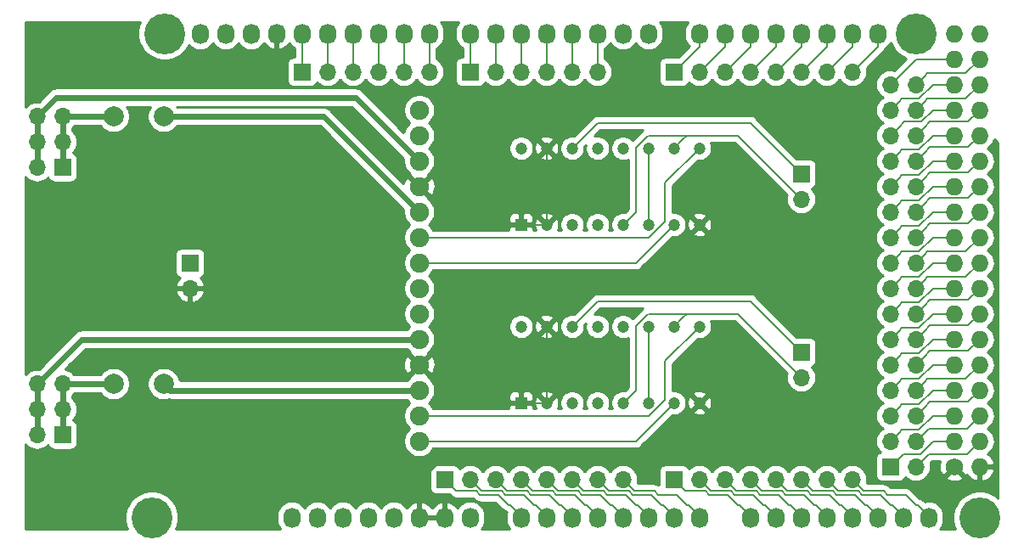
<source format=gtl>
G04 #@! TF.GenerationSoftware,KiCad,Pcbnew,(5.1.2-1)-1*
G04 #@! TF.CreationDate,2019-07-30T03:11:21+09:00*
G04 #@! TF.ProjectId,powerpack-shield,706f7765-7270-4616-936b-2d736869656c,rev?*
G04 #@! TF.SameCoordinates,PX6296c50PY74079d0*
G04 #@! TF.FileFunction,Copper,L1,Top*
G04 #@! TF.FilePolarity,Positive*
%FSLAX46Y46*%
G04 Gerber Fmt 4.6, Leading zero omitted, Abs format (unit mm)*
G04 Created by KiCad (PCBNEW (5.1.2-1)-1) date 2019-07-30 03:11:21*
%MOMM*%
%LPD*%
G04 APERTURE LIST*
%ADD10C,1.727200*%
%ADD11O,1.727200X1.727200*%
%ADD12O,1.727200X2.032000*%
%ADD13C,4.064000*%
%ADD14R,1.700000X1.700000*%
%ADD15O,1.700000X1.700000*%
%ADD16C,2.000000*%
%ADD17C,1.900000*%
%ADD18R,1.200000X1.200000*%
%ADD19C,1.200000*%
%ADD20C,0.200000*%
%ADD21C,0.600000*%
%ADD22C,0.400000*%
%ADD23C,0.254000*%
G04 APERTURE END LIST*
D10*
X93980000Y7620000D03*
D11*
X96520000Y7620000D03*
X93980000Y10160000D03*
X96520000Y10160000D03*
X93980000Y12700000D03*
X96520000Y12700000D03*
X93980000Y15240000D03*
X96520000Y15240000D03*
X93980000Y17780000D03*
X96520000Y17780000D03*
X93980000Y20320000D03*
X96520000Y20320000D03*
X93980000Y22860000D03*
X96520000Y22860000D03*
X93980000Y25400000D03*
X96520000Y25400000D03*
X93980000Y27940000D03*
X96520000Y27940000D03*
X93980000Y30480000D03*
X96520000Y30480000D03*
X93980000Y33020000D03*
X96520000Y33020000D03*
X93980000Y35560000D03*
X96520000Y35560000D03*
X93980000Y38100000D03*
X96520000Y38100000D03*
X93980000Y40640000D03*
X96520000Y40640000D03*
X93980000Y43180000D03*
X96520000Y43180000D03*
X93980000Y45720000D03*
X96520000Y45720000D03*
X93980000Y48260000D03*
X96520000Y48260000D03*
X93980000Y50800000D03*
X96520000Y50800000D03*
D12*
X27940000Y2540000D03*
X30480000Y2540000D03*
X33020000Y2540000D03*
X35560000Y2540000D03*
X38100000Y2540000D03*
X40640000Y2540000D03*
X43180000Y2540000D03*
X45720000Y2540000D03*
X50800000Y2540000D03*
X53340000Y2540000D03*
X55880000Y2540000D03*
X58420000Y2540000D03*
X60960000Y2540000D03*
X63500000Y2540000D03*
X66040000Y2540000D03*
X68580000Y2540000D03*
X73660000Y2540000D03*
X76200000Y2540000D03*
X78740000Y2540000D03*
X81280000Y2540000D03*
X83820000Y2540000D03*
X86360000Y2540000D03*
X88900000Y2540000D03*
X91440000Y2540000D03*
X18796000Y50800000D03*
X21336000Y50800000D03*
X23876000Y50800000D03*
X26416000Y50800000D03*
X28956000Y50800000D03*
X31496000Y50800000D03*
X34036000Y50800000D03*
X36576000Y50800000D03*
X39116000Y50800000D03*
X41656000Y50800000D03*
X45720000Y50800000D03*
X48260000Y50800000D03*
X50800000Y50800000D03*
X53340000Y50800000D03*
X55880000Y50800000D03*
X58420000Y50800000D03*
X60960000Y50800000D03*
X63500000Y50800000D03*
X68580000Y50800000D03*
X71120000Y50800000D03*
X73660000Y50800000D03*
X76200000Y50800000D03*
X78740000Y50800000D03*
X81280000Y50800000D03*
X83820000Y50800000D03*
X86360000Y50800000D03*
D13*
X13970000Y2540000D03*
X96520000Y2540000D03*
X15240000Y50800000D03*
X90170000Y50800000D03*
D14*
X87630000Y7620000D03*
D15*
X90170000Y7620000D03*
X87630000Y10160000D03*
X90170000Y10160000D03*
X87630000Y12700000D03*
X90170000Y12700000D03*
X87630000Y15240000D03*
X90170000Y15240000D03*
X87630000Y17780000D03*
X90170000Y17780000D03*
X87630000Y20320000D03*
X90170000Y20320000D03*
X87630000Y22860000D03*
X90170000Y22860000D03*
X87630000Y25400000D03*
X90170000Y25400000D03*
X87630000Y27940000D03*
X90170000Y27940000D03*
X87630000Y30480000D03*
X90170000Y30480000D03*
X87630000Y33020000D03*
X90170000Y33020000D03*
X87630000Y35560000D03*
X90170000Y35560000D03*
X87630000Y38100000D03*
X90170000Y38100000D03*
X87630000Y40640000D03*
X90170000Y40640000D03*
X87630000Y43180000D03*
X90170000Y43180000D03*
X87630000Y45720000D03*
X90170000Y45720000D03*
D14*
X43180000Y6350000D03*
D15*
X45720000Y6350000D03*
X48260000Y6350000D03*
X50800000Y6350000D03*
X53340000Y6350000D03*
X55880000Y6350000D03*
X58420000Y6350000D03*
X60960000Y6350000D03*
X83820000Y6350000D03*
X81280000Y6350000D03*
X78740000Y6350000D03*
X76200000Y6350000D03*
X73660000Y6350000D03*
X71120000Y6350000D03*
X68580000Y6350000D03*
D14*
X66040000Y6350000D03*
X66040000Y46990000D03*
D15*
X68580000Y46990000D03*
X71120000Y46990000D03*
X73660000Y46990000D03*
X76200000Y46990000D03*
X78740000Y46990000D03*
X81280000Y46990000D03*
X83820000Y46990000D03*
D14*
X28956000Y46990000D03*
D15*
X31496000Y46990000D03*
X34036000Y46990000D03*
X36576000Y46990000D03*
X39116000Y46990000D03*
X41656000Y46990000D03*
X58420000Y46990000D03*
X55880000Y46990000D03*
X53340000Y46990000D03*
X50800000Y46990000D03*
X48260000Y46990000D03*
D14*
X45720000Y46990000D03*
D16*
X10160000Y15875000D03*
X15160000Y15875000D03*
D17*
X40640000Y25400000D03*
X40640000Y22860000D03*
X40640000Y20320000D03*
X40640000Y17780000D03*
X40640000Y15240000D03*
X40640000Y12700000D03*
X40640000Y10160000D03*
D18*
X50800000Y13970000D03*
D19*
X53340000Y13970000D03*
X55880000Y13970000D03*
X58420000Y13970000D03*
X60960000Y13970000D03*
X63500000Y13970000D03*
X66040000Y13970000D03*
X68580000Y13970000D03*
X68580000Y21590000D03*
X66040000Y21590000D03*
X63500000Y21590000D03*
X60960000Y21590000D03*
X58420000Y21590000D03*
X55880000Y21590000D03*
X53340000Y21590000D03*
X50800000Y21590000D03*
D14*
X5080000Y10795000D03*
D15*
X2540000Y10795000D03*
X5080000Y13335000D03*
X2540000Y13335000D03*
X5080000Y15875000D03*
X2540000Y15875000D03*
D14*
X78740000Y19050000D03*
D15*
X78740000Y16510000D03*
D14*
X17780000Y27940000D03*
D15*
X17780000Y25400000D03*
D16*
X10160000Y42545000D03*
X15160000Y42545000D03*
D17*
X40640000Y43180000D03*
X40640000Y40640000D03*
X40640000Y38100000D03*
X40640000Y35560000D03*
X40640000Y33020000D03*
X40640000Y30480000D03*
X40640000Y27940000D03*
D18*
X50800000Y31750000D03*
D19*
X53340000Y31750000D03*
X55880000Y31750000D03*
X58420000Y31750000D03*
X60960000Y31750000D03*
X63500000Y31750000D03*
X66040000Y31750000D03*
X68580000Y31750000D03*
X68580000Y39370000D03*
X66040000Y39370000D03*
X63500000Y39370000D03*
X60960000Y39370000D03*
X58420000Y39370000D03*
X55880000Y39370000D03*
X53340000Y39370000D03*
X50800000Y39370000D03*
D14*
X5080000Y37465000D03*
D15*
X2540000Y37465000D03*
X5080000Y40005000D03*
X2540000Y40005000D03*
X5080000Y42545000D03*
X2540000Y42545000D03*
D14*
X78740000Y36830000D03*
D15*
X78740000Y34290000D03*
D20*
X50800000Y13970000D02*
X53340000Y13970000D01*
X53340000Y13970000D02*
X53340000Y21590000D01*
X50800000Y31750000D02*
X53340000Y31750000D01*
X53340000Y31750000D02*
X53340000Y39370000D01*
X40640000Y6050002D02*
X43479998Y8890000D01*
X40640000Y2540000D02*
X40640000Y6050002D01*
X63500000Y8890000D02*
X68580000Y13970000D01*
X43479998Y8890000D02*
X63500000Y8890000D01*
X44450000Y13970000D02*
X40640000Y17780000D01*
X50800000Y13970000D02*
X44450000Y13970000D01*
X44450000Y31750000D02*
X40640000Y35560000D01*
X50800000Y31750000D02*
X44450000Y31750000D01*
X91872002Y10160000D02*
X90602002Y8890000D01*
X93980000Y10160000D02*
X91872002Y10160000D01*
X90602002Y8890000D02*
X88900000Y8890000D01*
X88900000Y8890000D02*
X87630000Y7620000D01*
X91019999Y8469999D02*
X90170000Y7620000D01*
X91440000Y8890000D02*
X91019999Y8469999D01*
X95250000Y8890000D02*
X91440000Y8890000D01*
X96520000Y10160000D02*
X95250000Y8890000D01*
X88479999Y11009999D02*
X87630000Y10160000D01*
X88780001Y11310001D02*
X88479999Y11009999D01*
X90482003Y11310001D02*
X88780001Y11310001D01*
X91872002Y12700000D02*
X90482003Y11310001D01*
X93980000Y12700000D02*
X91872002Y12700000D01*
X91019999Y11009999D02*
X90170000Y10160000D01*
X95250000Y11430000D02*
X91440000Y11430000D01*
X91440000Y11430000D02*
X91019999Y11009999D01*
X96520000Y12700000D02*
X95250000Y11430000D01*
X88479999Y13549999D02*
X87630000Y12700000D01*
X90482003Y13850001D02*
X88780001Y13850001D01*
X91872002Y15240000D02*
X90482003Y13850001D01*
X88780001Y13850001D02*
X88479999Y13549999D01*
X93980000Y15240000D02*
X91872002Y15240000D01*
X91019999Y13549999D02*
X90170000Y12700000D01*
X95356399Y14076399D02*
X91546399Y14076399D01*
X91546399Y14076399D02*
X91019999Y13549999D01*
X96520000Y15240000D02*
X95356399Y14076399D01*
X88479999Y16089999D02*
X87630000Y15240000D01*
X88780001Y16390001D02*
X88479999Y16089999D01*
X90482003Y16390001D02*
X88780001Y16390001D01*
X91872002Y17780000D02*
X90482003Y16390001D01*
X93980000Y17780000D02*
X91872002Y17780000D01*
X91019999Y16089999D02*
X90170000Y15240000D01*
X91333601Y16403601D02*
X91019999Y16089999D01*
X95143601Y16403601D02*
X91333601Y16403601D01*
X96520000Y17780000D02*
X95143601Y16403601D01*
X88780001Y18930001D02*
X88479999Y18629999D01*
X91872002Y20320000D02*
X90482003Y18930001D01*
X88479999Y18629999D02*
X87630000Y17780000D01*
X90482003Y18930001D02*
X88780001Y18930001D01*
X93980000Y20320000D02*
X91872002Y20320000D01*
X91019999Y18629999D02*
X90170000Y17780000D01*
X91546399Y19156399D02*
X91019999Y18629999D01*
X95356399Y19156399D02*
X91546399Y19156399D01*
X96520000Y20320000D02*
X95356399Y19156399D01*
X88479999Y21169999D02*
X87630000Y20320000D01*
X90482003Y21470001D02*
X88780001Y21470001D01*
X88780001Y21470001D02*
X88479999Y21169999D01*
X91872002Y22860000D02*
X90482003Y21470001D01*
X93980000Y22860000D02*
X91872002Y22860000D01*
X91019999Y21169999D02*
X90170000Y20320000D01*
X91546399Y21696399D02*
X91019999Y21169999D01*
X95356399Y21696399D02*
X91546399Y21696399D01*
X96520000Y22860000D02*
X95356399Y21696399D01*
X88780001Y24010001D02*
X88479999Y23709999D01*
X90482003Y24010001D02*
X88780001Y24010001D01*
X88479999Y23709999D02*
X87630000Y22860000D01*
X91872002Y25400000D02*
X90482003Y24010001D01*
X93980000Y25400000D02*
X91872002Y25400000D01*
X91546399Y24236399D02*
X91019999Y23709999D01*
X91019999Y23709999D02*
X90170000Y22860000D01*
X95356399Y24236399D02*
X91546399Y24236399D01*
X96520000Y25400000D02*
X95356399Y24236399D01*
X90482003Y26550001D02*
X88780001Y26550001D01*
X91872002Y27940000D02*
X90482003Y26550001D01*
X88479999Y26249999D02*
X87630000Y25400000D01*
X88780001Y26550001D02*
X88479999Y26249999D01*
X93980000Y27940000D02*
X91872002Y27940000D01*
X91019999Y26249999D02*
X90170000Y25400000D01*
X91333601Y26563601D02*
X91019999Y26249999D01*
X95143601Y26563601D02*
X91333601Y26563601D01*
X96520000Y27940000D02*
X95143601Y26563601D01*
X88479999Y28789999D02*
X87630000Y27940000D01*
X88780001Y29090001D02*
X88479999Y28789999D01*
X90482003Y29090001D02*
X88780001Y29090001D01*
X91872002Y30480000D02*
X90482003Y29090001D01*
X93980000Y30480000D02*
X91872002Y30480000D01*
X91019999Y28789999D02*
X90170000Y27940000D01*
X91333601Y29103601D02*
X91019999Y28789999D01*
X95143601Y29103601D02*
X91333601Y29103601D01*
X96520000Y30480000D02*
X95143601Y29103601D01*
X88780001Y31630001D02*
X88479999Y31329999D01*
X90482003Y31630001D02*
X88780001Y31630001D01*
X91872002Y33020000D02*
X90482003Y31630001D01*
X88479999Y31329999D02*
X87630000Y30480000D01*
X93980000Y33020000D02*
X91872002Y33020000D01*
X91019999Y31329999D02*
X90170000Y30480000D01*
X91546399Y31856399D02*
X91019999Y31329999D01*
X95356399Y31856399D02*
X91546399Y31856399D01*
X96520000Y33020000D02*
X95356399Y31856399D01*
X88479999Y33869999D02*
X87630000Y33020000D01*
X90482003Y34170001D02*
X88780001Y34170001D01*
X88780001Y34170001D02*
X88479999Y33869999D01*
X91872002Y35560000D02*
X90482003Y34170001D01*
X93980000Y35560000D02*
X91872002Y35560000D01*
X91019999Y33869999D02*
X90170000Y33020000D01*
X91546399Y34396399D02*
X91019999Y33869999D01*
X95356399Y34396399D02*
X91546399Y34396399D01*
X96520000Y35560000D02*
X95356399Y34396399D01*
X88780001Y36710001D02*
X88479999Y36409999D01*
X88479999Y36409999D02*
X87630000Y35560000D01*
X91872002Y38100000D02*
X90482003Y36710001D01*
X90482003Y36710001D02*
X88780001Y36710001D01*
X93980000Y38100000D02*
X91872002Y38100000D01*
X91019999Y36409999D02*
X90170000Y35560000D01*
X95356399Y36936399D02*
X91546399Y36936399D01*
X91546399Y36936399D02*
X91019999Y36409999D01*
X96520000Y38100000D02*
X95356399Y36936399D01*
X88479999Y38949999D02*
X87630000Y38100000D01*
X91872002Y40640000D02*
X90482003Y39250001D01*
X88780001Y39250001D02*
X88479999Y38949999D01*
X90482003Y39250001D02*
X88780001Y39250001D01*
X93980000Y40640000D02*
X91872002Y40640000D01*
X91019999Y38949999D02*
X90170000Y38100000D01*
X91546399Y39476399D02*
X91019999Y38949999D01*
X95356399Y39476399D02*
X91546399Y39476399D01*
X96520000Y40640000D02*
X95356399Y39476399D01*
X89019999Y42029999D02*
X88479999Y41489999D01*
X91872002Y43180000D02*
X90722001Y42029999D01*
X88479999Y41489999D02*
X87630000Y40640000D01*
X90722001Y42029999D02*
X89019999Y42029999D01*
X93980000Y43180000D02*
X91872002Y43180000D01*
X91019999Y41489999D02*
X90170000Y40640000D01*
X91546399Y42016399D02*
X91019999Y41489999D01*
X95356399Y42016399D02*
X91546399Y42016399D01*
X96520000Y43180000D02*
X95356399Y42016399D01*
X88479999Y44029999D02*
X87630000Y43180000D01*
X88780001Y44330001D02*
X88479999Y44029999D01*
X90482003Y44330001D02*
X88780001Y44330001D01*
X91872002Y45720000D02*
X90482003Y44330001D01*
X93980000Y45720000D02*
X91872002Y45720000D01*
X91019999Y44029999D02*
X90170000Y43180000D01*
X91333601Y44343601D02*
X91019999Y44029999D01*
X95143601Y44343601D02*
X91333601Y44343601D01*
X96520000Y45720000D02*
X95143601Y44343601D01*
X90170000Y48260000D02*
X87630000Y45720000D01*
X93980000Y48260000D02*
X90170000Y48260000D01*
X91019999Y46569999D02*
X90170000Y45720000D01*
X91333601Y46883601D02*
X91019999Y46569999D01*
X95143601Y46883601D02*
X91333601Y46883601D01*
X96520000Y48260000D02*
X95143601Y46883601D01*
X63500000Y39370000D02*
X63500000Y31750000D01*
X63500000Y21590000D02*
X63500000Y13970000D01*
X49584000Y3756000D02*
X48540012Y4799988D01*
X48540012Y4799988D02*
X46704312Y4799988D01*
X44330001Y5199999D02*
X44029999Y5500001D01*
X46304301Y5199999D02*
X44330001Y5199999D01*
X50800000Y2540000D02*
X50800000Y2692400D01*
X44029999Y5500001D02*
X43180000Y6350000D01*
X46704312Y4799988D02*
X46304301Y5199999D01*
X49736400Y3756000D02*
X49584000Y3756000D01*
X50800000Y2692400D02*
X49736400Y3756000D01*
X52124000Y3756000D02*
X51080012Y4799988D01*
X51080012Y4799988D02*
X49244312Y4799988D01*
X46870001Y5199999D02*
X46569999Y5500001D01*
X48844301Y5199999D02*
X46870001Y5199999D01*
X53340000Y2540000D02*
X53340000Y2692400D01*
X46569999Y5500001D02*
X45720000Y6350000D01*
X49244312Y4799988D02*
X48844301Y5199999D01*
X52276400Y3756000D02*
X52124000Y3756000D01*
X53340000Y2692400D02*
X52276400Y3756000D01*
X54664000Y3756000D02*
X53620012Y4799988D01*
X53620012Y4799988D02*
X51784312Y4799988D01*
X49410001Y5199999D02*
X49109999Y5500001D01*
X51384301Y5199999D02*
X49410001Y5199999D01*
X55880000Y2540000D02*
X55880000Y2692400D01*
X49109999Y5500001D02*
X48260000Y6350000D01*
X51784312Y4799988D02*
X51384301Y5199999D01*
X54816400Y3756000D02*
X54664000Y3756000D01*
X55880000Y2692400D02*
X54816400Y3756000D01*
X57204000Y3756000D02*
X56160012Y4799988D01*
X56160012Y4799988D02*
X54324312Y4799988D01*
X51950001Y5199999D02*
X51649999Y5500001D01*
X53924301Y5199999D02*
X51950001Y5199999D01*
X58420000Y2540000D02*
X58420000Y2692400D01*
X51649999Y5500001D02*
X50800000Y6350000D01*
X54324312Y4799988D02*
X53924301Y5199999D01*
X57356400Y3756000D02*
X57204000Y3756000D01*
X58420000Y2692400D02*
X57356400Y3756000D01*
X59744000Y3756000D02*
X58700012Y4799988D01*
X58700012Y4799988D02*
X56864312Y4799988D01*
X54490001Y5199999D02*
X54189999Y5500001D01*
X56464301Y5199999D02*
X54490001Y5199999D01*
X60960000Y2540000D02*
X60960000Y2692400D01*
X54189999Y5500001D02*
X53340000Y6350000D01*
X56864312Y4799988D02*
X56464301Y5199999D01*
X59896400Y3756000D02*
X59744000Y3756000D01*
X60960000Y2692400D02*
X59896400Y3756000D01*
X62284000Y3756000D02*
X61240012Y4799988D01*
X61240012Y4799988D02*
X59404312Y4799988D01*
X57030001Y5199999D02*
X56729999Y5500001D01*
X59004301Y5199999D02*
X57030001Y5199999D01*
X63500000Y2540000D02*
X63500000Y2692400D01*
X56729999Y5500001D02*
X55880000Y6350000D01*
X59404312Y4799988D02*
X59004301Y5199999D01*
X62436400Y3756000D02*
X62284000Y3756000D01*
X63500000Y2692400D02*
X62436400Y3756000D01*
X64824000Y3756000D02*
X63780012Y4799988D01*
X63780012Y4799988D02*
X61944312Y4799988D01*
X59570001Y5199999D02*
X59269999Y5500001D01*
X61544301Y5199999D02*
X59570001Y5199999D01*
X66040000Y2540000D02*
X66040000Y2692400D01*
X59269999Y5500001D02*
X58420000Y6350000D01*
X61944312Y4799988D02*
X61544301Y5199999D01*
X64976400Y3756000D02*
X64824000Y3756000D01*
X66040000Y2692400D02*
X64976400Y3756000D01*
X67364000Y3756000D02*
X66320012Y4799988D01*
X66320012Y4799988D02*
X64484312Y4799988D01*
X62110001Y5199999D02*
X61809999Y5500001D01*
X64084301Y5199999D02*
X62110001Y5199999D01*
X68580000Y2540000D02*
X68580000Y2692400D01*
X61809999Y5500001D02*
X60960000Y6350000D01*
X64484312Y4799988D02*
X64084301Y5199999D01*
X67516400Y3756000D02*
X67364000Y3756000D01*
X68580000Y2692400D02*
X67516400Y3756000D01*
X72444000Y3756000D02*
X71400012Y4799988D01*
X71400012Y4799988D02*
X69564312Y4799988D01*
X67190001Y5199999D02*
X66889999Y5500001D01*
X69164301Y5199999D02*
X67190001Y5199999D01*
X73660000Y2540000D02*
X73660000Y2692400D01*
X66889999Y5500001D02*
X66040000Y6350000D01*
X69564312Y4799988D02*
X69164301Y5199999D01*
X72596400Y3756000D02*
X72444000Y3756000D01*
X73660000Y2692400D02*
X72596400Y3756000D01*
X74984000Y3756000D02*
X73940012Y4799988D01*
X73940012Y4799988D02*
X72104312Y4799988D01*
X69730001Y5199999D02*
X69429999Y5500001D01*
X71704301Y5199999D02*
X69730001Y5199999D01*
X76200000Y2540000D02*
X76200000Y2692400D01*
X69429999Y5500001D02*
X68580000Y6350000D01*
X72104312Y4799988D02*
X71704301Y5199999D01*
X75136400Y3756000D02*
X74984000Y3756000D01*
X76200000Y2692400D02*
X75136400Y3756000D01*
X74644312Y4799988D02*
X74244301Y5199999D01*
X77676400Y3756000D02*
X77524000Y3756000D01*
X78740000Y2540000D02*
X78740000Y2692400D01*
X71969999Y5500001D02*
X71120000Y6350000D01*
X78740000Y2692400D02*
X77676400Y3756000D01*
X77524000Y3756000D02*
X76480012Y4799988D01*
X72270001Y5199999D02*
X71969999Y5500001D01*
X76480012Y4799988D02*
X74644312Y4799988D01*
X74244301Y5199999D02*
X72270001Y5199999D01*
X80064000Y3756000D02*
X79020012Y4799988D01*
X79020012Y4799988D02*
X77184312Y4799988D01*
X74810001Y5199999D02*
X74509999Y5500001D01*
X76784301Y5199999D02*
X74810001Y5199999D01*
X81280000Y2540000D02*
X81280000Y2692400D01*
X74509999Y5500001D02*
X73660000Y6350000D01*
X77184312Y4799988D02*
X76784301Y5199999D01*
X80216400Y3756000D02*
X80064000Y3756000D01*
X81280000Y2692400D02*
X80216400Y3756000D01*
X82604000Y3756000D02*
X81560012Y4799988D01*
X81560012Y4799988D02*
X79724312Y4799988D01*
X77350001Y5199999D02*
X77049999Y5500001D01*
X79324301Y5199999D02*
X77350001Y5199999D01*
X83820000Y2540000D02*
X83820000Y2692400D01*
X77049999Y5500001D02*
X76200000Y6350000D01*
X79724312Y4799988D02*
X79324301Y5199999D01*
X82756400Y3756000D02*
X82604000Y3756000D01*
X83820000Y2692400D02*
X82756400Y3756000D01*
X85144000Y3756000D02*
X84100012Y4799988D01*
X84100012Y4799988D02*
X82264312Y4799988D01*
X79890001Y5199999D02*
X79589999Y5500001D01*
X81864301Y5199999D02*
X79890001Y5199999D01*
X86360000Y2540000D02*
X86360000Y2692400D01*
X79589999Y5500001D02*
X78740000Y6350000D01*
X82264312Y4799988D02*
X81864301Y5199999D01*
X85296400Y3756000D02*
X85144000Y3756000D01*
X86360000Y2692400D02*
X85296400Y3756000D01*
X87684000Y3756000D02*
X86640012Y4799988D01*
X86640012Y4799988D02*
X84804312Y4799988D01*
X82430001Y5199999D02*
X82129999Y5500001D01*
X84404301Y5199999D02*
X82430001Y5199999D01*
X88900000Y2540000D02*
X88900000Y2692400D01*
X82129999Y5500001D02*
X81280000Y6350000D01*
X84804312Y4799988D02*
X84404301Y5199999D01*
X87836400Y3756000D02*
X87684000Y3756000D01*
X88900000Y2692400D02*
X87836400Y3756000D01*
X90224000Y3756000D02*
X89180012Y4799988D01*
X89180012Y4799988D02*
X87344312Y4799988D01*
X84970001Y5199999D02*
X84669999Y5500001D01*
X86944301Y5199999D02*
X84970001Y5199999D01*
X91440000Y2540000D02*
X91440000Y2692400D01*
X84669999Y5500001D02*
X83820000Y6350000D01*
X87344312Y4799988D02*
X86944301Y5199999D01*
X90376400Y3756000D02*
X90224000Y3756000D01*
X91440000Y2692400D02*
X90376400Y3756000D01*
X83820000Y49530000D02*
X81280000Y46990000D01*
X83820000Y50800000D02*
X83820000Y49530000D01*
X86360000Y49530000D02*
X83820000Y46990000D01*
X86360000Y50800000D02*
X86360000Y49530000D01*
X68580000Y49530000D02*
X66040000Y46990000D01*
X68580000Y50800000D02*
X68580000Y49530000D01*
X71120000Y49530000D02*
X68580000Y46990000D01*
X71120000Y50800000D02*
X71120000Y49530000D01*
X73660000Y49530000D02*
X71120000Y46990000D01*
X73660000Y50800000D02*
X73660000Y49530000D01*
X76200000Y49530000D02*
X73660000Y46990000D01*
X76200000Y50800000D02*
X76200000Y49530000D01*
X78740000Y49530000D02*
X76200000Y46990000D01*
X78740000Y50800000D02*
X78740000Y49530000D01*
X81280000Y49530000D02*
X78740000Y46990000D01*
X81280000Y50800000D02*
X81280000Y49530000D01*
X28956000Y49584000D02*
X28956000Y46990000D01*
X28956000Y50800000D02*
X28956000Y49584000D01*
X31496000Y49584000D02*
X31496000Y46990000D01*
X31496000Y50800000D02*
X31496000Y49584000D01*
X34036000Y49584000D02*
X34036000Y46990000D01*
X34036000Y50800000D02*
X34036000Y49584000D01*
X36576000Y49584000D02*
X36576000Y46990000D01*
X36576000Y50800000D02*
X36576000Y49584000D01*
X39116000Y49584000D02*
X39116000Y46990000D01*
X39116000Y50800000D02*
X39116000Y49584000D01*
X41656000Y49584000D02*
X41656000Y46990000D01*
X41656000Y50800000D02*
X41656000Y49584000D01*
X58420000Y50800000D02*
X58420000Y46990000D01*
X55880000Y50800000D02*
X55880000Y46990000D01*
X53340000Y50800000D02*
X53340000Y46990000D01*
X50800000Y50800000D02*
X50800000Y46990000D01*
X48260000Y50800000D02*
X48260000Y46990000D01*
X45720000Y50800000D02*
X45720000Y46990000D01*
D21*
X10160000Y15875000D02*
X5080000Y15875000D01*
X5080000Y15875000D02*
X5080000Y10795000D01*
D22*
X15795000Y15240000D02*
X15160000Y15875000D01*
D21*
X40640000Y15240000D02*
X15795000Y15240000D01*
X31115000Y42545000D02*
X40640000Y33020000D01*
X15160000Y42545000D02*
X31115000Y42545000D01*
X10160000Y42545000D02*
X5080000Y42545000D01*
X5080000Y42545000D02*
X5080000Y37465000D01*
X2540000Y15875000D02*
X2540000Y10795000D01*
X6985000Y20320000D02*
X2540000Y15875000D01*
X40640000Y20320000D02*
X6985000Y20320000D01*
D20*
X63562002Y12700000D02*
X40640000Y12700000D01*
X65139999Y14277997D02*
X63562002Y12700000D01*
X65139999Y18149999D02*
X65139999Y14277997D01*
X40640000Y12700000D02*
X41656000Y12700000D01*
X68580000Y21590000D02*
X65139999Y18149999D01*
X62230000Y10160000D02*
X40640000Y10160000D01*
X66040000Y13970000D02*
X62230000Y10160000D01*
X66940001Y22490001D02*
X66040000Y21590000D01*
X62230000Y21652002D02*
X62230000Y15240000D01*
X63437998Y22860000D02*
X62230000Y21652002D01*
X62230000Y15240000D02*
X60960000Y13970000D01*
X67310000Y22860000D02*
X66940001Y22490001D01*
X72390000Y22860000D02*
X67310000Y22860000D01*
X78740000Y16510000D02*
X72390000Y22860000D01*
X67310000Y22860000D02*
X63500000Y22860000D01*
X73660000Y24130000D02*
X78740000Y19050000D01*
X58420000Y24130000D02*
X73660000Y24130000D01*
X55880000Y21590000D02*
X58420000Y24130000D01*
X62230000Y27940000D02*
X40640000Y27940000D01*
X66040000Y31750000D02*
X62230000Y27940000D01*
X63562002Y30480000D02*
X40640000Y30480000D01*
X40640000Y30480000D02*
X41656000Y30480000D01*
X65139999Y32057997D02*
X63562002Y30480000D01*
X65139999Y35929999D02*
X65139999Y32057997D01*
X68580000Y39370000D02*
X65139999Y35929999D01*
D21*
X4445000Y44450000D02*
X2540000Y42545000D01*
X2540000Y42545000D02*
X2540000Y37465000D01*
X34290000Y44450000D02*
X40640000Y38100000D01*
X34290000Y44450000D02*
X4445000Y44450000D01*
D20*
X73660000Y41910000D02*
X78740000Y36830000D01*
X58420000Y41910000D02*
X73660000Y41910000D01*
X55880000Y39370000D02*
X58420000Y41910000D01*
X66940001Y40270001D02*
X66040000Y39370000D01*
X67310000Y40640000D02*
X66940001Y40270001D01*
X72390000Y40640000D02*
X67310000Y40640000D01*
X78740000Y34290000D02*
X72390000Y40640000D01*
X62230000Y33020000D02*
X60960000Y31750000D01*
X62230000Y39432002D02*
X62230000Y33020000D01*
X63437998Y40640000D02*
X62230000Y39432002D01*
X67310000Y40640000D02*
X63500000Y40640000D01*
D23*
G36*
X12675492Y51577935D02*
G01*
X12573000Y51062677D01*
X12573000Y50537323D01*
X12675492Y50022065D01*
X12876536Y49536702D01*
X13168406Y49099887D01*
X13539887Y48728406D01*
X13976702Y48436536D01*
X14462065Y48235492D01*
X14977323Y48133000D01*
X15502677Y48133000D01*
X16017935Y48235492D01*
X16503298Y48436536D01*
X16940113Y48728406D01*
X17311594Y49099887D01*
X17603464Y49536702D01*
X17659001Y49670781D01*
X17731203Y49582803D01*
X17959395Y49395531D01*
X18219737Y49256375D01*
X18502224Y49170684D01*
X18796000Y49141749D01*
X19089777Y49170684D01*
X19372264Y49256375D01*
X19632606Y49395531D01*
X19860797Y49582803D01*
X20048069Y49810994D01*
X20066000Y49844541D01*
X20083931Y49810994D01*
X20271203Y49582803D01*
X20499395Y49395531D01*
X20759737Y49256375D01*
X21042224Y49170684D01*
X21336000Y49141749D01*
X21629777Y49170684D01*
X21912264Y49256375D01*
X22172606Y49395531D01*
X22400797Y49582803D01*
X22588069Y49810994D01*
X22606000Y49844541D01*
X22623931Y49810994D01*
X22811203Y49582803D01*
X23039395Y49395531D01*
X23299737Y49256375D01*
X23582224Y49170684D01*
X23876000Y49141749D01*
X24169777Y49170684D01*
X24452264Y49256375D01*
X24712606Y49395531D01*
X24940797Y49582803D01*
X25128069Y49810994D01*
X25149424Y49850947D01*
X25297514Y49648271D01*
X25513965Y49449267D01*
X25765081Y49296314D01*
X26041211Y49195291D01*
X26056974Y49192642D01*
X26289000Y49313783D01*
X26289000Y50673000D01*
X26269000Y50673000D01*
X26269000Y50927000D01*
X26289000Y50927000D01*
X26289000Y50947000D01*
X26543000Y50947000D01*
X26543000Y50927000D01*
X26563000Y50927000D01*
X26563000Y50673000D01*
X26543000Y50673000D01*
X26543000Y49313783D01*
X26775026Y49192642D01*
X26790789Y49195291D01*
X27066919Y49296314D01*
X27318035Y49449267D01*
X27534486Y49648271D01*
X27682576Y49850947D01*
X27703931Y49810994D01*
X27891203Y49582803D01*
X28119395Y49395531D01*
X28221000Y49341222D01*
X28221000Y48478072D01*
X28106000Y48478072D01*
X27981518Y48465812D01*
X27861820Y48429502D01*
X27751506Y48370537D01*
X27654815Y48291185D01*
X27575463Y48194494D01*
X27516498Y48084180D01*
X27480188Y47964482D01*
X27467928Y47840000D01*
X27467928Y46140000D01*
X27480188Y46015518D01*
X27516498Y45895820D01*
X27575463Y45785506D01*
X27654815Y45688815D01*
X27751506Y45609463D01*
X27861820Y45550498D01*
X27981518Y45514188D01*
X28106000Y45501928D01*
X29806000Y45501928D01*
X29930482Y45514188D01*
X30050180Y45550498D01*
X30160494Y45609463D01*
X30257185Y45688815D01*
X30336537Y45785506D01*
X30395502Y45895820D01*
X30416393Y45964687D01*
X30440866Y45934866D01*
X30666986Y45749294D01*
X30924966Y45611401D01*
X31204889Y45526487D01*
X31423050Y45505000D01*
X31568950Y45505000D01*
X31787111Y45526487D01*
X32067034Y45611401D01*
X32325014Y45749294D01*
X32551134Y45934866D01*
X32736706Y46160986D01*
X32766000Y46215791D01*
X32795294Y46160986D01*
X32980866Y45934866D01*
X33206986Y45749294D01*
X33464966Y45611401D01*
X33744889Y45526487D01*
X33963050Y45505000D01*
X34108950Y45505000D01*
X34327111Y45526487D01*
X34607034Y45611401D01*
X34865014Y45749294D01*
X35091134Y45934866D01*
X35276706Y46160986D01*
X35306000Y46215791D01*
X35335294Y46160986D01*
X35520866Y45934866D01*
X35746986Y45749294D01*
X36004966Y45611401D01*
X36284889Y45526487D01*
X36503050Y45505000D01*
X36648950Y45505000D01*
X36867111Y45526487D01*
X37147034Y45611401D01*
X37405014Y45749294D01*
X37631134Y45934866D01*
X37816706Y46160986D01*
X37846000Y46215791D01*
X37875294Y46160986D01*
X38060866Y45934866D01*
X38286986Y45749294D01*
X38544966Y45611401D01*
X38824889Y45526487D01*
X39043050Y45505000D01*
X39188950Y45505000D01*
X39407111Y45526487D01*
X39687034Y45611401D01*
X39945014Y45749294D01*
X40171134Y45934866D01*
X40356706Y46160986D01*
X40386000Y46215791D01*
X40415294Y46160986D01*
X40600866Y45934866D01*
X40826986Y45749294D01*
X41084966Y45611401D01*
X41364889Y45526487D01*
X41583050Y45505000D01*
X41728950Y45505000D01*
X41947111Y45526487D01*
X42227034Y45611401D01*
X42485014Y45749294D01*
X42711134Y45934866D01*
X42896706Y46160986D01*
X43034599Y46418966D01*
X43119513Y46698889D01*
X43148185Y46990000D01*
X43119513Y47281111D01*
X43034599Y47561034D01*
X42896706Y47819014D01*
X42711134Y48045134D01*
X42485014Y48230706D01*
X42391000Y48280957D01*
X42391000Y49341221D01*
X42492606Y49395531D01*
X42720797Y49582803D01*
X42908069Y49810994D01*
X43047225Y50071337D01*
X43132916Y50353824D01*
X43154600Y50573982D01*
X43154600Y51026019D01*
X43132916Y51246177D01*
X43047225Y51528664D01*
X42908069Y51789006D01*
X42781689Y51943000D01*
X44594311Y51943000D01*
X44467931Y51789005D01*
X44328775Y51528663D01*
X44243084Y51246176D01*
X44221400Y51026018D01*
X44221400Y50573981D01*
X44243084Y50353823D01*
X44328775Y50071336D01*
X44467931Y49810994D01*
X44655203Y49582803D01*
X44883395Y49395531D01*
X44985000Y49341222D01*
X44985001Y48478072D01*
X44870000Y48478072D01*
X44745518Y48465812D01*
X44625820Y48429502D01*
X44515506Y48370537D01*
X44418815Y48291185D01*
X44339463Y48194494D01*
X44280498Y48084180D01*
X44244188Y47964482D01*
X44231928Y47840000D01*
X44231928Y46140000D01*
X44244188Y46015518D01*
X44280498Y45895820D01*
X44339463Y45785506D01*
X44418815Y45688815D01*
X44515506Y45609463D01*
X44625820Y45550498D01*
X44745518Y45514188D01*
X44870000Y45501928D01*
X46570000Y45501928D01*
X46694482Y45514188D01*
X46814180Y45550498D01*
X46924494Y45609463D01*
X47021185Y45688815D01*
X47100537Y45785506D01*
X47159502Y45895820D01*
X47180393Y45964687D01*
X47204866Y45934866D01*
X47430986Y45749294D01*
X47688966Y45611401D01*
X47968889Y45526487D01*
X48187050Y45505000D01*
X48332950Y45505000D01*
X48551111Y45526487D01*
X48831034Y45611401D01*
X49089014Y45749294D01*
X49315134Y45934866D01*
X49500706Y46160986D01*
X49530000Y46215791D01*
X49559294Y46160986D01*
X49744866Y45934866D01*
X49970986Y45749294D01*
X50228966Y45611401D01*
X50508889Y45526487D01*
X50727050Y45505000D01*
X50872950Y45505000D01*
X51091111Y45526487D01*
X51371034Y45611401D01*
X51629014Y45749294D01*
X51855134Y45934866D01*
X52040706Y46160986D01*
X52070000Y46215791D01*
X52099294Y46160986D01*
X52284866Y45934866D01*
X52510986Y45749294D01*
X52768966Y45611401D01*
X53048889Y45526487D01*
X53267050Y45505000D01*
X53412950Y45505000D01*
X53631111Y45526487D01*
X53911034Y45611401D01*
X54169014Y45749294D01*
X54395134Y45934866D01*
X54580706Y46160986D01*
X54610000Y46215791D01*
X54639294Y46160986D01*
X54824866Y45934866D01*
X55050986Y45749294D01*
X55308966Y45611401D01*
X55588889Y45526487D01*
X55807050Y45505000D01*
X55952950Y45505000D01*
X56171111Y45526487D01*
X56451034Y45611401D01*
X56709014Y45749294D01*
X56935134Y45934866D01*
X57120706Y46160986D01*
X57150000Y46215791D01*
X57179294Y46160986D01*
X57364866Y45934866D01*
X57590986Y45749294D01*
X57848966Y45611401D01*
X58128889Y45526487D01*
X58347050Y45505000D01*
X58492950Y45505000D01*
X58711111Y45526487D01*
X58991034Y45611401D01*
X59249014Y45749294D01*
X59475134Y45934866D01*
X59660706Y46160986D01*
X59798599Y46418966D01*
X59883513Y46698889D01*
X59912185Y46990000D01*
X59883513Y47281111D01*
X59798599Y47561034D01*
X59660706Y47819014D01*
X59475134Y48045134D01*
X59249014Y48230706D01*
X59155000Y48280957D01*
X59155000Y49341221D01*
X59256606Y49395531D01*
X59484797Y49582803D01*
X59672069Y49810994D01*
X59690000Y49844541D01*
X59707931Y49810994D01*
X59895203Y49582803D01*
X60123395Y49395531D01*
X60383737Y49256375D01*
X60666224Y49170684D01*
X60960000Y49141749D01*
X61253777Y49170684D01*
X61536264Y49256375D01*
X61796606Y49395531D01*
X62024797Y49582803D01*
X62212069Y49810994D01*
X62230000Y49844541D01*
X62247931Y49810994D01*
X62435203Y49582803D01*
X62663395Y49395531D01*
X62923737Y49256375D01*
X63206224Y49170684D01*
X63500000Y49141749D01*
X63793777Y49170684D01*
X64076264Y49256375D01*
X64336606Y49395531D01*
X64564797Y49582803D01*
X64752069Y49810994D01*
X64891225Y50071337D01*
X64976916Y50353824D01*
X64998600Y50573982D01*
X64998600Y51026019D01*
X64976916Y51246177D01*
X64891225Y51528664D01*
X64752069Y51789006D01*
X64625689Y51943000D01*
X67454311Y51943000D01*
X67327931Y51789005D01*
X67188775Y51528663D01*
X67103084Y51246176D01*
X67081400Y51026018D01*
X67081400Y50573981D01*
X67103084Y50353823D01*
X67188775Y50071336D01*
X67327931Y49810994D01*
X67515203Y49582803D01*
X67558128Y49547575D01*
X66488626Y48478072D01*
X65190000Y48478072D01*
X65065518Y48465812D01*
X64945820Y48429502D01*
X64835506Y48370537D01*
X64738815Y48291185D01*
X64659463Y48194494D01*
X64600498Y48084180D01*
X64564188Y47964482D01*
X64551928Y47840000D01*
X64551928Y46140000D01*
X64564188Y46015518D01*
X64600498Y45895820D01*
X64659463Y45785506D01*
X64738815Y45688815D01*
X64835506Y45609463D01*
X64945820Y45550498D01*
X65065518Y45514188D01*
X65190000Y45501928D01*
X66890000Y45501928D01*
X67014482Y45514188D01*
X67134180Y45550498D01*
X67244494Y45609463D01*
X67341185Y45688815D01*
X67420537Y45785506D01*
X67479502Y45895820D01*
X67500393Y45964687D01*
X67524866Y45934866D01*
X67750986Y45749294D01*
X68008966Y45611401D01*
X68288889Y45526487D01*
X68507050Y45505000D01*
X68652950Y45505000D01*
X68871111Y45526487D01*
X69151034Y45611401D01*
X69409014Y45749294D01*
X69635134Y45934866D01*
X69820706Y46160986D01*
X69850000Y46215791D01*
X69879294Y46160986D01*
X70064866Y45934866D01*
X70290986Y45749294D01*
X70548966Y45611401D01*
X70828889Y45526487D01*
X71047050Y45505000D01*
X71192950Y45505000D01*
X71411111Y45526487D01*
X71691034Y45611401D01*
X71949014Y45749294D01*
X72175134Y45934866D01*
X72360706Y46160986D01*
X72390000Y46215791D01*
X72419294Y46160986D01*
X72604866Y45934866D01*
X72830986Y45749294D01*
X73088966Y45611401D01*
X73368889Y45526487D01*
X73587050Y45505000D01*
X73732950Y45505000D01*
X73951111Y45526487D01*
X74231034Y45611401D01*
X74489014Y45749294D01*
X74715134Y45934866D01*
X74900706Y46160986D01*
X74930000Y46215791D01*
X74959294Y46160986D01*
X75144866Y45934866D01*
X75370986Y45749294D01*
X75628966Y45611401D01*
X75908889Y45526487D01*
X76127050Y45505000D01*
X76272950Y45505000D01*
X76491111Y45526487D01*
X76771034Y45611401D01*
X77029014Y45749294D01*
X77255134Y45934866D01*
X77440706Y46160986D01*
X77470000Y46215791D01*
X77499294Y46160986D01*
X77684866Y45934866D01*
X77910986Y45749294D01*
X78168966Y45611401D01*
X78448889Y45526487D01*
X78667050Y45505000D01*
X78812950Y45505000D01*
X79031111Y45526487D01*
X79311034Y45611401D01*
X79569014Y45749294D01*
X79795134Y45934866D01*
X79980706Y46160986D01*
X80010000Y46215791D01*
X80039294Y46160986D01*
X80224866Y45934866D01*
X80450986Y45749294D01*
X80708966Y45611401D01*
X80988889Y45526487D01*
X81207050Y45505000D01*
X81352950Y45505000D01*
X81571111Y45526487D01*
X81851034Y45611401D01*
X82109014Y45749294D01*
X82335134Y45934866D01*
X82520706Y46160986D01*
X82550000Y46215791D01*
X82579294Y46160986D01*
X82764866Y45934866D01*
X82990986Y45749294D01*
X83248966Y45611401D01*
X83528889Y45526487D01*
X83747050Y45505000D01*
X83892950Y45505000D01*
X84111111Y45526487D01*
X84391034Y45611401D01*
X84649014Y45749294D01*
X84875134Y45934866D01*
X85060706Y46160986D01*
X85198599Y46418966D01*
X85283513Y46698889D01*
X85312185Y46990000D01*
X85283513Y47281111D01*
X85252568Y47383122D01*
X86854193Y48984746D01*
X86882238Y49007762D01*
X86974087Y49119680D01*
X87042337Y49247367D01*
X87066126Y49325788D01*
X87196606Y49395531D01*
X87424797Y49582803D01*
X87612069Y49810994D01*
X87657621Y49896215D01*
X87806536Y49536702D01*
X88098406Y49099887D01*
X88469887Y48728406D01*
X88906702Y48436536D01*
X89189818Y48319265D01*
X88023122Y47152568D01*
X87921111Y47183513D01*
X87702950Y47205000D01*
X87557050Y47205000D01*
X87338889Y47183513D01*
X87058966Y47098599D01*
X86800986Y46960706D01*
X86574866Y46775134D01*
X86389294Y46549014D01*
X86251401Y46291034D01*
X86166487Y46011111D01*
X86137815Y45720000D01*
X86166487Y45428889D01*
X86251401Y45148966D01*
X86389294Y44890986D01*
X86574866Y44664866D01*
X86800986Y44479294D01*
X86855791Y44450000D01*
X86800986Y44420706D01*
X86574866Y44235134D01*
X86389294Y44009014D01*
X86251401Y43751034D01*
X86166487Y43471111D01*
X86137815Y43180000D01*
X86166487Y42888889D01*
X86251401Y42608966D01*
X86389294Y42350986D01*
X86574866Y42124866D01*
X86800986Y41939294D01*
X86855791Y41910000D01*
X86800986Y41880706D01*
X86574866Y41695134D01*
X86389294Y41469014D01*
X86251401Y41211034D01*
X86166487Y40931111D01*
X86137815Y40640000D01*
X86166487Y40348889D01*
X86251401Y40068966D01*
X86389294Y39810986D01*
X86574866Y39584866D01*
X86800986Y39399294D01*
X86855791Y39370000D01*
X86800986Y39340706D01*
X86574866Y39155134D01*
X86389294Y38929014D01*
X86251401Y38671034D01*
X86166487Y38391111D01*
X86137815Y38100000D01*
X86166487Y37808889D01*
X86251401Y37528966D01*
X86389294Y37270986D01*
X86574866Y37044866D01*
X86800986Y36859294D01*
X86855791Y36830000D01*
X86800986Y36800706D01*
X86574866Y36615134D01*
X86389294Y36389014D01*
X86251401Y36131034D01*
X86166487Y35851111D01*
X86137815Y35560000D01*
X86166487Y35268889D01*
X86251401Y34988966D01*
X86389294Y34730986D01*
X86574866Y34504866D01*
X86800986Y34319294D01*
X86855791Y34290000D01*
X86800986Y34260706D01*
X86574866Y34075134D01*
X86389294Y33849014D01*
X86251401Y33591034D01*
X86166487Y33311111D01*
X86137815Y33020000D01*
X86166487Y32728889D01*
X86251401Y32448966D01*
X86389294Y32190986D01*
X86574866Y31964866D01*
X86800986Y31779294D01*
X86855791Y31750000D01*
X86800986Y31720706D01*
X86574866Y31535134D01*
X86389294Y31309014D01*
X86251401Y31051034D01*
X86166487Y30771111D01*
X86137815Y30480000D01*
X86166487Y30188889D01*
X86251401Y29908966D01*
X86389294Y29650986D01*
X86574866Y29424866D01*
X86800986Y29239294D01*
X86855791Y29210000D01*
X86800986Y29180706D01*
X86574866Y28995134D01*
X86389294Y28769014D01*
X86251401Y28511034D01*
X86166487Y28231111D01*
X86137815Y27940000D01*
X86166487Y27648889D01*
X86251401Y27368966D01*
X86389294Y27110986D01*
X86574866Y26884866D01*
X86800986Y26699294D01*
X86855791Y26670000D01*
X86800986Y26640706D01*
X86574866Y26455134D01*
X86389294Y26229014D01*
X86251401Y25971034D01*
X86166487Y25691111D01*
X86137815Y25400000D01*
X86166487Y25108889D01*
X86251401Y24828966D01*
X86389294Y24570986D01*
X86574866Y24344866D01*
X86800986Y24159294D01*
X86855791Y24130000D01*
X86800986Y24100706D01*
X86574866Y23915134D01*
X86389294Y23689014D01*
X86251401Y23431034D01*
X86166487Y23151111D01*
X86137815Y22860000D01*
X86166487Y22568889D01*
X86251401Y22288966D01*
X86389294Y22030986D01*
X86574866Y21804866D01*
X86800986Y21619294D01*
X86855791Y21590000D01*
X86800986Y21560706D01*
X86574866Y21375134D01*
X86389294Y21149014D01*
X86251401Y20891034D01*
X86166487Y20611111D01*
X86137815Y20320000D01*
X86166487Y20028889D01*
X86251401Y19748966D01*
X86389294Y19490986D01*
X86574866Y19264866D01*
X86800986Y19079294D01*
X86855791Y19050000D01*
X86800986Y19020706D01*
X86574866Y18835134D01*
X86389294Y18609014D01*
X86251401Y18351034D01*
X86166487Y18071111D01*
X86137815Y17780000D01*
X86166487Y17488889D01*
X86251401Y17208966D01*
X86389294Y16950986D01*
X86574866Y16724866D01*
X86800986Y16539294D01*
X86855791Y16510000D01*
X86800986Y16480706D01*
X86574866Y16295134D01*
X86389294Y16069014D01*
X86251401Y15811034D01*
X86166487Y15531111D01*
X86137815Y15240000D01*
X86166487Y14948889D01*
X86251401Y14668966D01*
X86389294Y14410986D01*
X86574866Y14184866D01*
X86800986Y13999294D01*
X86855791Y13970000D01*
X86800986Y13940706D01*
X86574866Y13755134D01*
X86389294Y13529014D01*
X86251401Y13271034D01*
X86166487Y12991111D01*
X86137815Y12700000D01*
X86166487Y12408889D01*
X86251401Y12128966D01*
X86389294Y11870986D01*
X86574866Y11644866D01*
X86800986Y11459294D01*
X86855791Y11430000D01*
X86800986Y11400706D01*
X86574866Y11215134D01*
X86389294Y10989014D01*
X86251401Y10731034D01*
X86166487Y10451111D01*
X86137815Y10160000D01*
X86166487Y9868889D01*
X86251401Y9588966D01*
X86389294Y9330986D01*
X86574866Y9104866D01*
X86604687Y9080393D01*
X86535820Y9059502D01*
X86425506Y9000537D01*
X86328815Y8921185D01*
X86249463Y8824494D01*
X86190498Y8714180D01*
X86154188Y8594482D01*
X86141928Y8470000D01*
X86141928Y6770000D01*
X86154188Y6645518D01*
X86190498Y6525820D01*
X86249463Y6415506D01*
X86328815Y6318815D01*
X86425506Y6239463D01*
X86535820Y6180498D01*
X86655518Y6144188D01*
X86780000Y6131928D01*
X88480000Y6131928D01*
X88604482Y6144188D01*
X88724180Y6180498D01*
X88834494Y6239463D01*
X88931185Y6318815D01*
X89010537Y6415506D01*
X89069502Y6525820D01*
X89090393Y6594687D01*
X89114866Y6564866D01*
X89340986Y6379294D01*
X89598966Y6241401D01*
X89878889Y6156487D01*
X90097050Y6135000D01*
X90242950Y6135000D01*
X90461111Y6156487D01*
X90741034Y6241401D01*
X90999014Y6379294D01*
X91225134Y6564866D01*
X91239110Y6581896D01*
X93121501Y6581896D01*
X93200782Y6331433D01*
X93467141Y6204174D01*
X93753210Y6131325D01*
X94047993Y6115685D01*
X94340164Y6157855D01*
X94618493Y6256214D01*
X94759218Y6331433D01*
X94838499Y6581896D01*
X93980000Y7440395D01*
X93121501Y6581896D01*
X91239110Y6581896D01*
X91410706Y6790986D01*
X91548599Y7048966D01*
X91633513Y7328889D01*
X91662185Y7620000D01*
X91633513Y7911111D01*
X91602568Y8013122D01*
X91744446Y8155000D01*
X92574752Y8155000D01*
X92564174Y8132859D01*
X92491325Y7846790D01*
X92475685Y7552007D01*
X92517855Y7259836D01*
X92616214Y6981507D01*
X92691433Y6840782D01*
X92941896Y6761501D01*
X93800395Y7620000D01*
X93786253Y7634142D01*
X93965858Y7813747D01*
X93980000Y7799605D01*
X93994143Y7813747D01*
X94173748Y7634142D01*
X94159605Y7620000D01*
X95018104Y6761501D01*
X95251434Y6835359D01*
X95313183Y6731512D01*
X95509707Y6513146D01*
X95745056Y6337316D01*
X96010186Y6210778D01*
X96160974Y6165042D01*
X96393000Y6286183D01*
X96393000Y7493000D01*
X96647000Y7493000D01*
X96647000Y6286183D01*
X96879026Y6165042D01*
X97029814Y6210778D01*
X97294944Y6337316D01*
X97530293Y6513146D01*
X97726817Y6731512D01*
X97876964Y6984022D01*
X97974963Y7260973D01*
X97854464Y7493000D01*
X96647000Y7493000D01*
X96393000Y7493000D01*
X96373000Y7493000D01*
X96373000Y7747000D01*
X96393000Y7747000D01*
X96393000Y7767000D01*
X96647000Y7767000D01*
X96647000Y7747000D01*
X97854464Y7747000D01*
X97974963Y7979027D01*
X97876964Y8255978D01*
X97726817Y8508488D01*
X97530293Y8726854D01*
X97316567Y8886530D01*
X97356606Y8907931D01*
X97584797Y9095203D01*
X97772069Y9323394D01*
X97911225Y9583736D01*
X97996916Y9866223D01*
X98025851Y10160000D01*
X97996916Y10453777D01*
X97911225Y10736264D01*
X97772069Y10996606D01*
X97584797Y11224797D01*
X97356606Y11412069D01*
X97323060Y11430000D01*
X97356606Y11447931D01*
X97584797Y11635203D01*
X97772069Y11863394D01*
X97911225Y12123736D01*
X97996916Y12406223D01*
X98025851Y12700000D01*
X97996916Y12993777D01*
X97911225Y13276264D01*
X97772069Y13536606D01*
X97584797Y13764797D01*
X97356606Y13952069D01*
X97323060Y13970000D01*
X97356606Y13987931D01*
X97584797Y14175203D01*
X97772069Y14403394D01*
X97911225Y14663736D01*
X97996916Y14946223D01*
X98025851Y15240000D01*
X97996916Y15533777D01*
X97911225Y15816264D01*
X97772069Y16076606D01*
X97584797Y16304797D01*
X97356606Y16492069D01*
X97323060Y16510000D01*
X97356606Y16527931D01*
X97584797Y16715203D01*
X97772069Y16943394D01*
X97911225Y17203736D01*
X97996916Y17486223D01*
X98025851Y17780000D01*
X97996916Y18073777D01*
X97911225Y18356264D01*
X97772069Y18616606D01*
X97584797Y18844797D01*
X97356606Y19032069D01*
X97323060Y19050000D01*
X97356606Y19067931D01*
X97584797Y19255203D01*
X97772069Y19483394D01*
X97911225Y19743736D01*
X97996916Y20026223D01*
X98025851Y20320000D01*
X97996916Y20613777D01*
X97911225Y20896264D01*
X97772069Y21156606D01*
X97584797Y21384797D01*
X97356606Y21572069D01*
X97323060Y21590000D01*
X97356606Y21607931D01*
X97584797Y21795203D01*
X97772069Y22023394D01*
X97911225Y22283736D01*
X97996916Y22566223D01*
X98025851Y22860000D01*
X97996916Y23153777D01*
X97911225Y23436264D01*
X97772069Y23696606D01*
X97584797Y23924797D01*
X97356606Y24112069D01*
X97323060Y24130000D01*
X97356606Y24147931D01*
X97584797Y24335203D01*
X97772069Y24563394D01*
X97911225Y24823736D01*
X97996916Y25106223D01*
X98025851Y25400000D01*
X97996916Y25693777D01*
X97911225Y25976264D01*
X97772069Y26236606D01*
X97584797Y26464797D01*
X97356606Y26652069D01*
X97323060Y26670000D01*
X97356606Y26687931D01*
X97584797Y26875203D01*
X97772069Y27103394D01*
X97911225Y27363736D01*
X97996916Y27646223D01*
X98025851Y27940000D01*
X97996916Y28233777D01*
X97911225Y28516264D01*
X97772069Y28776606D01*
X97584797Y29004797D01*
X97356606Y29192069D01*
X97323060Y29210000D01*
X97356606Y29227931D01*
X97584797Y29415203D01*
X97772069Y29643394D01*
X97911225Y29903736D01*
X97996916Y30186223D01*
X98025851Y30480000D01*
X97996916Y30773777D01*
X97911225Y31056264D01*
X97772069Y31316606D01*
X97584797Y31544797D01*
X97356606Y31732069D01*
X97323060Y31750000D01*
X97356606Y31767931D01*
X97584797Y31955203D01*
X97772069Y32183394D01*
X97911225Y32443736D01*
X97996916Y32726223D01*
X98025851Y33020000D01*
X97996916Y33313777D01*
X97911225Y33596264D01*
X97772069Y33856606D01*
X97584797Y34084797D01*
X97356606Y34272069D01*
X97323060Y34290000D01*
X97356606Y34307931D01*
X97584797Y34495203D01*
X97772069Y34723394D01*
X97911225Y34983736D01*
X97996916Y35266223D01*
X98025851Y35560000D01*
X97996916Y35853777D01*
X97911225Y36136264D01*
X97772069Y36396606D01*
X97584797Y36624797D01*
X97356606Y36812069D01*
X97323060Y36830000D01*
X97356606Y36847931D01*
X97584797Y37035203D01*
X97772069Y37263394D01*
X97911225Y37523736D01*
X97996916Y37806223D01*
X98025851Y38100000D01*
X97996916Y38393777D01*
X97911225Y38676264D01*
X97772069Y38936606D01*
X97584797Y39164797D01*
X97356606Y39352069D01*
X97323060Y39370000D01*
X97356606Y39387931D01*
X97584797Y39575203D01*
X97772069Y39803394D01*
X97911225Y40063736D01*
X97975330Y40275064D01*
X98350000Y39900394D01*
X98350001Y4481706D01*
X98220113Y4611594D01*
X97783298Y4903464D01*
X97297935Y5104508D01*
X96782677Y5207000D01*
X96257323Y5207000D01*
X95742065Y5104508D01*
X95256702Y4903464D01*
X94819887Y4611594D01*
X94448406Y4240113D01*
X94156536Y3803298D01*
X93955492Y3317935D01*
X93853000Y2802677D01*
X93853000Y2277323D01*
X93955492Y1762065D01*
X94106707Y1397000D01*
X92565689Y1397000D01*
X92692069Y1550994D01*
X92831225Y1811337D01*
X92916916Y2093824D01*
X92938600Y2313982D01*
X92938600Y2766019D01*
X92916916Y2986177D01*
X92831225Y3268664D01*
X92692069Y3529006D01*
X92504797Y3757197D01*
X92276605Y3944469D01*
X92016263Y4083625D01*
X91733776Y4169316D01*
X91440000Y4198251D01*
X91146223Y4169316D01*
X91035974Y4135872D01*
X90921658Y4250188D01*
X90898638Y4278238D01*
X90786720Y4370087D01*
X90659033Y4438337D01*
X90547179Y4472267D01*
X89725270Y5294176D01*
X89702250Y5322226D01*
X89590332Y5414075D01*
X89462645Y5482325D01*
X89324097Y5524353D01*
X89216117Y5534988D01*
X89180012Y5538544D01*
X89143907Y5534988D01*
X87648758Y5534988D01*
X87489560Y5694186D01*
X87466539Y5722237D01*
X87354621Y5814086D01*
X87226934Y5882336D01*
X87088386Y5924364D01*
X86980406Y5934999D01*
X86944301Y5938555D01*
X86908196Y5934999D01*
X85274447Y5934999D01*
X85252568Y5956878D01*
X85283513Y6058889D01*
X85312185Y6350000D01*
X85283513Y6641111D01*
X85198599Y6921034D01*
X85060706Y7179014D01*
X84875134Y7405134D01*
X84649014Y7590706D01*
X84391034Y7728599D01*
X84111111Y7813513D01*
X83892950Y7835000D01*
X83747050Y7835000D01*
X83528889Y7813513D01*
X83248966Y7728599D01*
X82990986Y7590706D01*
X82764866Y7405134D01*
X82579294Y7179014D01*
X82550000Y7124209D01*
X82520706Y7179014D01*
X82335134Y7405134D01*
X82109014Y7590706D01*
X81851034Y7728599D01*
X81571111Y7813513D01*
X81352950Y7835000D01*
X81207050Y7835000D01*
X80988889Y7813513D01*
X80708966Y7728599D01*
X80450986Y7590706D01*
X80224866Y7405134D01*
X80039294Y7179014D01*
X80010000Y7124209D01*
X79980706Y7179014D01*
X79795134Y7405134D01*
X79569014Y7590706D01*
X79311034Y7728599D01*
X79031111Y7813513D01*
X78812950Y7835000D01*
X78667050Y7835000D01*
X78448889Y7813513D01*
X78168966Y7728599D01*
X77910986Y7590706D01*
X77684866Y7405134D01*
X77499294Y7179014D01*
X77470000Y7124209D01*
X77440706Y7179014D01*
X77255134Y7405134D01*
X77029014Y7590706D01*
X76771034Y7728599D01*
X76491111Y7813513D01*
X76272950Y7835000D01*
X76127050Y7835000D01*
X75908889Y7813513D01*
X75628966Y7728599D01*
X75370986Y7590706D01*
X75144866Y7405134D01*
X74959294Y7179014D01*
X74930000Y7124209D01*
X74900706Y7179014D01*
X74715134Y7405134D01*
X74489014Y7590706D01*
X74231034Y7728599D01*
X73951111Y7813513D01*
X73732950Y7835000D01*
X73587050Y7835000D01*
X73368889Y7813513D01*
X73088966Y7728599D01*
X72830986Y7590706D01*
X72604866Y7405134D01*
X72419294Y7179014D01*
X72390000Y7124209D01*
X72360706Y7179014D01*
X72175134Y7405134D01*
X71949014Y7590706D01*
X71691034Y7728599D01*
X71411111Y7813513D01*
X71192950Y7835000D01*
X71047050Y7835000D01*
X70828889Y7813513D01*
X70548966Y7728599D01*
X70290986Y7590706D01*
X70064866Y7405134D01*
X69879294Y7179014D01*
X69850000Y7124209D01*
X69820706Y7179014D01*
X69635134Y7405134D01*
X69409014Y7590706D01*
X69151034Y7728599D01*
X68871111Y7813513D01*
X68652950Y7835000D01*
X68507050Y7835000D01*
X68288889Y7813513D01*
X68008966Y7728599D01*
X67750986Y7590706D01*
X67524866Y7405134D01*
X67500393Y7375313D01*
X67479502Y7444180D01*
X67420537Y7554494D01*
X67341185Y7651185D01*
X67244494Y7730537D01*
X67134180Y7789502D01*
X67014482Y7825812D01*
X66890000Y7838072D01*
X65190000Y7838072D01*
X65065518Y7825812D01*
X64945820Y7789502D01*
X64835506Y7730537D01*
X64738815Y7651185D01*
X64659463Y7554494D01*
X64600498Y7444180D01*
X64564188Y7324482D01*
X64551928Y7200000D01*
X64551928Y5767055D01*
X64494621Y5814086D01*
X64366934Y5882336D01*
X64228386Y5924364D01*
X64120406Y5934999D01*
X64084301Y5938555D01*
X64048196Y5934999D01*
X62414447Y5934999D01*
X62392568Y5956878D01*
X62423513Y6058889D01*
X62452185Y6350000D01*
X62423513Y6641111D01*
X62338599Y6921034D01*
X62200706Y7179014D01*
X62015134Y7405134D01*
X61789014Y7590706D01*
X61531034Y7728599D01*
X61251111Y7813513D01*
X61032950Y7835000D01*
X60887050Y7835000D01*
X60668889Y7813513D01*
X60388966Y7728599D01*
X60130986Y7590706D01*
X59904866Y7405134D01*
X59719294Y7179014D01*
X59690000Y7124209D01*
X59660706Y7179014D01*
X59475134Y7405134D01*
X59249014Y7590706D01*
X58991034Y7728599D01*
X58711111Y7813513D01*
X58492950Y7835000D01*
X58347050Y7835000D01*
X58128889Y7813513D01*
X57848966Y7728599D01*
X57590986Y7590706D01*
X57364866Y7405134D01*
X57179294Y7179014D01*
X57150000Y7124209D01*
X57120706Y7179014D01*
X56935134Y7405134D01*
X56709014Y7590706D01*
X56451034Y7728599D01*
X56171111Y7813513D01*
X55952950Y7835000D01*
X55807050Y7835000D01*
X55588889Y7813513D01*
X55308966Y7728599D01*
X55050986Y7590706D01*
X54824866Y7405134D01*
X54639294Y7179014D01*
X54610000Y7124209D01*
X54580706Y7179014D01*
X54395134Y7405134D01*
X54169014Y7590706D01*
X53911034Y7728599D01*
X53631111Y7813513D01*
X53412950Y7835000D01*
X53267050Y7835000D01*
X53048889Y7813513D01*
X52768966Y7728599D01*
X52510986Y7590706D01*
X52284866Y7405134D01*
X52099294Y7179014D01*
X52070000Y7124209D01*
X52040706Y7179014D01*
X51855134Y7405134D01*
X51629014Y7590706D01*
X51371034Y7728599D01*
X51091111Y7813513D01*
X50872950Y7835000D01*
X50727050Y7835000D01*
X50508889Y7813513D01*
X50228966Y7728599D01*
X49970986Y7590706D01*
X49744866Y7405134D01*
X49559294Y7179014D01*
X49530000Y7124209D01*
X49500706Y7179014D01*
X49315134Y7405134D01*
X49089014Y7590706D01*
X48831034Y7728599D01*
X48551111Y7813513D01*
X48332950Y7835000D01*
X48187050Y7835000D01*
X47968889Y7813513D01*
X47688966Y7728599D01*
X47430986Y7590706D01*
X47204866Y7405134D01*
X47019294Y7179014D01*
X46990000Y7124209D01*
X46960706Y7179014D01*
X46775134Y7405134D01*
X46549014Y7590706D01*
X46291034Y7728599D01*
X46011111Y7813513D01*
X45792950Y7835000D01*
X45647050Y7835000D01*
X45428889Y7813513D01*
X45148966Y7728599D01*
X44890986Y7590706D01*
X44664866Y7405134D01*
X44640393Y7375313D01*
X44619502Y7444180D01*
X44560537Y7554494D01*
X44481185Y7651185D01*
X44384494Y7730537D01*
X44274180Y7789502D01*
X44154482Y7825812D01*
X44030000Y7838072D01*
X42330000Y7838072D01*
X42205518Y7825812D01*
X42085820Y7789502D01*
X41975506Y7730537D01*
X41878815Y7651185D01*
X41799463Y7554494D01*
X41740498Y7444180D01*
X41704188Y7324482D01*
X41691928Y7200000D01*
X41691928Y5500000D01*
X41704188Y5375518D01*
X41740498Y5255820D01*
X41799463Y5145506D01*
X41878815Y5048815D01*
X41975506Y4969463D01*
X42085820Y4910498D01*
X42205518Y4874188D01*
X42330000Y4861928D01*
X43628626Y4861928D01*
X43784742Y4705812D01*
X43807763Y4677761D01*
X43919681Y4585912D01*
X44047368Y4517662D01*
X44170320Y4480365D01*
X44185916Y4475634D01*
X44330001Y4461443D01*
X44366106Y4464999D01*
X45999855Y4464999D01*
X46159053Y4305801D01*
X46182074Y4277750D01*
X46293992Y4185901D01*
X46421679Y4117651D01*
X46518198Y4088372D01*
X46560226Y4075623D01*
X46704312Y4061432D01*
X46740417Y4064988D01*
X48235566Y4064988D01*
X49038746Y3261807D01*
X49061762Y3233762D01*
X49173680Y3141913D01*
X49301367Y3073663D01*
X49345556Y3060258D01*
X49323084Y2986176D01*
X49301400Y2766018D01*
X49301400Y2313981D01*
X49323084Y2093823D01*
X49408775Y1811336D01*
X49547931Y1550994D01*
X49674311Y1397000D01*
X46845689Y1397000D01*
X46972069Y1550994D01*
X47111225Y1811337D01*
X47196916Y2093824D01*
X47218600Y2313982D01*
X47218600Y2766019D01*
X47196916Y2986177D01*
X47111225Y3268664D01*
X46972069Y3529006D01*
X46784797Y3757197D01*
X46556605Y3944469D01*
X46296263Y4083625D01*
X46013776Y4169316D01*
X45720000Y4198251D01*
X45426223Y4169316D01*
X45143736Y4083625D01*
X44883394Y3944469D01*
X44655203Y3757197D01*
X44467931Y3529005D01*
X44446576Y3489053D01*
X44298486Y3691729D01*
X44082035Y3890733D01*
X43830919Y4043686D01*
X43554789Y4144709D01*
X43539026Y4147358D01*
X43307000Y4026217D01*
X43307000Y2667000D01*
X43327000Y2667000D01*
X43327000Y2413000D01*
X43307000Y2413000D01*
X43307000Y2393000D01*
X43053000Y2393000D01*
X43053000Y2413000D01*
X40767000Y2413000D01*
X40767000Y2393000D01*
X40513000Y2393000D01*
X40513000Y2413000D01*
X40493000Y2413000D01*
X40493000Y2667000D01*
X40513000Y2667000D01*
X40513000Y4026217D01*
X40767000Y4026217D01*
X40767000Y2667000D01*
X43053000Y2667000D01*
X43053000Y4026217D01*
X42820974Y4147358D01*
X42805211Y4144709D01*
X42529081Y4043686D01*
X42277965Y3890733D01*
X42061514Y3691729D01*
X41910000Y3484367D01*
X41758486Y3691729D01*
X41542035Y3890733D01*
X41290919Y4043686D01*
X41014789Y4144709D01*
X40999026Y4147358D01*
X40767000Y4026217D01*
X40513000Y4026217D01*
X40280974Y4147358D01*
X40265211Y4144709D01*
X39989081Y4043686D01*
X39737965Y3890733D01*
X39521514Y3691729D01*
X39373424Y3489053D01*
X39352069Y3529006D01*
X39164797Y3757197D01*
X38936605Y3944469D01*
X38676263Y4083625D01*
X38393776Y4169316D01*
X38100000Y4198251D01*
X37806223Y4169316D01*
X37523736Y4083625D01*
X37263394Y3944469D01*
X37035203Y3757197D01*
X36847931Y3529005D01*
X36830000Y3495459D01*
X36812069Y3529006D01*
X36624797Y3757197D01*
X36396605Y3944469D01*
X36136263Y4083625D01*
X35853776Y4169316D01*
X35560000Y4198251D01*
X35266223Y4169316D01*
X34983736Y4083625D01*
X34723394Y3944469D01*
X34495203Y3757197D01*
X34307931Y3529005D01*
X34290000Y3495459D01*
X34272069Y3529006D01*
X34084797Y3757197D01*
X33856605Y3944469D01*
X33596263Y4083625D01*
X33313776Y4169316D01*
X33020000Y4198251D01*
X32726223Y4169316D01*
X32443736Y4083625D01*
X32183394Y3944469D01*
X31955203Y3757197D01*
X31767931Y3529005D01*
X31750000Y3495459D01*
X31732069Y3529006D01*
X31544797Y3757197D01*
X31316605Y3944469D01*
X31056263Y4083625D01*
X30773776Y4169316D01*
X30480000Y4198251D01*
X30186223Y4169316D01*
X29903736Y4083625D01*
X29643394Y3944469D01*
X29415203Y3757197D01*
X29227931Y3529005D01*
X29210000Y3495459D01*
X29192069Y3529006D01*
X29004797Y3757197D01*
X28776605Y3944469D01*
X28516263Y4083625D01*
X28233776Y4169316D01*
X27940000Y4198251D01*
X27646223Y4169316D01*
X27363736Y4083625D01*
X27103394Y3944469D01*
X26875203Y3757197D01*
X26687931Y3529005D01*
X26548775Y3268663D01*
X26463084Y2986176D01*
X26441400Y2766018D01*
X26441400Y2313981D01*
X26463084Y2093823D01*
X26548775Y1811336D01*
X26687931Y1550994D01*
X26814311Y1397000D01*
X16383293Y1397000D01*
X16534508Y1762065D01*
X16637000Y2277323D01*
X16637000Y2802677D01*
X16534508Y3317935D01*
X16333464Y3803298D01*
X16041594Y4240113D01*
X15670113Y4611594D01*
X15233298Y4903464D01*
X14747935Y5104508D01*
X14232677Y5207000D01*
X13707323Y5207000D01*
X13192065Y5104508D01*
X12706702Y4903464D01*
X12269887Y4611594D01*
X11898406Y4240113D01*
X11606536Y3803298D01*
X11405492Y3317935D01*
X11303000Y2802677D01*
X11303000Y2277323D01*
X11405492Y1762065D01*
X11556707Y1397000D01*
X1397000Y1397000D01*
X1397000Y9846931D01*
X1484866Y9739866D01*
X1710986Y9554294D01*
X1968966Y9416401D01*
X2248889Y9331487D01*
X2467050Y9310000D01*
X2612950Y9310000D01*
X2831111Y9331487D01*
X3111034Y9416401D01*
X3369014Y9554294D01*
X3595134Y9739866D01*
X3619607Y9769687D01*
X3640498Y9700820D01*
X3699463Y9590506D01*
X3778815Y9493815D01*
X3875506Y9414463D01*
X3985820Y9355498D01*
X4105518Y9319188D01*
X4230000Y9306928D01*
X5930000Y9306928D01*
X6054482Y9319188D01*
X6174180Y9355498D01*
X6284494Y9414463D01*
X6381185Y9493815D01*
X6460537Y9590506D01*
X6519502Y9700820D01*
X6555812Y9820518D01*
X6568072Y9945000D01*
X6568072Y11645000D01*
X6555812Y11769482D01*
X6519502Y11889180D01*
X6460537Y11999494D01*
X6381185Y12096185D01*
X6284494Y12175537D01*
X6174180Y12234502D01*
X6105313Y12255393D01*
X6135134Y12279866D01*
X6320706Y12505986D01*
X6458599Y12763966D01*
X6543513Y13043889D01*
X6572185Y13335000D01*
X6543513Y13626111D01*
X6458599Y13906034D01*
X6320706Y14164014D01*
X6135134Y14390134D01*
X6015000Y14488725D01*
X6015000Y14721275D01*
X6135134Y14819866D01*
X6233725Y14940000D01*
X8818349Y14940000D01*
X8890013Y14832748D01*
X9117748Y14605013D01*
X9385537Y14426082D01*
X9683088Y14302832D01*
X9998967Y14240000D01*
X10321033Y14240000D01*
X10636912Y14302832D01*
X10934463Y14426082D01*
X11202252Y14605013D01*
X11429987Y14832748D01*
X11608918Y15100537D01*
X11732168Y15398088D01*
X11795000Y15713967D01*
X11795000Y16036033D01*
X13525000Y16036033D01*
X13525000Y15713967D01*
X13587832Y15398088D01*
X13711082Y15100537D01*
X13890013Y14832748D01*
X14117748Y14605013D01*
X14385537Y14426082D01*
X14683088Y14302832D01*
X14998967Y14240000D01*
X15321033Y14240000D01*
X15636912Y14302832D01*
X15662686Y14313508D01*
X15749068Y14305000D01*
X39358483Y14305000D01*
X39408850Y14229621D01*
X39629621Y14008850D01*
X39687764Y13970000D01*
X39629621Y13931150D01*
X39408850Y13710379D01*
X39235391Y13450779D01*
X39115911Y13162327D01*
X39055000Y12856109D01*
X39055000Y12543891D01*
X39115911Y12237673D01*
X39235391Y11949221D01*
X39408850Y11689621D01*
X39629621Y11468850D01*
X39687764Y11430000D01*
X39629621Y11391150D01*
X39408850Y11170379D01*
X39235391Y10910779D01*
X39115911Y10622327D01*
X39055000Y10316109D01*
X39055000Y10003891D01*
X39115911Y9697673D01*
X39235391Y9409221D01*
X39408850Y9149621D01*
X39629621Y8928850D01*
X39889221Y8755391D01*
X40177673Y8635911D01*
X40483891Y8575000D01*
X40796109Y8575000D01*
X41102327Y8635911D01*
X41390779Y8755391D01*
X41650379Y8928850D01*
X41871150Y9149621D01*
X42044609Y9409221D01*
X42051145Y9425000D01*
X62193895Y9425000D01*
X62230000Y9421444D01*
X62266105Y9425000D01*
X62374085Y9435635D01*
X62512633Y9477663D01*
X62640320Y9545913D01*
X62752238Y9637762D01*
X62775259Y9665813D01*
X65856710Y12747263D01*
X65918363Y12735000D01*
X66161637Y12735000D01*
X66400236Y12782460D01*
X66624992Y12875557D01*
X66827267Y13010713D01*
X66936790Y13120236D01*
X67909841Y13120236D01*
X67957148Y12896652D01*
X68178516Y12795763D01*
X68415313Y12740000D01*
X68658438Y12731505D01*
X68898549Y12770605D01*
X69126418Y12855798D01*
X69202852Y12896652D01*
X69250159Y13120236D01*
X68580000Y13790395D01*
X67909841Y13120236D01*
X66936790Y13120236D01*
X66999287Y13182733D01*
X67134443Y13385008D01*
X67227540Y13609764D01*
X67275000Y13848363D01*
X67275000Y13891562D01*
X67341505Y13891562D01*
X67380605Y13651451D01*
X67465798Y13423582D01*
X67506652Y13347148D01*
X67730236Y13299841D01*
X68400395Y13970000D01*
X68759605Y13970000D01*
X69429764Y13299841D01*
X69653348Y13347148D01*
X69754237Y13568516D01*
X69810000Y13805313D01*
X69818495Y14048438D01*
X69779395Y14288549D01*
X69694202Y14516418D01*
X69653348Y14592852D01*
X69429764Y14640159D01*
X68759605Y13970000D01*
X68400395Y13970000D01*
X67730236Y14640159D01*
X67506652Y14592852D01*
X67405763Y14371484D01*
X67350000Y14134687D01*
X67341505Y13891562D01*
X67275000Y13891562D01*
X67275000Y14091637D01*
X67227540Y14330236D01*
X67134443Y14554992D01*
X66999287Y14757267D01*
X66936790Y14819764D01*
X67909841Y14819764D01*
X68580000Y14149605D01*
X69250159Y14819764D01*
X69202852Y15043348D01*
X68981484Y15144237D01*
X68744687Y15200000D01*
X68501562Y15208495D01*
X68261451Y15169395D01*
X68033582Y15084202D01*
X67957148Y15043348D01*
X67909841Y14819764D01*
X66936790Y14819764D01*
X66827267Y14929287D01*
X66624992Y15064443D01*
X66400236Y15157540D01*
X66161637Y15205000D01*
X65918363Y15205000D01*
X65874999Y15196374D01*
X65874999Y17845553D01*
X68396710Y20367263D01*
X68458363Y20355000D01*
X68701637Y20355000D01*
X68940236Y20402460D01*
X69164992Y20495557D01*
X69367267Y20630713D01*
X69539287Y20802733D01*
X69674443Y21005008D01*
X69767540Y21229764D01*
X69815000Y21468363D01*
X69815000Y21711637D01*
X69767540Y21950236D01*
X69695150Y22125000D01*
X72085554Y22125000D01*
X77307432Y16903121D01*
X77276487Y16801111D01*
X77247815Y16510000D01*
X77276487Y16218889D01*
X77361401Y15938966D01*
X77499294Y15680986D01*
X77684866Y15454866D01*
X77910986Y15269294D01*
X78168966Y15131401D01*
X78448889Y15046487D01*
X78667050Y15025000D01*
X78812950Y15025000D01*
X79031111Y15046487D01*
X79311034Y15131401D01*
X79569014Y15269294D01*
X79795134Y15454866D01*
X79980706Y15680986D01*
X80118599Y15938966D01*
X80203513Y16218889D01*
X80232185Y16510000D01*
X80203513Y16801111D01*
X80118599Y17081034D01*
X79980706Y17339014D01*
X79795134Y17565134D01*
X79765313Y17589607D01*
X79834180Y17610498D01*
X79944494Y17669463D01*
X80041185Y17748815D01*
X80120537Y17845506D01*
X80179502Y17955820D01*
X80215812Y18075518D01*
X80228072Y18200000D01*
X80228072Y19900000D01*
X80215812Y20024482D01*
X80179502Y20144180D01*
X80120537Y20254494D01*
X80041185Y20351185D01*
X79944494Y20430537D01*
X79834180Y20489502D01*
X79714482Y20525812D01*
X79590000Y20538072D01*
X78291375Y20538072D01*
X74205259Y24624187D01*
X74182238Y24652238D01*
X74070320Y24744087D01*
X73942633Y24812337D01*
X73804085Y24854365D01*
X73696105Y24865000D01*
X73660000Y24868556D01*
X73623895Y24865000D01*
X58456094Y24865000D01*
X58419999Y24868555D01*
X58383904Y24865000D01*
X58383895Y24865000D01*
X58275915Y24854365D01*
X58137367Y24812337D01*
X58009680Y24744087D01*
X57897762Y24652238D01*
X57874746Y24624193D01*
X56063290Y22812736D01*
X56001637Y22825000D01*
X55758363Y22825000D01*
X55519764Y22777540D01*
X55295008Y22684443D01*
X55092733Y22549287D01*
X54920713Y22377267D01*
X54785557Y22174992D01*
X54692460Y21950236D01*
X54645000Y21711637D01*
X54645000Y21468363D01*
X54692460Y21229764D01*
X54785557Y21005008D01*
X54920713Y20802733D01*
X55092733Y20630713D01*
X55295008Y20495557D01*
X55519764Y20402460D01*
X55758363Y20355000D01*
X56001637Y20355000D01*
X56240236Y20402460D01*
X56464992Y20495557D01*
X56667267Y20630713D01*
X56839287Y20802733D01*
X56974443Y21005008D01*
X57067540Y21229764D01*
X57115000Y21468363D01*
X57115000Y21711637D01*
X57102736Y21773290D01*
X57220735Y21891288D01*
X57185000Y21711637D01*
X57185000Y21468363D01*
X57232460Y21229764D01*
X57325557Y21005008D01*
X57460713Y20802733D01*
X57632733Y20630713D01*
X57835008Y20495557D01*
X58059764Y20402460D01*
X58298363Y20355000D01*
X58541637Y20355000D01*
X58780236Y20402460D01*
X59004992Y20495557D01*
X59207267Y20630713D01*
X59379287Y20802733D01*
X59514443Y21005008D01*
X59607540Y21229764D01*
X59655000Y21468363D01*
X59655000Y21711637D01*
X59607540Y21950236D01*
X59514443Y22174992D01*
X59379287Y22377267D01*
X59207267Y22549287D01*
X59004992Y22684443D01*
X58780236Y22777540D01*
X58541637Y22825000D01*
X58298363Y22825000D01*
X58118712Y22789265D01*
X58724447Y23395000D01*
X62933551Y23395000D01*
X61917553Y22379001D01*
X61747267Y22549287D01*
X61544992Y22684443D01*
X61320236Y22777540D01*
X61081637Y22825000D01*
X60838363Y22825000D01*
X60599764Y22777540D01*
X60375008Y22684443D01*
X60172733Y22549287D01*
X60000713Y22377267D01*
X59865557Y22174992D01*
X59772460Y21950236D01*
X59725000Y21711637D01*
X59725000Y21468363D01*
X59772460Y21229764D01*
X59865557Y21005008D01*
X60000713Y20802733D01*
X60172733Y20630713D01*
X60375008Y20495557D01*
X60599764Y20402460D01*
X60838363Y20355000D01*
X61081637Y20355000D01*
X61320236Y20402460D01*
X61495000Y20474850D01*
X61495001Y15544448D01*
X61143290Y15192737D01*
X61081637Y15205000D01*
X60838363Y15205000D01*
X60599764Y15157540D01*
X60375008Y15064443D01*
X60172733Y14929287D01*
X60000713Y14757267D01*
X59865557Y14554992D01*
X59772460Y14330236D01*
X59725000Y14091637D01*
X59725000Y13848363D01*
X59772460Y13609764D01*
X59844850Y13435000D01*
X59535150Y13435000D01*
X59607540Y13609764D01*
X59655000Y13848363D01*
X59655000Y14091637D01*
X59607540Y14330236D01*
X59514443Y14554992D01*
X59379287Y14757267D01*
X59207267Y14929287D01*
X59004992Y15064443D01*
X58780236Y15157540D01*
X58541637Y15205000D01*
X58298363Y15205000D01*
X58059764Y15157540D01*
X57835008Y15064443D01*
X57632733Y14929287D01*
X57460713Y14757267D01*
X57325557Y14554992D01*
X57232460Y14330236D01*
X57185000Y14091637D01*
X57185000Y13848363D01*
X57232460Y13609764D01*
X57304850Y13435000D01*
X56995150Y13435000D01*
X57067540Y13609764D01*
X57115000Y13848363D01*
X57115000Y14091637D01*
X57067540Y14330236D01*
X56974443Y14554992D01*
X56839287Y14757267D01*
X56667267Y14929287D01*
X56464992Y15064443D01*
X56240236Y15157540D01*
X56001637Y15205000D01*
X55758363Y15205000D01*
X55519764Y15157540D01*
X55295008Y15064443D01*
X55092733Y14929287D01*
X54920713Y14757267D01*
X54785557Y14554992D01*
X54692460Y14330236D01*
X54645000Y14091637D01*
X54645000Y13848363D01*
X54692460Y13609764D01*
X54764850Y13435000D01*
X54453387Y13435000D01*
X54514237Y13568516D01*
X54570000Y13805313D01*
X54578495Y14048438D01*
X54539395Y14288549D01*
X54454202Y14516418D01*
X54413348Y14592852D01*
X54189764Y14640159D01*
X53519605Y13970000D01*
X53533748Y13955857D01*
X53354143Y13776252D01*
X53340000Y13790395D01*
X53325858Y13776252D01*
X53146253Y13955857D01*
X53160395Y13970000D01*
X52490236Y14640159D01*
X52266652Y14592852D01*
X52165763Y14371484D01*
X52110000Y14134687D01*
X52101505Y13891562D01*
X52140605Y13651451D01*
X52221529Y13435000D01*
X52037437Y13435000D01*
X52035000Y13684250D01*
X51876250Y13843000D01*
X50927000Y13843000D01*
X50927000Y13823000D01*
X50673000Y13823000D01*
X50673000Y13843000D01*
X49723750Y13843000D01*
X49565000Y13684250D01*
X49562563Y13435000D01*
X42051145Y13435000D01*
X42044609Y13450779D01*
X41871150Y13710379D01*
X41650379Y13931150D01*
X41592236Y13970000D01*
X41650379Y14008850D01*
X41871150Y14229621D01*
X42044609Y14489221D01*
X42078068Y14570000D01*
X49561928Y14570000D01*
X49565000Y14255750D01*
X49723750Y14097000D01*
X50673000Y14097000D01*
X50673000Y15046250D01*
X50927000Y15046250D01*
X50927000Y14097000D01*
X51876250Y14097000D01*
X52035000Y14255750D01*
X52038072Y14570000D01*
X52025812Y14694482D01*
X51989502Y14814180D01*
X51986518Y14819764D01*
X52669841Y14819764D01*
X53340000Y14149605D01*
X54010159Y14819764D01*
X53962852Y15043348D01*
X53741484Y15144237D01*
X53504687Y15200000D01*
X53261562Y15208495D01*
X53021451Y15169395D01*
X52793582Y15084202D01*
X52717148Y15043348D01*
X52669841Y14819764D01*
X51986518Y14819764D01*
X51930537Y14924494D01*
X51851185Y15021185D01*
X51754494Y15100537D01*
X51644180Y15159502D01*
X51524482Y15195812D01*
X51400000Y15208072D01*
X51085750Y15205000D01*
X50927000Y15046250D01*
X50673000Y15046250D01*
X50514250Y15205000D01*
X50200000Y15208072D01*
X50075518Y15195812D01*
X49955820Y15159502D01*
X49845506Y15100537D01*
X49748815Y15021185D01*
X49669463Y14924494D01*
X49610498Y14814180D01*
X49574188Y14694482D01*
X49561928Y14570000D01*
X42078068Y14570000D01*
X42164089Y14777673D01*
X42225000Y15083891D01*
X42225000Y15396109D01*
X42164089Y15702327D01*
X42044609Y15990779D01*
X41871150Y16250379D01*
X41650379Y16471150D01*
X41518324Y16559387D01*
X41560147Y16680248D01*
X40640000Y17600395D01*
X39719853Y16680248D01*
X39761676Y16559387D01*
X39629621Y16471150D01*
X39408850Y16250379D01*
X39358483Y16175000D01*
X16767358Y16175000D01*
X16732168Y16351912D01*
X16608918Y16649463D01*
X16429987Y16917252D01*
X16202252Y17144987D01*
X15934463Y17323918D01*
X15636912Y17447168D01*
X15321033Y17510000D01*
X14998967Y17510000D01*
X14683088Y17447168D01*
X14385537Y17323918D01*
X14117748Y17144987D01*
X13890013Y16917252D01*
X13711082Y16649463D01*
X13587832Y16351912D01*
X13525000Y16036033D01*
X11795000Y16036033D01*
X11732168Y16351912D01*
X11608918Y16649463D01*
X11429987Y16917252D01*
X11202252Y17144987D01*
X10934463Y17323918D01*
X10636912Y17447168D01*
X10321033Y17510000D01*
X9998967Y17510000D01*
X9683088Y17447168D01*
X9385537Y17323918D01*
X9117748Y17144987D01*
X8890013Y16917252D01*
X8818349Y16810000D01*
X6233725Y16810000D01*
X6135134Y16930134D01*
X5909014Y17115706D01*
X5651034Y17253599D01*
X5371111Y17338513D01*
X5329865Y17342575D01*
X5702717Y17715427D01*
X39048641Y17715427D01*
X39091816Y17406209D01*
X39194487Y17111356D01*
X39280958Y16949579D01*
X39540248Y16859853D01*
X40460395Y17780000D01*
X40819605Y17780000D01*
X41739752Y16859853D01*
X41999042Y16949579D01*
X42134935Y17230671D01*
X42213379Y17532873D01*
X42231359Y17844573D01*
X42188184Y18153791D01*
X42085513Y18448644D01*
X41999042Y18610421D01*
X41739752Y18700147D01*
X40819605Y17780000D01*
X40460395Y17780000D01*
X39540248Y18700147D01*
X39280958Y18610421D01*
X39145065Y18329329D01*
X39066621Y18027127D01*
X39048641Y17715427D01*
X5702717Y17715427D01*
X7372290Y19385000D01*
X39358483Y19385000D01*
X39408850Y19309621D01*
X39629621Y19088850D01*
X39761676Y19000613D01*
X39719853Y18879752D01*
X40640000Y17959605D01*
X41560147Y18879752D01*
X41518324Y19000613D01*
X41650379Y19088850D01*
X41871150Y19309621D01*
X42044609Y19569221D01*
X42164089Y19857673D01*
X42225000Y20163891D01*
X42225000Y20476109D01*
X42164089Y20782327D01*
X42044609Y21070779D01*
X41871150Y21330379D01*
X41650379Y21551150D01*
X41592236Y21590000D01*
X41650379Y21628850D01*
X41733166Y21711637D01*
X49565000Y21711637D01*
X49565000Y21468363D01*
X49612460Y21229764D01*
X49705557Y21005008D01*
X49840713Y20802733D01*
X50012733Y20630713D01*
X50215008Y20495557D01*
X50439764Y20402460D01*
X50678363Y20355000D01*
X50921637Y20355000D01*
X51160236Y20402460D01*
X51384992Y20495557D01*
X51587267Y20630713D01*
X51696790Y20740236D01*
X52669841Y20740236D01*
X52717148Y20516652D01*
X52938516Y20415763D01*
X53175313Y20360000D01*
X53418438Y20351505D01*
X53658549Y20390605D01*
X53886418Y20475798D01*
X53962852Y20516652D01*
X54010159Y20740236D01*
X53340000Y21410395D01*
X52669841Y20740236D01*
X51696790Y20740236D01*
X51759287Y20802733D01*
X51894443Y21005008D01*
X51987540Y21229764D01*
X52035000Y21468363D01*
X52035000Y21511562D01*
X52101505Y21511562D01*
X52140605Y21271451D01*
X52225798Y21043582D01*
X52266652Y20967148D01*
X52490236Y20919841D01*
X53160395Y21590000D01*
X53519605Y21590000D01*
X54189764Y20919841D01*
X54413348Y20967148D01*
X54514237Y21188516D01*
X54570000Y21425313D01*
X54578495Y21668438D01*
X54539395Y21908549D01*
X54454202Y22136418D01*
X54413348Y22212852D01*
X54189764Y22260159D01*
X53519605Y21590000D01*
X53160395Y21590000D01*
X52490236Y22260159D01*
X52266652Y22212852D01*
X52165763Y21991484D01*
X52110000Y21754687D01*
X52101505Y21511562D01*
X52035000Y21511562D01*
X52035000Y21711637D01*
X51987540Y21950236D01*
X51894443Y22174992D01*
X51759287Y22377267D01*
X51696790Y22439764D01*
X52669841Y22439764D01*
X53340000Y21769605D01*
X54010159Y22439764D01*
X53962852Y22663348D01*
X53741484Y22764237D01*
X53504687Y22820000D01*
X53261562Y22828495D01*
X53021451Y22789395D01*
X52793582Y22704202D01*
X52717148Y22663348D01*
X52669841Y22439764D01*
X51696790Y22439764D01*
X51587267Y22549287D01*
X51384992Y22684443D01*
X51160236Y22777540D01*
X50921637Y22825000D01*
X50678363Y22825000D01*
X50439764Y22777540D01*
X50215008Y22684443D01*
X50012733Y22549287D01*
X49840713Y22377267D01*
X49705557Y22174992D01*
X49612460Y21950236D01*
X49565000Y21711637D01*
X41733166Y21711637D01*
X41871150Y21849621D01*
X42044609Y22109221D01*
X42164089Y22397673D01*
X42225000Y22703891D01*
X42225000Y23016109D01*
X42164089Y23322327D01*
X42044609Y23610779D01*
X41871150Y23870379D01*
X41650379Y24091150D01*
X41592236Y24130000D01*
X41650379Y24168850D01*
X41871150Y24389621D01*
X42044609Y24649221D01*
X42164089Y24937673D01*
X42225000Y25243891D01*
X42225000Y25556109D01*
X42164089Y25862327D01*
X42044609Y26150779D01*
X41871150Y26410379D01*
X41650379Y26631150D01*
X41592236Y26670000D01*
X41650379Y26708850D01*
X41871150Y26929621D01*
X42044609Y27189221D01*
X42051145Y27205000D01*
X62193895Y27205000D01*
X62230000Y27201444D01*
X62266105Y27205000D01*
X62374085Y27215635D01*
X62512633Y27257663D01*
X62640320Y27325913D01*
X62752238Y27417762D01*
X62775259Y27445813D01*
X65856710Y30527263D01*
X65918363Y30515000D01*
X66161637Y30515000D01*
X66400236Y30562460D01*
X66624992Y30655557D01*
X66827267Y30790713D01*
X66936790Y30900236D01*
X67909841Y30900236D01*
X67957148Y30676652D01*
X68178516Y30575763D01*
X68415313Y30520000D01*
X68658438Y30511505D01*
X68898549Y30550605D01*
X69126418Y30635798D01*
X69202852Y30676652D01*
X69250159Y30900236D01*
X68580000Y31570395D01*
X67909841Y30900236D01*
X66936790Y30900236D01*
X66999287Y30962733D01*
X67134443Y31165008D01*
X67227540Y31389764D01*
X67275000Y31628363D01*
X67275000Y31671562D01*
X67341505Y31671562D01*
X67380605Y31431451D01*
X67465798Y31203582D01*
X67506652Y31127148D01*
X67730236Y31079841D01*
X68400395Y31750000D01*
X68759605Y31750000D01*
X69429764Y31079841D01*
X69653348Y31127148D01*
X69754237Y31348516D01*
X69810000Y31585313D01*
X69818495Y31828438D01*
X69779395Y32068549D01*
X69694202Y32296418D01*
X69653348Y32372852D01*
X69429764Y32420159D01*
X68759605Y31750000D01*
X68400395Y31750000D01*
X67730236Y32420159D01*
X67506652Y32372852D01*
X67405763Y32151484D01*
X67350000Y31914687D01*
X67341505Y31671562D01*
X67275000Y31671562D01*
X67275000Y31871637D01*
X67227540Y32110236D01*
X67134443Y32334992D01*
X66999287Y32537267D01*
X66936790Y32599764D01*
X67909841Y32599764D01*
X68580000Y31929605D01*
X69250159Y32599764D01*
X69202852Y32823348D01*
X68981484Y32924237D01*
X68744687Y32980000D01*
X68501562Y32988495D01*
X68261451Y32949395D01*
X68033582Y32864202D01*
X67957148Y32823348D01*
X67909841Y32599764D01*
X66936790Y32599764D01*
X66827267Y32709287D01*
X66624992Y32844443D01*
X66400236Y32937540D01*
X66161637Y32985000D01*
X65918363Y32985000D01*
X65874999Y32976374D01*
X65874999Y35625553D01*
X68396710Y38147263D01*
X68458363Y38135000D01*
X68701637Y38135000D01*
X68940236Y38182460D01*
X69164992Y38275557D01*
X69367267Y38410713D01*
X69539287Y38582733D01*
X69674443Y38785008D01*
X69767540Y39009764D01*
X69815000Y39248363D01*
X69815000Y39491637D01*
X69767540Y39730236D01*
X69695150Y39905000D01*
X72085554Y39905000D01*
X77307432Y34683121D01*
X77276487Y34581111D01*
X77247815Y34290000D01*
X77276487Y33998889D01*
X77361401Y33718966D01*
X77499294Y33460986D01*
X77684866Y33234866D01*
X77910986Y33049294D01*
X78168966Y32911401D01*
X78448889Y32826487D01*
X78667050Y32805000D01*
X78812950Y32805000D01*
X79031111Y32826487D01*
X79311034Y32911401D01*
X79569014Y33049294D01*
X79795134Y33234866D01*
X79980706Y33460986D01*
X80118599Y33718966D01*
X80203513Y33998889D01*
X80232185Y34290000D01*
X80203513Y34581111D01*
X80118599Y34861034D01*
X79980706Y35119014D01*
X79795134Y35345134D01*
X79765313Y35369607D01*
X79834180Y35390498D01*
X79944494Y35449463D01*
X80041185Y35528815D01*
X80120537Y35625506D01*
X80179502Y35735820D01*
X80215812Y35855518D01*
X80228072Y35980000D01*
X80228072Y37680000D01*
X80215812Y37804482D01*
X80179502Y37924180D01*
X80120537Y38034494D01*
X80041185Y38131185D01*
X79944494Y38210537D01*
X79834180Y38269502D01*
X79714482Y38305812D01*
X79590000Y38318072D01*
X78291375Y38318072D01*
X74205259Y42404187D01*
X74182238Y42432238D01*
X74070320Y42524087D01*
X73942633Y42592337D01*
X73804085Y42634365D01*
X73696105Y42645000D01*
X73660000Y42648556D01*
X73623895Y42645000D01*
X58456094Y42645000D01*
X58419999Y42648555D01*
X58383904Y42645000D01*
X58383895Y42645000D01*
X58275915Y42634365D01*
X58137367Y42592337D01*
X58009680Y42524087D01*
X57897762Y42432238D01*
X57874746Y42404193D01*
X56063290Y40592736D01*
X56001637Y40605000D01*
X55758363Y40605000D01*
X55519764Y40557540D01*
X55295008Y40464443D01*
X55092733Y40329287D01*
X54920713Y40157267D01*
X54785557Y39954992D01*
X54692460Y39730236D01*
X54645000Y39491637D01*
X54645000Y39248363D01*
X54692460Y39009764D01*
X54785557Y38785008D01*
X54920713Y38582733D01*
X55092733Y38410713D01*
X55295008Y38275557D01*
X55519764Y38182460D01*
X55758363Y38135000D01*
X56001637Y38135000D01*
X56240236Y38182460D01*
X56464992Y38275557D01*
X56667267Y38410713D01*
X56839287Y38582733D01*
X56974443Y38785008D01*
X57067540Y39009764D01*
X57115000Y39248363D01*
X57115000Y39491637D01*
X57102736Y39553290D01*
X57220735Y39671288D01*
X57185000Y39491637D01*
X57185000Y39248363D01*
X57232460Y39009764D01*
X57325557Y38785008D01*
X57460713Y38582733D01*
X57632733Y38410713D01*
X57835008Y38275557D01*
X58059764Y38182460D01*
X58298363Y38135000D01*
X58541637Y38135000D01*
X58780236Y38182460D01*
X59004992Y38275557D01*
X59207267Y38410713D01*
X59379287Y38582733D01*
X59514443Y38785008D01*
X59607540Y39009764D01*
X59655000Y39248363D01*
X59655000Y39491637D01*
X59607540Y39730236D01*
X59514443Y39954992D01*
X59379287Y40157267D01*
X59207267Y40329287D01*
X59004992Y40464443D01*
X58780236Y40557540D01*
X58541637Y40605000D01*
X58298363Y40605000D01*
X58118712Y40569265D01*
X58724447Y41175000D01*
X62933551Y41175000D01*
X61917553Y40159001D01*
X61747267Y40329287D01*
X61544992Y40464443D01*
X61320236Y40557540D01*
X61081637Y40605000D01*
X60838363Y40605000D01*
X60599764Y40557540D01*
X60375008Y40464443D01*
X60172733Y40329287D01*
X60000713Y40157267D01*
X59865557Y39954992D01*
X59772460Y39730236D01*
X59725000Y39491637D01*
X59725000Y39248363D01*
X59772460Y39009764D01*
X59865557Y38785008D01*
X60000713Y38582733D01*
X60172733Y38410713D01*
X60375008Y38275557D01*
X60599764Y38182460D01*
X60838363Y38135000D01*
X61081637Y38135000D01*
X61320236Y38182460D01*
X61495000Y38254850D01*
X61495001Y33324448D01*
X61143290Y32972737D01*
X61081637Y32985000D01*
X60838363Y32985000D01*
X60599764Y32937540D01*
X60375008Y32844443D01*
X60172733Y32709287D01*
X60000713Y32537267D01*
X59865557Y32334992D01*
X59772460Y32110236D01*
X59725000Y31871637D01*
X59725000Y31628363D01*
X59772460Y31389764D01*
X59844850Y31215000D01*
X59535150Y31215000D01*
X59607540Y31389764D01*
X59655000Y31628363D01*
X59655000Y31871637D01*
X59607540Y32110236D01*
X59514443Y32334992D01*
X59379287Y32537267D01*
X59207267Y32709287D01*
X59004992Y32844443D01*
X58780236Y32937540D01*
X58541637Y32985000D01*
X58298363Y32985000D01*
X58059764Y32937540D01*
X57835008Y32844443D01*
X57632733Y32709287D01*
X57460713Y32537267D01*
X57325557Y32334992D01*
X57232460Y32110236D01*
X57185000Y31871637D01*
X57185000Y31628363D01*
X57232460Y31389764D01*
X57304850Y31215000D01*
X56995150Y31215000D01*
X57067540Y31389764D01*
X57115000Y31628363D01*
X57115000Y31871637D01*
X57067540Y32110236D01*
X56974443Y32334992D01*
X56839287Y32537267D01*
X56667267Y32709287D01*
X56464992Y32844443D01*
X56240236Y32937540D01*
X56001637Y32985000D01*
X55758363Y32985000D01*
X55519764Y32937540D01*
X55295008Y32844443D01*
X55092733Y32709287D01*
X54920713Y32537267D01*
X54785557Y32334992D01*
X54692460Y32110236D01*
X54645000Y31871637D01*
X54645000Y31628363D01*
X54692460Y31389764D01*
X54764850Y31215000D01*
X54453387Y31215000D01*
X54514237Y31348516D01*
X54570000Y31585313D01*
X54578495Y31828438D01*
X54539395Y32068549D01*
X54454202Y32296418D01*
X54413348Y32372852D01*
X54189764Y32420159D01*
X53519605Y31750000D01*
X53533748Y31735857D01*
X53354143Y31556252D01*
X53340000Y31570395D01*
X53325858Y31556252D01*
X53146253Y31735857D01*
X53160395Y31750000D01*
X52490236Y32420159D01*
X52266652Y32372852D01*
X52165763Y32151484D01*
X52110000Y31914687D01*
X52101505Y31671562D01*
X52140605Y31431451D01*
X52221529Y31215000D01*
X52037437Y31215000D01*
X52035000Y31464250D01*
X51876250Y31623000D01*
X50927000Y31623000D01*
X50927000Y31603000D01*
X50673000Y31603000D01*
X50673000Y31623000D01*
X49723750Y31623000D01*
X49565000Y31464250D01*
X49562563Y31215000D01*
X42051145Y31215000D01*
X42044609Y31230779D01*
X41871150Y31490379D01*
X41650379Y31711150D01*
X41592236Y31750000D01*
X41650379Y31788850D01*
X41871150Y32009621D01*
X42044609Y32269221D01*
X42078068Y32350000D01*
X49561928Y32350000D01*
X49565000Y32035750D01*
X49723750Y31877000D01*
X50673000Y31877000D01*
X50673000Y32826250D01*
X50927000Y32826250D01*
X50927000Y31877000D01*
X51876250Y31877000D01*
X52035000Y32035750D01*
X52038072Y32350000D01*
X52025812Y32474482D01*
X51989502Y32594180D01*
X51986518Y32599764D01*
X52669841Y32599764D01*
X53340000Y31929605D01*
X54010159Y32599764D01*
X53962852Y32823348D01*
X53741484Y32924237D01*
X53504687Y32980000D01*
X53261562Y32988495D01*
X53021451Y32949395D01*
X52793582Y32864202D01*
X52717148Y32823348D01*
X52669841Y32599764D01*
X51986518Y32599764D01*
X51930537Y32704494D01*
X51851185Y32801185D01*
X51754494Y32880537D01*
X51644180Y32939502D01*
X51524482Y32975812D01*
X51400000Y32988072D01*
X51085750Y32985000D01*
X50927000Y32826250D01*
X50673000Y32826250D01*
X50514250Y32985000D01*
X50200000Y32988072D01*
X50075518Y32975812D01*
X49955820Y32939502D01*
X49845506Y32880537D01*
X49748815Y32801185D01*
X49669463Y32704494D01*
X49610498Y32594180D01*
X49574188Y32474482D01*
X49561928Y32350000D01*
X42078068Y32350000D01*
X42164089Y32557673D01*
X42225000Y32863891D01*
X42225000Y33176109D01*
X42164089Y33482327D01*
X42044609Y33770779D01*
X41871150Y34030379D01*
X41650379Y34251150D01*
X41518324Y34339387D01*
X41560147Y34460248D01*
X40640000Y35380395D01*
X40625858Y35366252D01*
X40446253Y35545857D01*
X40460395Y35560000D01*
X40819605Y35560000D01*
X41739752Y34639853D01*
X41999042Y34729579D01*
X42134935Y35010671D01*
X42213379Y35312873D01*
X42231359Y35624573D01*
X42188184Y35933791D01*
X42085513Y36228644D01*
X41999042Y36390421D01*
X41739752Y36480147D01*
X40819605Y35560000D01*
X40460395Y35560000D01*
X39540248Y36480147D01*
X39280958Y36390421D01*
X39145065Y36109329D01*
X39088989Y35893300D01*
X31808630Y43173659D01*
X31779344Y43209344D01*
X31636972Y43326186D01*
X31474540Y43413007D01*
X31298292Y43466471D01*
X31160932Y43480000D01*
X31115000Y43484524D01*
X31069068Y43480000D01*
X16501651Y43480000D01*
X16478264Y43515000D01*
X33902711Y43515000D01*
X39072686Y38345024D01*
X39055000Y38256109D01*
X39055000Y37943891D01*
X39115911Y37637673D01*
X39235391Y37349221D01*
X39408850Y37089621D01*
X39629621Y36868850D01*
X39761676Y36780613D01*
X39719853Y36659752D01*
X40640000Y35739605D01*
X41560147Y36659752D01*
X41518324Y36780613D01*
X41650379Y36868850D01*
X41871150Y37089621D01*
X42044609Y37349221D01*
X42164089Y37637673D01*
X42225000Y37943891D01*
X42225000Y38256109D01*
X42164089Y38562327D01*
X42044609Y38850779D01*
X41871150Y39110379D01*
X41650379Y39331150D01*
X41592236Y39370000D01*
X41650379Y39408850D01*
X41733166Y39491637D01*
X49565000Y39491637D01*
X49565000Y39248363D01*
X49612460Y39009764D01*
X49705557Y38785008D01*
X49840713Y38582733D01*
X50012733Y38410713D01*
X50215008Y38275557D01*
X50439764Y38182460D01*
X50678363Y38135000D01*
X50921637Y38135000D01*
X51160236Y38182460D01*
X51384992Y38275557D01*
X51587267Y38410713D01*
X51696790Y38520236D01*
X52669841Y38520236D01*
X52717148Y38296652D01*
X52938516Y38195763D01*
X53175313Y38140000D01*
X53418438Y38131505D01*
X53658549Y38170605D01*
X53886418Y38255798D01*
X53962852Y38296652D01*
X54010159Y38520236D01*
X53340000Y39190395D01*
X52669841Y38520236D01*
X51696790Y38520236D01*
X51759287Y38582733D01*
X51894443Y38785008D01*
X51987540Y39009764D01*
X52035000Y39248363D01*
X52035000Y39291562D01*
X52101505Y39291562D01*
X52140605Y39051451D01*
X52225798Y38823582D01*
X52266652Y38747148D01*
X52490236Y38699841D01*
X53160395Y39370000D01*
X53519605Y39370000D01*
X54189764Y38699841D01*
X54413348Y38747148D01*
X54514237Y38968516D01*
X54570000Y39205313D01*
X54578495Y39448438D01*
X54539395Y39688549D01*
X54454202Y39916418D01*
X54413348Y39992852D01*
X54189764Y40040159D01*
X53519605Y39370000D01*
X53160395Y39370000D01*
X52490236Y40040159D01*
X52266652Y39992852D01*
X52165763Y39771484D01*
X52110000Y39534687D01*
X52101505Y39291562D01*
X52035000Y39291562D01*
X52035000Y39491637D01*
X51987540Y39730236D01*
X51894443Y39954992D01*
X51759287Y40157267D01*
X51696790Y40219764D01*
X52669841Y40219764D01*
X53340000Y39549605D01*
X54010159Y40219764D01*
X53962852Y40443348D01*
X53741484Y40544237D01*
X53504687Y40600000D01*
X53261562Y40608495D01*
X53021451Y40569395D01*
X52793582Y40484202D01*
X52717148Y40443348D01*
X52669841Y40219764D01*
X51696790Y40219764D01*
X51587267Y40329287D01*
X51384992Y40464443D01*
X51160236Y40557540D01*
X50921637Y40605000D01*
X50678363Y40605000D01*
X50439764Y40557540D01*
X50215008Y40464443D01*
X50012733Y40329287D01*
X49840713Y40157267D01*
X49705557Y39954992D01*
X49612460Y39730236D01*
X49565000Y39491637D01*
X41733166Y39491637D01*
X41871150Y39629621D01*
X42044609Y39889221D01*
X42164089Y40177673D01*
X42225000Y40483891D01*
X42225000Y40796109D01*
X42164089Y41102327D01*
X42044609Y41390779D01*
X41871150Y41650379D01*
X41650379Y41871150D01*
X41592236Y41910000D01*
X41650379Y41948850D01*
X41871150Y42169621D01*
X42044609Y42429221D01*
X42164089Y42717673D01*
X42225000Y43023891D01*
X42225000Y43336109D01*
X42164089Y43642327D01*
X42044609Y43930779D01*
X41871150Y44190379D01*
X41650379Y44411150D01*
X41390779Y44584609D01*
X41102327Y44704089D01*
X40796109Y44765000D01*
X40483891Y44765000D01*
X40177673Y44704089D01*
X39889221Y44584609D01*
X39629621Y44411150D01*
X39408850Y44190379D01*
X39235391Y43930779D01*
X39115911Y43642327D01*
X39055000Y43336109D01*
X39055000Y43023891D01*
X39115911Y42717673D01*
X39235391Y42429221D01*
X39408850Y42169621D01*
X39629621Y41948850D01*
X39687764Y41910000D01*
X39629621Y41871150D01*
X39408850Y41650379D01*
X39235391Y41390779D01*
X39115911Y41102327D01*
X39090037Y40972252D01*
X34983630Y45078659D01*
X34954344Y45114344D01*
X34811972Y45231186D01*
X34649540Y45318007D01*
X34473292Y45371471D01*
X34335932Y45385000D01*
X34290000Y45389524D01*
X34244068Y45385000D01*
X4490932Y45385000D01*
X4445000Y45389524D01*
X4399068Y45385000D01*
X4261708Y45371471D01*
X4085460Y45318007D01*
X3923028Y45231186D01*
X3780656Y45114344D01*
X3751370Y45078659D01*
X2694663Y44021952D01*
X2612950Y44030000D01*
X2467050Y44030000D01*
X2248889Y44008513D01*
X1968966Y43923599D01*
X1710986Y43785706D01*
X1484866Y43600134D01*
X1397000Y43493069D01*
X1397000Y51943000D01*
X12826707Y51943000D01*
X12675492Y51577935D01*
X12675492Y51577935D01*
G37*
X12675492Y51577935D02*
X12573000Y51062677D01*
X12573000Y50537323D01*
X12675492Y50022065D01*
X12876536Y49536702D01*
X13168406Y49099887D01*
X13539887Y48728406D01*
X13976702Y48436536D01*
X14462065Y48235492D01*
X14977323Y48133000D01*
X15502677Y48133000D01*
X16017935Y48235492D01*
X16503298Y48436536D01*
X16940113Y48728406D01*
X17311594Y49099887D01*
X17603464Y49536702D01*
X17659001Y49670781D01*
X17731203Y49582803D01*
X17959395Y49395531D01*
X18219737Y49256375D01*
X18502224Y49170684D01*
X18796000Y49141749D01*
X19089777Y49170684D01*
X19372264Y49256375D01*
X19632606Y49395531D01*
X19860797Y49582803D01*
X20048069Y49810994D01*
X20066000Y49844541D01*
X20083931Y49810994D01*
X20271203Y49582803D01*
X20499395Y49395531D01*
X20759737Y49256375D01*
X21042224Y49170684D01*
X21336000Y49141749D01*
X21629777Y49170684D01*
X21912264Y49256375D01*
X22172606Y49395531D01*
X22400797Y49582803D01*
X22588069Y49810994D01*
X22606000Y49844541D01*
X22623931Y49810994D01*
X22811203Y49582803D01*
X23039395Y49395531D01*
X23299737Y49256375D01*
X23582224Y49170684D01*
X23876000Y49141749D01*
X24169777Y49170684D01*
X24452264Y49256375D01*
X24712606Y49395531D01*
X24940797Y49582803D01*
X25128069Y49810994D01*
X25149424Y49850947D01*
X25297514Y49648271D01*
X25513965Y49449267D01*
X25765081Y49296314D01*
X26041211Y49195291D01*
X26056974Y49192642D01*
X26289000Y49313783D01*
X26289000Y50673000D01*
X26269000Y50673000D01*
X26269000Y50927000D01*
X26289000Y50927000D01*
X26289000Y50947000D01*
X26543000Y50947000D01*
X26543000Y50927000D01*
X26563000Y50927000D01*
X26563000Y50673000D01*
X26543000Y50673000D01*
X26543000Y49313783D01*
X26775026Y49192642D01*
X26790789Y49195291D01*
X27066919Y49296314D01*
X27318035Y49449267D01*
X27534486Y49648271D01*
X27682576Y49850947D01*
X27703931Y49810994D01*
X27891203Y49582803D01*
X28119395Y49395531D01*
X28221000Y49341222D01*
X28221000Y48478072D01*
X28106000Y48478072D01*
X27981518Y48465812D01*
X27861820Y48429502D01*
X27751506Y48370537D01*
X27654815Y48291185D01*
X27575463Y48194494D01*
X27516498Y48084180D01*
X27480188Y47964482D01*
X27467928Y47840000D01*
X27467928Y46140000D01*
X27480188Y46015518D01*
X27516498Y45895820D01*
X27575463Y45785506D01*
X27654815Y45688815D01*
X27751506Y45609463D01*
X27861820Y45550498D01*
X27981518Y45514188D01*
X28106000Y45501928D01*
X29806000Y45501928D01*
X29930482Y45514188D01*
X30050180Y45550498D01*
X30160494Y45609463D01*
X30257185Y45688815D01*
X30336537Y45785506D01*
X30395502Y45895820D01*
X30416393Y45964687D01*
X30440866Y45934866D01*
X30666986Y45749294D01*
X30924966Y45611401D01*
X31204889Y45526487D01*
X31423050Y45505000D01*
X31568950Y45505000D01*
X31787111Y45526487D01*
X32067034Y45611401D01*
X32325014Y45749294D01*
X32551134Y45934866D01*
X32736706Y46160986D01*
X32766000Y46215791D01*
X32795294Y46160986D01*
X32980866Y45934866D01*
X33206986Y45749294D01*
X33464966Y45611401D01*
X33744889Y45526487D01*
X33963050Y45505000D01*
X34108950Y45505000D01*
X34327111Y45526487D01*
X34607034Y45611401D01*
X34865014Y45749294D01*
X35091134Y45934866D01*
X35276706Y46160986D01*
X35306000Y46215791D01*
X35335294Y46160986D01*
X35520866Y45934866D01*
X35746986Y45749294D01*
X36004966Y45611401D01*
X36284889Y45526487D01*
X36503050Y45505000D01*
X36648950Y45505000D01*
X36867111Y45526487D01*
X37147034Y45611401D01*
X37405014Y45749294D01*
X37631134Y45934866D01*
X37816706Y46160986D01*
X37846000Y46215791D01*
X37875294Y46160986D01*
X38060866Y45934866D01*
X38286986Y45749294D01*
X38544966Y45611401D01*
X38824889Y45526487D01*
X39043050Y45505000D01*
X39188950Y45505000D01*
X39407111Y45526487D01*
X39687034Y45611401D01*
X39945014Y45749294D01*
X40171134Y45934866D01*
X40356706Y46160986D01*
X40386000Y46215791D01*
X40415294Y46160986D01*
X40600866Y45934866D01*
X40826986Y45749294D01*
X41084966Y45611401D01*
X41364889Y45526487D01*
X41583050Y45505000D01*
X41728950Y45505000D01*
X41947111Y45526487D01*
X42227034Y45611401D01*
X42485014Y45749294D01*
X42711134Y45934866D01*
X42896706Y46160986D01*
X43034599Y46418966D01*
X43119513Y46698889D01*
X43148185Y46990000D01*
X43119513Y47281111D01*
X43034599Y47561034D01*
X42896706Y47819014D01*
X42711134Y48045134D01*
X42485014Y48230706D01*
X42391000Y48280957D01*
X42391000Y49341221D01*
X42492606Y49395531D01*
X42720797Y49582803D01*
X42908069Y49810994D01*
X43047225Y50071337D01*
X43132916Y50353824D01*
X43154600Y50573982D01*
X43154600Y51026019D01*
X43132916Y51246177D01*
X43047225Y51528664D01*
X42908069Y51789006D01*
X42781689Y51943000D01*
X44594311Y51943000D01*
X44467931Y51789005D01*
X44328775Y51528663D01*
X44243084Y51246176D01*
X44221400Y51026018D01*
X44221400Y50573981D01*
X44243084Y50353823D01*
X44328775Y50071336D01*
X44467931Y49810994D01*
X44655203Y49582803D01*
X44883395Y49395531D01*
X44985000Y49341222D01*
X44985001Y48478072D01*
X44870000Y48478072D01*
X44745518Y48465812D01*
X44625820Y48429502D01*
X44515506Y48370537D01*
X44418815Y48291185D01*
X44339463Y48194494D01*
X44280498Y48084180D01*
X44244188Y47964482D01*
X44231928Y47840000D01*
X44231928Y46140000D01*
X44244188Y46015518D01*
X44280498Y45895820D01*
X44339463Y45785506D01*
X44418815Y45688815D01*
X44515506Y45609463D01*
X44625820Y45550498D01*
X44745518Y45514188D01*
X44870000Y45501928D01*
X46570000Y45501928D01*
X46694482Y45514188D01*
X46814180Y45550498D01*
X46924494Y45609463D01*
X47021185Y45688815D01*
X47100537Y45785506D01*
X47159502Y45895820D01*
X47180393Y45964687D01*
X47204866Y45934866D01*
X47430986Y45749294D01*
X47688966Y45611401D01*
X47968889Y45526487D01*
X48187050Y45505000D01*
X48332950Y45505000D01*
X48551111Y45526487D01*
X48831034Y45611401D01*
X49089014Y45749294D01*
X49315134Y45934866D01*
X49500706Y46160986D01*
X49530000Y46215791D01*
X49559294Y46160986D01*
X49744866Y45934866D01*
X49970986Y45749294D01*
X50228966Y45611401D01*
X50508889Y45526487D01*
X50727050Y45505000D01*
X50872950Y45505000D01*
X51091111Y45526487D01*
X51371034Y45611401D01*
X51629014Y45749294D01*
X51855134Y45934866D01*
X52040706Y46160986D01*
X52070000Y46215791D01*
X52099294Y46160986D01*
X52284866Y45934866D01*
X52510986Y45749294D01*
X52768966Y45611401D01*
X53048889Y45526487D01*
X53267050Y45505000D01*
X53412950Y45505000D01*
X53631111Y45526487D01*
X53911034Y45611401D01*
X54169014Y45749294D01*
X54395134Y45934866D01*
X54580706Y46160986D01*
X54610000Y46215791D01*
X54639294Y46160986D01*
X54824866Y45934866D01*
X55050986Y45749294D01*
X55308966Y45611401D01*
X55588889Y45526487D01*
X55807050Y45505000D01*
X55952950Y45505000D01*
X56171111Y45526487D01*
X56451034Y45611401D01*
X56709014Y45749294D01*
X56935134Y45934866D01*
X57120706Y46160986D01*
X57150000Y46215791D01*
X57179294Y46160986D01*
X57364866Y45934866D01*
X57590986Y45749294D01*
X57848966Y45611401D01*
X58128889Y45526487D01*
X58347050Y45505000D01*
X58492950Y45505000D01*
X58711111Y45526487D01*
X58991034Y45611401D01*
X59249014Y45749294D01*
X59475134Y45934866D01*
X59660706Y46160986D01*
X59798599Y46418966D01*
X59883513Y46698889D01*
X59912185Y46990000D01*
X59883513Y47281111D01*
X59798599Y47561034D01*
X59660706Y47819014D01*
X59475134Y48045134D01*
X59249014Y48230706D01*
X59155000Y48280957D01*
X59155000Y49341221D01*
X59256606Y49395531D01*
X59484797Y49582803D01*
X59672069Y49810994D01*
X59690000Y49844541D01*
X59707931Y49810994D01*
X59895203Y49582803D01*
X60123395Y49395531D01*
X60383737Y49256375D01*
X60666224Y49170684D01*
X60960000Y49141749D01*
X61253777Y49170684D01*
X61536264Y49256375D01*
X61796606Y49395531D01*
X62024797Y49582803D01*
X62212069Y49810994D01*
X62230000Y49844541D01*
X62247931Y49810994D01*
X62435203Y49582803D01*
X62663395Y49395531D01*
X62923737Y49256375D01*
X63206224Y49170684D01*
X63500000Y49141749D01*
X63793777Y49170684D01*
X64076264Y49256375D01*
X64336606Y49395531D01*
X64564797Y49582803D01*
X64752069Y49810994D01*
X64891225Y50071337D01*
X64976916Y50353824D01*
X64998600Y50573982D01*
X64998600Y51026019D01*
X64976916Y51246177D01*
X64891225Y51528664D01*
X64752069Y51789006D01*
X64625689Y51943000D01*
X67454311Y51943000D01*
X67327931Y51789005D01*
X67188775Y51528663D01*
X67103084Y51246176D01*
X67081400Y51026018D01*
X67081400Y50573981D01*
X67103084Y50353823D01*
X67188775Y50071336D01*
X67327931Y49810994D01*
X67515203Y49582803D01*
X67558128Y49547575D01*
X66488626Y48478072D01*
X65190000Y48478072D01*
X65065518Y48465812D01*
X64945820Y48429502D01*
X64835506Y48370537D01*
X64738815Y48291185D01*
X64659463Y48194494D01*
X64600498Y48084180D01*
X64564188Y47964482D01*
X64551928Y47840000D01*
X64551928Y46140000D01*
X64564188Y46015518D01*
X64600498Y45895820D01*
X64659463Y45785506D01*
X64738815Y45688815D01*
X64835506Y45609463D01*
X64945820Y45550498D01*
X65065518Y45514188D01*
X65190000Y45501928D01*
X66890000Y45501928D01*
X67014482Y45514188D01*
X67134180Y45550498D01*
X67244494Y45609463D01*
X67341185Y45688815D01*
X67420537Y45785506D01*
X67479502Y45895820D01*
X67500393Y45964687D01*
X67524866Y45934866D01*
X67750986Y45749294D01*
X68008966Y45611401D01*
X68288889Y45526487D01*
X68507050Y45505000D01*
X68652950Y45505000D01*
X68871111Y45526487D01*
X69151034Y45611401D01*
X69409014Y45749294D01*
X69635134Y45934866D01*
X69820706Y46160986D01*
X69850000Y46215791D01*
X69879294Y46160986D01*
X70064866Y45934866D01*
X70290986Y45749294D01*
X70548966Y45611401D01*
X70828889Y45526487D01*
X71047050Y45505000D01*
X71192950Y45505000D01*
X71411111Y45526487D01*
X71691034Y45611401D01*
X71949014Y45749294D01*
X72175134Y45934866D01*
X72360706Y46160986D01*
X72390000Y46215791D01*
X72419294Y46160986D01*
X72604866Y45934866D01*
X72830986Y45749294D01*
X73088966Y45611401D01*
X73368889Y45526487D01*
X73587050Y45505000D01*
X73732950Y45505000D01*
X73951111Y45526487D01*
X74231034Y45611401D01*
X74489014Y45749294D01*
X74715134Y45934866D01*
X74900706Y46160986D01*
X74930000Y46215791D01*
X74959294Y46160986D01*
X75144866Y45934866D01*
X75370986Y45749294D01*
X75628966Y45611401D01*
X75908889Y45526487D01*
X76127050Y45505000D01*
X76272950Y45505000D01*
X76491111Y45526487D01*
X76771034Y45611401D01*
X77029014Y45749294D01*
X77255134Y45934866D01*
X77440706Y46160986D01*
X77470000Y46215791D01*
X77499294Y46160986D01*
X77684866Y45934866D01*
X77910986Y45749294D01*
X78168966Y45611401D01*
X78448889Y45526487D01*
X78667050Y45505000D01*
X78812950Y45505000D01*
X79031111Y45526487D01*
X79311034Y45611401D01*
X79569014Y45749294D01*
X79795134Y45934866D01*
X79980706Y46160986D01*
X80010000Y46215791D01*
X80039294Y46160986D01*
X80224866Y45934866D01*
X80450986Y45749294D01*
X80708966Y45611401D01*
X80988889Y45526487D01*
X81207050Y45505000D01*
X81352950Y45505000D01*
X81571111Y45526487D01*
X81851034Y45611401D01*
X82109014Y45749294D01*
X82335134Y45934866D01*
X82520706Y46160986D01*
X82550000Y46215791D01*
X82579294Y46160986D01*
X82764866Y45934866D01*
X82990986Y45749294D01*
X83248966Y45611401D01*
X83528889Y45526487D01*
X83747050Y45505000D01*
X83892950Y45505000D01*
X84111111Y45526487D01*
X84391034Y45611401D01*
X84649014Y45749294D01*
X84875134Y45934866D01*
X85060706Y46160986D01*
X85198599Y46418966D01*
X85283513Y46698889D01*
X85312185Y46990000D01*
X85283513Y47281111D01*
X85252568Y47383122D01*
X86854193Y48984746D01*
X86882238Y49007762D01*
X86974087Y49119680D01*
X87042337Y49247367D01*
X87066126Y49325788D01*
X87196606Y49395531D01*
X87424797Y49582803D01*
X87612069Y49810994D01*
X87657621Y49896215D01*
X87806536Y49536702D01*
X88098406Y49099887D01*
X88469887Y48728406D01*
X88906702Y48436536D01*
X89189818Y48319265D01*
X88023122Y47152568D01*
X87921111Y47183513D01*
X87702950Y47205000D01*
X87557050Y47205000D01*
X87338889Y47183513D01*
X87058966Y47098599D01*
X86800986Y46960706D01*
X86574866Y46775134D01*
X86389294Y46549014D01*
X86251401Y46291034D01*
X86166487Y46011111D01*
X86137815Y45720000D01*
X86166487Y45428889D01*
X86251401Y45148966D01*
X86389294Y44890986D01*
X86574866Y44664866D01*
X86800986Y44479294D01*
X86855791Y44450000D01*
X86800986Y44420706D01*
X86574866Y44235134D01*
X86389294Y44009014D01*
X86251401Y43751034D01*
X86166487Y43471111D01*
X86137815Y43180000D01*
X86166487Y42888889D01*
X86251401Y42608966D01*
X86389294Y42350986D01*
X86574866Y42124866D01*
X86800986Y41939294D01*
X86855791Y41910000D01*
X86800986Y41880706D01*
X86574866Y41695134D01*
X86389294Y41469014D01*
X86251401Y41211034D01*
X86166487Y40931111D01*
X86137815Y40640000D01*
X86166487Y40348889D01*
X86251401Y40068966D01*
X86389294Y39810986D01*
X86574866Y39584866D01*
X86800986Y39399294D01*
X86855791Y39370000D01*
X86800986Y39340706D01*
X86574866Y39155134D01*
X86389294Y38929014D01*
X86251401Y38671034D01*
X86166487Y38391111D01*
X86137815Y38100000D01*
X86166487Y37808889D01*
X86251401Y37528966D01*
X86389294Y37270986D01*
X86574866Y37044866D01*
X86800986Y36859294D01*
X86855791Y36830000D01*
X86800986Y36800706D01*
X86574866Y36615134D01*
X86389294Y36389014D01*
X86251401Y36131034D01*
X86166487Y35851111D01*
X86137815Y35560000D01*
X86166487Y35268889D01*
X86251401Y34988966D01*
X86389294Y34730986D01*
X86574866Y34504866D01*
X86800986Y34319294D01*
X86855791Y34290000D01*
X86800986Y34260706D01*
X86574866Y34075134D01*
X86389294Y33849014D01*
X86251401Y33591034D01*
X86166487Y33311111D01*
X86137815Y33020000D01*
X86166487Y32728889D01*
X86251401Y32448966D01*
X86389294Y32190986D01*
X86574866Y31964866D01*
X86800986Y31779294D01*
X86855791Y31750000D01*
X86800986Y31720706D01*
X86574866Y31535134D01*
X86389294Y31309014D01*
X86251401Y31051034D01*
X86166487Y30771111D01*
X86137815Y30480000D01*
X86166487Y30188889D01*
X86251401Y29908966D01*
X86389294Y29650986D01*
X86574866Y29424866D01*
X86800986Y29239294D01*
X86855791Y29210000D01*
X86800986Y29180706D01*
X86574866Y28995134D01*
X86389294Y28769014D01*
X86251401Y28511034D01*
X86166487Y28231111D01*
X86137815Y27940000D01*
X86166487Y27648889D01*
X86251401Y27368966D01*
X86389294Y27110986D01*
X86574866Y26884866D01*
X86800986Y26699294D01*
X86855791Y26670000D01*
X86800986Y26640706D01*
X86574866Y26455134D01*
X86389294Y26229014D01*
X86251401Y25971034D01*
X86166487Y25691111D01*
X86137815Y25400000D01*
X86166487Y25108889D01*
X86251401Y24828966D01*
X86389294Y24570986D01*
X86574866Y24344866D01*
X86800986Y24159294D01*
X86855791Y24130000D01*
X86800986Y24100706D01*
X86574866Y23915134D01*
X86389294Y23689014D01*
X86251401Y23431034D01*
X86166487Y23151111D01*
X86137815Y22860000D01*
X86166487Y22568889D01*
X86251401Y22288966D01*
X86389294Y22030986D01*
X86574866Y21804866D01*
X86800986Y21619294D01*
X86855791Y21590000D01*
X86800986Y21560706D01*
X86574866Y21375134D01*
X86389294Y21149014D01*
X86251401Y20891034D01*
X86166487Y20611111D01*
X86137815Y20320000D01*
X86166487Y20028889D01*
X86251401Y19748966D01*
X86389294Y19490986D01*
X86574866Y19264866D01*
X86800986Y19079294D01*
X86855791Y19050000D01*
X86800986Y19020706D01*
X86574866Y18835134D01*
X86389294Y18609014D01*
X86251401Y18351034D01*
X86166487Y18071111D01*
X86137815Y17780000D01*
X86166487Y17488889D01*
X86251401Y17208966D01*
X86389294Y16950986D01*
X86574866Y16724866D01*
X86800986Y16539294D01*
X86855791Y16510000D01*
X86800986Y16480706D01*
X86574866Y16295134D01*
X86389294Y16069014D01*
X86251401Y15811034D01*
X86166487Y15531111D01*
X86137815Y15240000D01*
X86166487Y14948889D01*
X86251401Y14668966D01*
X86389294Y14410986D01*
X86574866Y14184866D01*
X86800986Y13999294D01*
X86855791Y13970000D01*
X86800986Y13940706D01*
X86574866Y13755134D01*
X86389294Y13529014D01*
X86251401Y13271034D01*
X86166487Y12991111D01*
X86137815Y12700000D01*
X86166487Y12408889D01*
X86251401Y12128966D01*
X86389294Y11870986D01*
X86574866Y11644866D01*
X86800986Y11459294D01*
X86855791Y11430000D01*
X86800986Y11400706D01*
X86574866Y11215134D01*
X86389294Y10989014D01*
X86251401Y10731034D01*
X86166487Y10451111D01*
X86137815Y10160000D01*
X86166487Y9868889D01*
X86251401Y9588966D01*
X86389294Y9330986D01*
X86574866Y9104866D01*
X86604687Y9080393D01*
X86535820Y9059502D01*
X86425506Y9000537D01*
X86328815Y8921185D01*
X86249463Y8824494D01*
X86190498Y8714180D01*
X86154188Y8594482D01*
X86141928Y8470000D01*
X86141928Y6770000D01*
X86154188Y6645518D01*
X86190498Y6525820D01*
X86249463Y6415506D01*
X86328815Y6318815D01*
X86425506Y6239463D01*
X86535820Y6180498D01*
X86655518Y6144188D01*
X86780000Y6131928D01*
X88480000Y6131928D01*
X88604482Y6144188D01*
X88724180Y6180498D01*
X88834494Y6239463D01*
X88931185Y6318815D01*
X89010537Y6415506D01*
X89069502Y6525820D01*
X89090393Y6594687D01*
X89114866Y6564866D01*
X89340986Y6379294D01*
X89598966Y6241401D01*
X89878889Y6156487D01*
X90097050Y6135000D01*
X90242950Y6135000D01*
X90461111Y6156487D01*
X90741034Y6241401D01*
X90999014Y6379294D01*
X91225134Y6564866D01*
X91239110Y6581896D01*
X93121501Y6581896D01*
X93200782Y6331433D01*
X93467141Y6204174D01*
X93753210Y6131325D01*
X94047993Y6115685D01*
X94340164Y6157855D01*
X94618493Y6256214D01*
X94759218Y6331433D01*
X94838499Y6581896D01*
X93980000Y7440395D01*
X93121501Y6581896D01*
X91239110Y6581896D01*
X91410706Y6790986D01*
X91548599Y7048966D01*
X91633513Y7328889D01*
X91662185Y7620000D01*
X91633513Y7911111D01*
X91602568Y8013122D01*
X91744446Y8155000D01*
X92574752Y8155000D01*
X92564174Y8132859D01*
X92491325Y7846790D01*
X92475685Y7552007D01*
X92517855Y7259836D01*
X92616214Y6981507D01*
X92691433Y6840782D01*
X92941896Y6761501D01*
X93800395Y7620000D01*
X93786253Y7634142D01*
X93965858Y7813747D01*
X93980000Y7799605D01*
X93994143Y7813747D01*
X94173748Y7634142D01*
X94159605Y7620000D01*
X95018104Y6761501D01*
X95251434Y6835359D01*
X95313183Y6731512D01*
X95509707Y6513146D01*
X95745056Y6337316D01*
X96010186Y6210778D01*
X96160974Y6165042D01*
X96393000Y6286183D01*
X96393000Y7493000D01*
X96647000Y7493000D01*
X96647000Y6286183D01*
X96879026Y6165042D01*
X97029814Y6210778D01*
X97294944Y6337316D01*
X97530293Y6513146D01*
X97726817Y6731512D01*
X97876964Y6984022D01*
X97974963Y7260973D01*
X97854464Y7493000D01*
X96647000Y7493000D01*
X96393000Y7493000D01*
X96373000Y7493000D01*
X96373000Y7747000D01*
X96393000Y7747000D01*
X96393000Y7767000D01*
X96647000Y7767000D01*
X96647000Y7747000D01*
X97854464Y7747000D01*
X97974963Y7979027D01*
X97876964Y8255978D01*
X97726817Y8508488D01*
X97530293Y8726854D01*
X97316567Y8886530D01*
X97356606Y8907931D01*
X97584797Y9095203D01*
X97772069Y9323394D01*
X97911225Y9583736D01*
X97996916Y9866223D01*
X98025851Y10160000D01*
X97996916Y10453777D01*
X97911225Y10736264D01*
X97772069Y10996606D01*
X97584797Y11224797D01*
X97356606Y11412069D01*
X97323060Y11430000D01*
X97356606Y11447931D01*
X97584797Y11635203D01*
X97772069Y11863394D01*
X97911225Y12123736D01*
X97996916Y12406223D01*
X98025851Y12700000D01*
X97996916Y12993777D01*
X97911225Y13276264D01*
X97772069Y13536606D01*
X97584797Y13764797D01*
X97356606Y13952069D01*
X97323060Y13970000D01*
X97356606Y13987931D01*
X97584797Y14175203D01*
X97772069Y14403394D01*
X97911225Y14663736D01*
X97996916Y14946223D01*
X98025851Y15240000D01*
X97996916Y15533777D01*
X97911225Y15816264D01*
X97772069Y16076606D01*
X97584797Y16304797D01*
X97356606Y16492069D01*
X97323060Y16510000D01*
X97356606Y16527931D01*
X97584797Y16715203D01*
X97772069Y16943394D01*
X97911225Y17203736D01*
X97996916Y17486223D01*
X98025851Y17780000D01*
X97996916Y18073777D01*
X97911225Y18356264D01*
X97772069Y18616606D01*
X97584797Y18844797D01*
X97356606Y19032069D01*
X97323060Y19050000D01*
X97356606Y19067931D01*
X97584797Y19255203D01*
X97772069Y19483394D01*
X97911225Y19743736D01*
X97996916Y20026223D01*
X98025851Y20320000D01*
X97996916Y20613777D01*
X97911225Y20896264D01*
X97772069Y21156606D01*
X97584797Y21384797D01*
X97356606Y21572069D01*
X97323060Y21590000D01*
X97356606Y21607931D01*
X97584797Y21795203D01*
X97772069Y22023394D01*
X97911225Y22283736D01*
X97996916Y22566223D01*
X98025851Y22860000D01*
X97996916Y23153777D01*
X97911225Y23436264D01*
X97772069Y23696606D01*
X97584797Y23924797D01*
X97356606Y24112069D01*
X97323060Y24130000D01*
X97356606Y24147931D01*
X97584797Y24335203D01*
X97772069Y24563394D01*
X97911225Y24823736D01*
X97996916Y25106223D01*
X98025851Y25400000D01*
X97996916Y25693777D01*
X97911225Y25976264D01*
X97772069Y26236606D01*
X97584797Y26464797D01*
X97356606Y26652069D01*
X97323060Y26670000D01*
X97356606Y26687931D01*
X97584797Y26875203D01*
X97772069Y27103394D01*
X97911225Y27363736D01*
X97996916Y27646223D01*
X98025851Y27940000D01*
X97996916Y28233777D01*
X97911225Y28516264D01*
X97772069Y28776606D01*
X97584797Y29004797D01*
X97356606Y29192069D01*
X97323060Y29210000D01*
X97356606Y29227931D01*
X97584797Y29415203D01*
X97772069Y29643394D01*
X97911225Y29903736D01*
X97996916Y30186223D01*
X98025851Y30480000D01*
X97996916Y30773777D01*
X97911225Y31056264D01*
X97772069Y31316606D01*
X97584797Y31544797D01*
X97356606Y31732069D01*
X97323060Y31750000D01*
X97356606Y31767931D01*
X97584797Y31955203D01*
X97772069Y32183394D01*
X97911225Y32443736D01*
X97996916Y32726223D01*
X98025851Y33020000D01*
X97996916Y33313777D01*
X97911225Y33596264D01*
X97772069Y33856606D01*
X97584797Y34084797D01*
X97356606Y34272069D01*
X97323060Y34290000D01*
X97356606Y34307931D01*
X97584797Y34495203D01*
X97772069Y34723394D01*
X97911225Y34983736D01*
X97996916Y35266223D01*
X98025851Y35560000D01*
X97996916Y35853777D01*
X97911225Y36136264D01*
X97772069Y36396606D01*
X97584797Y36624797D01*
X97356606Y36812069D01*
X97323060Y36830000D01*
X97356606Y36847931D01*
X97584797Y37035203D01*
X97772069Y37263394D01*
X97911225Y37523736D01*
X97996916Y37806223D01*
X98025851Y38100000D01*
X97996916Y38393777D01*
X97911225Y38676264D01*
X97772069Y38936606D01*
X97584797Y39164797D01*
X97356606Y39352069D01*
X97323060Y39370000D01*
X97356606Y39387931D01*
X97584797Y39575203D01*
X97772069Y39803394D01*
X97911225Y40063736D01*
X97975330Y40275064D01*
X98350000Y39900394D01*
X98350001Y4481706D01*
X98220113Y4611594D01*
X97783298Y4903464D01*
X97297935Y5104508D01*
X96782677Y5207000D01*
X96257323Y5207000D01*
X95742065Y5104508D01*
X95256702Y4903464D01*
X94819887Y4611594D01*
X94448406Y4240113D01*
X94156536Y3803298D01*
X93955492Y3317935D01*
X93853000Y2802677D01*
X93853000Y2277323D01*
X93955492Y1762065D01*
X94106707Y1397000D01*
X92565689Y1397000D01*
X92692069Y1550994D01*
X92831225Y1811337D01*
X92916916Y2093824D01*
X92938600Y2313982D01*
X92938600Y2766019D01*
X92916916Y2986177D01*
X92831225Y3268664D01*
X92692069Y3529006D01*
X92504797Y3757197D01*
X92276605Y3944469D01*
X92016263Y4083625D01*
X91733776Y4169316D01*
X91440000Y4198251D01*
X91146223Y4169316D01*
X91035974Y4135872D01*
X90921658Y4250188D01*
X90898638Y4278238D01*
X90786720Y4370087D01*
X90659033Y4438337D01*
X90547179Y4472267D01*
X89725270Y5294176D01*
X89702250Y5322226D01*
X89590332Y5414075D01*
X89462645Y5482325D01*
X89324097Y5524353D01*
X89216117Y5534988D01*
X89180012Y5538544D01*
X89143907Y5534988D01*
X87648758Y5534988D01*
X87489560Y5694186D01*
X87466539Y5722237D01*
X87354621Y5814086D01*
X87226934Y5882336D01*
X87088386Y5924364D01*
X86980406Y5934999D01*
X86944301Y5938555D01*
X86908196Y5934999D01*
X85274447Y5934999D01*
X85252568Y5956878D01*
X85283513Y6058889D01*
X85312185Y6350000D01*
X85283513Y6641111D01*
X85198599Y6921034D01*
X85060706Y7179014D01*
X84875134Y7405134D01*
X84649014Y7590706D01*
X84391034Y7728599D01*
X84111111Y7813513D01*
X83892950Y7835000D01*
X83747050Y7835000D01*
X83528889Y7813513D01*
X83248966Y7728599D01*
X82990986Y7590706D01*
X82764866Y7405134D01*
X82579294Y7179014D01*
X82550000Y7124209D01*
X82520706Y7179014D01*
X82335134Y7405134D01*
X82109014Y7590706D01*
X81851034Y7728599D01*
X81571111Y7813513D01*
X81352950Y7835000D01*
X81207050Y7835000D01*
X80988889Y7813513D01*
X80708966Y7728599D01*
X80450986Y7590706D01*
X80224866Y7405134D01*
X80039294Y7179014D01*
X80010000Y7124209D01*
X79980706Y7179014D01*
X79795134Y7405134D01*
X79569014Y7590706D01*
X79311034Y7728599D01*
X79031111Y7813513D01*
X78812950Y7835000D01*
X78667050Y7835000D01*
X78448889Y7813513D01*
X78168966Y7728599D01*
X77910986Y7590706D01*
X77684866Y7405134D01*
X77499294Y7179014D01*
X77470000Y7124209D01*
X77440706Y7179014D01*
X77255134Y7405134D01*
X77029014Y7590706D01*
X76771034Y7728599D01*
X76491111Y7813513D01*
X76272950Y7835000D01*
X76127050Y7835000D01*
X75908889Y7813513D01*
X75628966Y7728599D01*
X75370986Y7590706D01*
X75144866Y7405134D01*
X74959294Y7179014D01*
X74930000Y7124209D01*
X74900706Y7179014D01*
X74715134Y7405134D01*
X74489014Y7590706D01*
X74231034Y7728599D01*
X73951111Y7813513D01*
X73732950Y7835000D01*
X73587050Y7835000D01*
X73368889Y7813513D01*
X73088966Y7728599D01*
X72830986Y7590706D01*
X72604866Y7405134D01*
X72419294Y7179014D01*
X72390000Y7124209D01*
X72360706Y7179014D01*
X72175134Y7405134D01*
X71949014Y7590706D01*
X71691034Y7728599D01*
X71411111Y7813513D01*
X71192950Y7835000D01*
X71047050Y7835000D01*
X70828889Y7813513D01*
X70548966Y7728599D01*
X70290986Y7590706D01*
X70064866Y7405134D01*
X69879294Y7179014D01*
X69850000Y7124209D01*
X69820706Y7179014D01*
X69635134Y7405134D01*
X69409014Y7590706D01*
X69151034Y7728599D01*
X68871111Y7813513D01*
X68652950Y7835000D01*
X68507050Y7835000D01*
X68288889Y7813513D01*
X68008966Y7728599D01*
X67750986Y7590706D01*
X67524866Y7405134D01*
X67500393Y7375313D01*
X67479502Y7444180D01*
X67420537Y7554494D01*
X67341185Y7651185D01*
X67244494Y7730537D01*
X67134180Y7789502D01*
X67014482Y7825812D01*
X66890000Y7838072D01*
X65190000Y7838072D01*
X65065518Y7825812D01*
X64945820Y7789502D01*
X64835506Y7730537D01*
X64738815Y7651185D01*
X64659463Y7554494D01*
X64600498Y7444180D01*
X64564188Y7324482D01*
X64551928Y7200000D01*
X64551928Y5767055D01*
X64494621Y5814086D01*
X64366934Y5882336D01*
X64228386Y5924364D01*
X64120406Y5934999D01*
X64084301Y5938555D01*
X64048196Y5934999D01*
X62414447Y5934999D01*
X62392568Y5956878D01*
X62423513Y6058889D01*
X62452185Y6350000D01*
X62423513Y6641111D01*
X62338599Y6921034D01*
X62200706Y7179014D01*
X62015134Y7405134D01*
X61789014Y7590706D01*
X61531034Y7728599D01*
X61251111Y7813513D01*
X61032950Y7835000D01*
X60887050Y7835000D01*
X60668889Y7813513D01*
X60388966Y7728599D01*
X60130986Y7590706D01*
X59904866Y7405134D01*
X59719294Y7179014D01*
X59690000Y7124209D01*
X59660706Y7179014D01*
X59475134Y7405134D01*
X59249014Y7590706D01*
X58991034Y7728599D01*
X58711111Y7813513D01*
X58492950Y7835000D01*
X58347050Y7835000D01*
X58128889Y7813513D01*
X57848966Y7728599D01*
X57590986Y7590706D01*
X57364866Y7405134D01*
X57179294Y7179014D01*
X57150000Y7124209D01*
X57120706Y7179014D01*
X56935134Y7405134D01*
X56709014Y7590706D01*
X56451034Y7728599D01*
X56171111Y7813513D01*
X55952950Y7835000D01*
X55807050Y7835000D01*
X55588889Y7813513D01*
X55308966Y7728599D01*
X55050986Y7590706D01*
X54824866Y7405134D01*
X54639294Y7179014D01*
X54610000Y7124209D01*
X54580706Y7179014D01*
X54395134Y7405134D01*
X54169014Y7590706D01*
X53911034Y7728599D01*
X53631111Y7813513D01*
X53412950Y7835000D01*
X53267050Y7835000D01*
X53048889Y7813513D01*
X52768966Y7728599D01*
X52510986Y7590706D01*
X52284866Y7405134D01*
X52099294Y7179014D01*
X52070000Y7124209D01*
X52040706Y7179014D01*
X51855134Y7405134D01*
X51629014Y7590706D01*
X51371034Y7728599D01*
X51091111Y7813513D01*
X50872950Y7835000D01*
X50727050Y7835000D01*
X50508889Y7813513D01*
X50228966Y7728599D01*
X49970986Y7590706D01*
X49744866Y7405134D01*
X49559294Y7179014D01*
X49530000Y7124209D01*
X49500706Y7179014D01*
X49315134Y7405134D01*
X49089014Y7590706D01*
X48831034Y7728599D01*
X48551111Y7813513D01*
X48332950Y7835000D01*
X48187050Y7835000D01*
X47968889Y7813513D01*
X47688966Y7728599D01*
X47430986Y7590706D01*
X47204866Y7405134D01*
X47019294Y7179014D01*
X46990000Y7124209D01*
X46960706Y7179014D01*
X46775134Y7405134D01*
X46549014Y7590706D01*
X46291034Y7728599D01*
X46011111Y7813513D01*
X45792950Y7835000D01*
X45647050Y7835000D01*
X45428889Y7813513D01*
X45148966Y7728599D01*
X44890986Y7590706D01*
X44664866Y7405134D01*
X44640393Y7375313D01*
X44619502Y7444180D01*
X44560537Y7554494D01*
X44481185Y7651185D01*
X44384494Y7730537D01*
X44274180Y7789502D01*
X44154482Y7825812D01*
X44030000Y7838072D01*
X42330000Y7838072D01*
X42205518Y7825812D01*
X42085820Y7789502D01*
X41975506Y7730537D01*
X41878815Y7651185D01*
X41799463Y7554494D01*
X41740498Y7444180D01*
X41704188Y7324482D01*
X41691928Y7200000D01*
X41691928Y5500000D01*
X41704188Y5375518D01*
X41740498Y5255820D01*
X41799463Y5145506D01*
X41878815Y5048815D01*
X41975506Y4969463D01*
X42085820Y4910498D01*
X42205518Y4874188D01*
X42330000Y4861928D01*
X43628626Y4861928D01*
X43784742Y4705812D01*
X43807763Y4677761D01*
X43919681Y4585912D01*
X44047368Y4517662D01*
X44170320Y4480365D01*
X44185916Y4475634D01*
X44330001Y4461443D01*
X44366106Y4464999D01*
X45999855Y4464999D01*
X46159053Y4305801D01*
X46182074Y4277750D01*
X46293992Y4185901D01*
X46421679Y4117651D01*
X46518198Y4088372D01*
X46560226Y4075623D01*
X46704312Y4061432D01*
X46740417Y4064988D01*
X48235566Y4064988D01*
X49038746Y3261807D01*
X49061762Y3233762D01*
X49173680Y3141913D01*
X49301367Y3073663D01*
X49345556Y3060258D01*
X49323084Y2986176D01*
X49301400Y2766018D01*
X49301400Y2313981D01*
X49323084Y2093823D01*
X49408775Y1811336D01*
X49547931Y1550994D01*
X49674311Y1397000D01*
X46845689Y1397000D01*
X46972069Y1550994D01*
X47111225Y1811337D01*
X47196916Y2093824D01*
X47218600Y2313982D01*
X47218600Y2766019D01*
X47196916Y2986177D01*
X47111225Y3268664D01*
X46972069Y3529006D01*
X46784797Y3757197D01*
X46556605Y3944469D01*
X46296263Y4083625D01*
X46013776Y4169316D01*
X45720000Y4198251D01*
X45426223Y4169316D01*
X45143736Y4083625D01*
X44883394Y3944469D01*
X44655203Y3757197D01*
X44467931Y3529005D01*
X44446576Y3489053D01*
X44298486Y3691729D01*
X44082035Y3890733D01*
X43830919Y4043686D01*
X43554789Y4144709D01*
X43539026Y4147358D01*
X43307000Y4026217D01*
X43307000Y2667000D01*
X43327000Y2667000D01*
X43327000Y2413000D01*
X43307000Y2413000D01*
X43307000Y2393000D01*
X43053000Y2393000D01*
X43053000Y2413000D01*
X40767000Y2413000D01*
X40767000Y2393000D01*
X40513000Y2393000D01*
X40513000Y2413000D01*
X40493000Y2413000D01*
X40493000Y2667000D01*
X40513000Y2667000D01*
X40513000Y4026217D01*
X40767000Y4026217D01*
X40767000Y2667000D01*
X43053000Y2667000D01*
X43053000Y4026217D01*
X42820974Y4147358D01*
X42805211Y4144709D01*
X42529081Y4043686D01*
X42277965Y3890733D01*
X42061514Y3691729D01*
X41910000Y3484367D01*
X41758486Y3691729D01*
X41542035Y3890733D01*
X41290919Y4043686D01*
X41014789Y4144709D01*
X40999026Y4147358D01*
X40767000Y4026217D01*
X40513000Y4026217D01*
X40280974Y4147358D01*
X40265211Y4144709D01*
X39989081Y4043686D01*
X39737965Y3890733D01*
X39521514Y3691729D01*
X39373424Y3489053D01*
X39352069Y3529006D01*
X39164797Y3757197D01*
X38936605Y3944469D01*
X38676263Y4083625D01*
X38393776Y4169316D01*
X38100000Y4198251D01*
X37806223Y4169316D01*
X37523736Y4083625D01*
X37263394Y3944469D01*
X37035203Y3757197D01*
X36847931Y3529005D01*
X36830000Y3495459D01*
X36812069Y3529006D01*
X36624797Y3757197D01*
X36396605Y3944469D01*
X36136263Y4083625D01*
X35853776Y4169316D01*
X35560000Y4198251D01*
X35266223Y4169316D01*
X34983736Y4083625D01*
X34723394Y3944469D01*
X34495203Y3757197D01*
X34307931Y3529005D01*
X34290000Y3495459D01*
X34272069Y3529006D01*
X34084797Y3757197D01*
X33856605Y3944469D01*
X33596263Y4083625D01*
X33313776Y4169316D01*
X33020000Y4198251D01*
X32726223Y4169316D01*
X32443736Y4083625D01*
X32183394Y3944469D01*
X31955203Y3757197D01*
X31767931Y3529005D01*
X31750000Y3495459D01*
X31732069Y3529006D01*
X31544797Y3757197D01*
X31316605Y3944469D01*
X31056263Y4083625D01*
X30773776Y4169316D01*
X30480000Y4198251D01*
X30186223Y4169316D01*
X29903736Y4083625D01*
X29643394Y3944469D01*
X29415203Y3757197D01*
X29227931Y3529005D01*
X29210000Y3495459D01*
X29192069Y3529006D01*
X29004797Y3757197D01*
X28776605Y3944469D01*
X28516263Y4083625D01*
X28233776Y4169316D01*
X27940000Y4198251D01*
X27646223Y4169316D01*
X27363736Y4083625D01*
X27103394Y3944469D01*
X26875203Y3757197D01*
X26687931Y3529005D01*
X26548775Y3268663D01*
X26463084Y2986176D01*
X26441400Y2766018D01*
X26441400Y2313981D01*
X26463084Y2093823D01*
X26548775Y1811336D01*
X26687931Y1550994D01*
X26814311Y1397000D01*
X16383293Y1397000D01*
X16534508Y1762065D01*
X16637000Y2277323D01*
X16637000Y2802677D01*
X16534508Y3317935D01*
X16333464Y3803298D01*
X16041594Y4240113D01*
X15670113Y4611594D01*
X15233298Y4903464D01*
X14747935Y5104508D01*
X14232677Y5207000D01*
X13707323Y5207000D01*
X13192065Y5104508D01*
X12706702Y4903464D01*
X12269887Y4611594D01*
X11898406Y4240113D01*
X11606536Y3803298D01*
X11405492Y3317935D01*
X11303000Y2802677D01*
X11303000Y2277323D01*
X11405492Y1762065D01*
X11556707Y1397000D01*
X1397000Y1397000D01*
X1397000Y9846931D01*
X1484866Y9739866D01*
X1710986Y9554294D01*
X1968966Y9416401D01*
X2248889Y9331487D01*
X2467050Y9310000D01*
X2612950Y9310000D01*
X2831111Y9331487D01*
X3111034Y9416401D01*
X3369014Y9554294D01*
X3595134Y9739866D01*
X3619607Y9769687D01*
X3640498Y9700820D01*
X3699463Y9590506D01*
X3778815Y9493815D01*
X3875506Y9414463D01*
X3985820Y9355498D01*
X4105518Y9319188D01*
X4230000Y9306928D01*
X5930000Y9306928D01*
X6054482Y9319188D01*
X6174180Y9355498D01*
X6284494Y9414463D01*
X6381185Y9493815D01*
X6460537Y9590506D01*
X6519502Y9700820D01*
X6555812Y9820518D01*
X6568072Y9945000D01*
X6568072Y11645000D01*
X6555812Y11769482D01*
X6519502Y11889180D01*
X6460537Y11999494D01*
X6381185Y12096185D01*
X6284494Y12175537D01*
X6174180Y12234502D01*
X6105313Y12255393D01*
X6135134Y12279866D01*
X6320706Y12505986D01*
X6458599Y12763966D01*
X6543513Y13043889D01*
X6572185Y13335000D01*
X6543513Y13626111D01*
X6458599Y13906034D01*
X6320706Y14164014D01*
X6135134Y14390134D01*
X6015000Y14488725D01*
X6015000Y14721275D01*
X6135134Y14819866D01*
X6233725Y14940000D01*
X8818349Y14940000D01*
X8890013Y14832748D01*
X9117748Y14605013D01*
X9385537Y14426082D01*
X9683088Y14302832D01*
X9998967Y14240000D01*
X10321033Y14240000D01*
X10636912Y14302832D01*
X10934463Y14426082D01*
X11202252Y14605013D01*
X11429987Y14832748D01*
X11608918Y15100537D01*
X11732168Y15398088D01*
X11795000Y15713967D01*
X11795000Y16036033D01*
X13525000Y16036033D01*
X13525000Y15713967D01*
X13587832Y15398088D01*
X13711082Y15100537D01*
X13890013Y14832748D01*
X14117748Y14605013D01*
X14385537Y14426082D01*
X14683088Y14302832D01*
X14998967Y14240000D01*
X15321033Y14240000D01*
X15636912Y14302832D01*
X15662686Y14313508D01*
X15749068Y14305000D01*
X39358483Y14305000D01*
X39408850Y14229621D01*
X39629621Y14008850D01*
X39687764Y13970000D01*
X39629621Y13931150D01*
X39408850Y13710379D01*
X39235391Y13450779D01*
X39115911Y13162327D01*
X39055000Y12856109D01*
X39055000Y12543891D01*
X39115911Y12237673D01*
X39235391Y11949221D01*
X39408850Y11689621D01*
X39629621Y11468850D01*
X39687764Y11430000D01*
X39629621Y11391150D01*
X39408850Y11170379D01*
X39235391Y10910779D01*
X39115911Y10622327D01*
X39055000Y10316109D01*
X39055000Y10003891D01*
X39115911Y9697673D01*
X39235391Y9409221D01*
X39408850Y9149621D01*
X39629621Y8928850D01*
X39889221Y8755391D01*
X40177673Y8635911D01*
X40483891Y8575000D01*
X40796109Y8575000D01*
X41102327Y8635911D01*
X41390779Y8755391D01*
X41650379Y8928850D01*
X41871150Y9149621D01*
X42044609Y9409221D01*
X42051145Y9425000D01*
X62193895Y9425000D01*
X62230000Y9421444D01*
X62266105Y9425000D01*
X62374085Y9435635D01*
X62512633Y9477663D01*
X62640320Y9545913D01*
X62752238Y9637762D01*
X62775259Y9665813D01*
X65856710Y12747263D01*
X65918363Y12735000D01*
X66161637Y12735000D01*
X66400236Y12782460D01*
X66624992Y12875557D01*
X66827267Y13010713D01*
X66936790Y13120236D01*
X67909841Y13120236D01*
X67957148Y12896652D01*
X68178516Y12795763D01*
X68415313Y12740000D01*
X68658438Y12731505D01*
X68898549Y12770605D01*
X69126418Y12855798D01*
X69202852Y12896652D01*
X69250159Y13120236D01*
X68580000Y13790395D01*
X67909841Y13120236D01*
X66936790Y13120236D01*
X66999287Y13182733D01*
X67134443Y13385008D01*
X67227540Y13609764D01*
X67275000Y13848363D01*
X67275000Y13891562D01*
X67341505Y13891562D01*
X67380605Y13651451D01*
X67465798Y13423582D01*
X67506652Y13347148D01*
X67730236Y13299841D01*
X68400395Y13970000D01*
X68759605Y13970000D01*
X69429764Y13299841D01*
X69653348Y13347148D01*
X69754237Y13568516D01*
X69810000Y13805313D01*
X69818495Y14048438D01*
X69779395Y14288549D01*
X69694202Y14516418D01*
X69653348Y14592852D01*
X69429764Y14640159D01*
X68759605Y13970000D01*
X68400395Y13970000D01*
X67730236Y14640159D01*
X67506652Y14592852D01*
X67405763Y14371484D01*
X67350000Y14134687D01*
X67341505Y13891562D01*
X67275000Y13891562D01*
X67275000Y14091637D01*
X67227540Y14330236D01*
X67134443Y14554992D01*
X66999287Y14757267D01*
X66936790Y14819764D01*
X67909841Y14819764D01*
X68580000Y14149605D01*
X69250159Y14819764D01*
X69202852Y15043348D01*
X68981484Y15144237D01*
X68744687Y15200000D01*
X68501562Y15208495D01*
X68261451Y15169395D01*
X68033582Y15084202D01*
X67957148Y15043348D01*
X67909841Y14819764D01*
X66936790Y14819764D01*
X66827267Y14929287D01*
X66624992Y15064443D01*
X66400236Y15157540D01*
X66161637Y15205000D01*
X65918363Y15205000D01*
X65874999Y15196374D01*
X65874999Y17845553D01*
X68396710Y20367263D01*
X68458363Y20355000D01*
X68701637Y20355000D01*
X68940236Y20402460D01*
X69164992Y20495557D01*
X69367267Y20630713D01*
X69539287Y20802733D01*
X69674443Y21005008D01*
X69767540Y21229764D01*
X69815000Y21468363D01*
X69815000Y21711637D01*
X69767540Y21950236D01*
X69695150Y22125000D01*
X72085554Y22125000D01*
X77307432Y16903121D01*
X77276487Y16801111D01*
X77247815Y16510000D01*
X77276487Y16218889D01*
X77361401Y15938966D01*
X77499294Y15680986D01*
X77684866Y15454866D01*
X77910986Y15269294D01*
X78168966Y15131401D01*
X78448889Y15046487D01*
X78667050Y15025000D01*
X78812950Y15025000D01*
X79031111Y15046487D01*
X79311034Y15131401D01*
X79569014Y15269294D01*
X79795134Y15454866D01*
X79980706Y15680986D01*
X80118599Y15938966D01*
X80203513Y16218889D01*
X80232185Y16510000D01*
X80203513Y16801111D01*
X80118599Y17081034D01*
X79980706Y17339014D01*
X79795134Y17565134D01*
X79765313Y17589607D01*
X79834180Y17610498D01*
X79944494Y17669463D01*
X80041185Y17748815D01*
X80120537Y17845506D01*
X80179502Y17955820D01*
X80215812Y18075518D01*
X80228072Y18200000D01*
X80228072Y19900000D01*
X80215812Y20024482D01*
X80179502Y20144180D01*
X80120537Y20254494D01*
X80041185Y20351185D01*
X79944494Y20430537D01*
X79834180Y20489502D01*
X79714482Y20525812D01*
X79590000Y20538072D01*
X78291375Y20538072D01*
X74205259Y24624187D01*
X74182238Y24652238D01*
X74070320Y24744087D01*
X73942633Y24812337D01*
X73804085Y24854365D01*
X73696105Y24865000D01*
X73660000Y24868556D01*
X73623895Y24865000D01*
X58456094Y24865000D01*
X58419999Y24868555D01*
X58383904Y24865000D01*
X58383895Y24865000D01*
X58275915Y24854365D01*
X58137367Y24812337D01*
X58009680Y24744087D01*
X57897762Y24652238D01*
X57874746Y24624193D01*
X56063290Y22812736D01*
X56001637Y22825000D01*
X55758363Y22825000D01*
X55519764Y22777540D01*
X55295008Y22684443D01*
X55092733Y22549287D01*
X54920713Y22377267D01*
X54785557Y22174992D01*
X54692460Y21950236D01*
X54645000Y21711637D01*
X54645000Y21468363D01*
X54692460Y21229764D01*
X54785557Y21005008D01*
X54920713Y20802733D01*
X55092733Y20630713D01*
X55295008Y20495557D01*
X55519764Y20402460D01*
X55758363Y20355000D01*
X56001637Y20355000D01*
X56240236Y20402460D01*
X56464992Y20495557D01*
X56667267Y20630713D01*
X56839287Y20802733D01*
X56974443Y21005008D01*
X57067540Y21229764D01*
X57115000Y21468363D01*
X57115000Y21711637D01*
X57102736Y21773290D01*
X57220735Y21891288D01*
X57185000Y21711637D01*
X57185000Y21468363D01*
X57232460Y21229764D01*
X57325557Y21005008D01*
X57460713Y20802733D01*
X57632733Y20630713D01*
X57835008Y20495557D01*
X58059764Y20402460D01*
X58298363Y20355000D01*
X58541637Y20355000D01*
X58780236Y20402460D01*
X59004992Y20495557D01*
X59207267Y20630713D01*
X59379287Y20802733D01*
X59514443Y21005008D01*
X59607540Y21229764D01*
X59655000Y21468363D01*
X59655000Y21711637D01*
X59607540Y21950236D01*
X59514443Y22174992D01*
X59379287Y22377267D01*
X59207267Y22549287D01*
X59004992Y22684443D01*
X58780236Y22777540D01*
X58541637Y22825000D01*
X58298363Y22825000D01*
X58118712Y22789265D01*
X58724447Y23395000D01*
X62933551Y23395000D01*
X61917553Y22379001D01*
X61747267Y22549287D01*
X61544992Y22684443D01*
X61320236Y22777540D01*
X61081637Y22825000D01*
X60838363Y22825000D01*
X60599764Y22777540D01*
X60375008Y22684443D01*
X60172733Y22549287D01*
X60000713Y22377267D01*
X59865557Y22174992D01*
X59772460Y21950236D01*
X59725000Y21711637D01*
X59725000Y21468363D01*
X59772460Y21229764D01*
X59865557Y21005008D01*
X60000713Y20802733D01*
X60172733Y20630713D01*
X60375008Y20495557D01*
X60599764Y20402460D01*
X60838363Y20355000D01*
X61081637Y20355000D01*
X61320236Y20402460D01*
X61495000Y20474850D01*
X61495001Y15544448D01*
X61143290Y15192737D01*
X61081637Y15205000D01*
X60838363Y15205000D01*
X60599764Y15157540D01*
X60375008Y15064443D01*
X60172733Y14929287D01*
X60000713Y14757267D01*
X59865557Y14554992D01*
X59772460Y14330236D01*
X59725000Y14091637D01*
X59725000Y13848363D01*
X59772460Y13609764D01*
X59844850Y13435000D01*
X59535150Y13435000D01*
X59607540Y13609764D01*
X59655000Y13848363D01*
X59655000Y14091637D01*
X59607540Y14330236D01*
X59514443Y14554992D01*
X59379287Y14757267D01*
X59207267Y14929287D01*
X59004992Y15064443D01*
X58780236Y15157540D01*
X58541637Y15205000D01*
X58298363Y15205000D01*
X58059764Y15157540D01*
X57835008Y15064443D01*
X57632733Y14929287D01*
X57460713Y14757267D01*
X57325557Y14554992D01*
X57232460Y14330236D01*
X57185000Y14091637D01*
X57185000Y13848363D01*
X57232460Y13609764D01*
X57304850Y13435000D01*
X56995150Y13435000D01*
X57067540Y13609764D01*
X57115000Y13848363D01*
X57115000Y14091637D01*
X57067540Y14330236D01*
X56974443Y14554992D01*
X56839287Y14757267D01*
X56667267Y14929287D01*
X56464992Y15064443D01*
X56240236Y15157540D01*
X56001637Y15205000D01*
X55758363Y15205000D01*
X55519764Y15157540D01*
X55295008Y15064443D01*
X55092733Y14929287D01*
X54920713Y14757267D01*
X54785557Y14554992D01*
X54692460Y14330236D01*
X54645000Y14091637D01*
X54645000Y13848363D01*
X54692460Y13609764D01*
X54764850Y13435000D01*
X54453387Y13435000D01*
X54514237Y13568516D01*
X54570000Y13805313D01*
X54578495Y14048438D01*
X54539395Y14288549D01*
X54454202Y14516418D01*
X54413348Y14592852D01*
X54189764Y14640159D01*
X53519605Y13970000D01*
X53533748Y13955857D01*
X53354143Y13776252D01*
X53340000Y13790395D01*
X53325858Y13776252D01*
X53146253Y13955857D01*
X53160395Y13970000D01*
X52490236Y14640159D01*
X52266652Y14592852D01*
X52165763Y14371484D01*
X52110000Y14134687D01*
X52101505Y13891562D01*
X52140605Y13651451D01*
X52221529Y13435000D01*
X52037437Y13435000D01*
X52035000Y13684250D01*
X51876250Y13843000D01*
X50927000Y13843000D01*
X50927000Y13823000D01*
X50673000Y13823000D01*
X50673000Y13843000D01*
X49723750Y13843000D01*
X49565000Y13684250D01*
X49562563Y13435000D01*
X42051145Y13435000D01*
X42044609Y13450779D01*
X41871150Y13710379D01*
X41650379Y13931150D01*
X41592236Y13970000D01*
X41650379Y14008850D01*
X41871150Y14229621D01*
X42044609Y14489221D01*
X42078068Y14570000D01*
X49561928Y14570000D01*
X49565000Y14255750D01*
X49723750Y14097000D01*
X50673000Y14097000D01*
X50673000Y15046250D01*
X50927000Y15046250D01*
X50927000Y14097000D01*
X51876250Y14097000D01*
X52035000Y14255750D01*
X52038072Y14570000D01*
X52025812Y14694482D01*
X51989502Y14814180D01*
X51986518Y14819764D01*
X52669841Y14819764D01*
X53340000Y14149605D01*
X54010159Y14819764D01*
X53962852Y15043348D01*
X53741484Y15144237D01*
X53504687Y15200000D01*
X53261562Y15208495D01*
X53021451Y15169395D01*
X52793582Y15084202D01*
X52717148Y15043348D01*
X52669841Y14819764D01*
X51986518Y14819764D01*
X51930537Y14924494D01*
X51851185Y15021185D01*
X51754494Y15100537D01*
X51644180Y15159502D01*
X51524482Y15195812D01*
X51400000Y15208072D01*
X51085750Y15205000D01*
X50927000Y15046250D01*
X50673000Y15046250D01*
X50514250Y15205000D01*
X50200000Y15208072D01*
X50075518Y15195812D01*
X49955820Y15159502D01*
X49845506Y15100537D01*
X49748815Y15021185D01*
X49669463Y14924494D01*
X49610498Y14814180D01*
X49574188Y14694482D01*
X49561928Y14570000D01*
X42078068Y14570000D01*
X42164089Y14777673D01*
X42225000Y15083891D01*
X42225000Y15396109D01*
X42164089Y15702327D01*
X42044609Y15990779D01*
X41871150Y16250379D01*
X41650379Y16471150D01*
X41518324Y16559387D01*
X41560147Y16680248D01*
X40640000Y17600395D01*
X39719853Y16680248D01*
X39761676Y16559387D01*
X39629621Y16471150D01*
X39408850Y16250379D01*
X39358483Y16175000D01*
X16767358Y16175000D01*
X16732168Y16351912D01*
X16608918Y16649463D01*
X16429987Y16917252D01*
X16202252Y17144987D01*
X15934463Y17323918D01*
X15636912Y17447168D01*
X15321033Y17510000D01*
X14998967Y17510000D01*
X14683088Y17447168D01*
X14385537Y17323918D01*
X14117748Y17144987D01*
X13890013Y16917252D01*
X13711082Y16649463D01*
X13587832Y16351912D01*
X13525000Y16036033D01*
X11795000Y16036033D01*
X11732168Y16351912D01*
X11608918Y16649463D01*
X11429987Y16917252D01*
X11202252Y17144987D01*
X10934463Y17323918D01*
X10636912Y17447168D01*
X10321033Y17510000D01*
X9998967Y17510000D01*
X9683088Y17447168D01*
X9385537Y17323918D01*
X9117748Y17144987D01*
X8890013Y16917252D01*
X8818349Y16810000D01*
X6233725Y16810000D01*
X6135134Y16930134D01*
X5909014Y17115706D01*
X5651034Y17253599D01*
X5371111Y17338513D01*
X5329865Y17342575D01*
X5702717Y17715427D01*
X39048641Y17715427D01*
X39091816Y17406209D01*
X39194487Y17111356D01*
X39280958Y16949579D01*
X39540248Y16859853D01*
X40460395Y17780000D01*
X40819605Y17780000D01*
X41739752Y16859853D01*
X41999042Y16949579D01*
X42134935Y17230671D01*
X42213379Y17532873D01*
X42231359Y17844573D01*
X42188184Y18153791D01*
X42085513Y18448644D01*
X41999042Y18610421D01*
X41739752Y18700147D01*
X40819605Y17780000D01*
X40460395Y17780000D01*
X39540248Y18700147D01*
X39280958Y18610421D01*
X39145065Y18329329D01*
X39066621Y18027127D01*
X39048641Y17715427D01*
X5702717Y17715427D01*
X7372290Y19385000D01*
X39358483Y19385000D01*
X39408850Y19309621D01*
X39629621Y19088850D01*
X39761676Y19000613D01*
X39719853Y18879752D01*
X40640000Y17959605D01*
X41560147Y18879752D01*
X41518324Y19000613D01*
X41650379Y19088850D01*
X41871150Y19309621D01*
X42044609Y19569221D01*
X42164089Y19857673D01*
X42225000Y20163891D01*
X42225000Y20476109D01*
X42164089Y20782327D01*
X42044609Y21070779D01*
X41871150Y21330379D01*
X41650379Y21551150D01*
X41592236Y21590000D01*
X41650379Y21628850D01*
X41733166Y21711637D01*
X49565000Y21711637D01*
X49565000Y21468363D01*
X49612460Y21229764D01*
X49705557Y21005008D01*
X49840713Y20802733D01*
X50012733Y20630713D01*
X50215008Y20495557D01*
X50439764Y20402460D01*
X50678363Y20355000D01*
X50921637Y20355000D01*
X51160236Y20402460D01*
X51384992Y20495557D01*
X51587267Y20630713D01*
X51696790Y20740236D01*
X52669841Y20740236D01*
X52717148Y20516652D01*
X52938516Y20415763D01*
X53175313Y20360000D01*
X53418438Y20351505D01*
X53658549Y20390605D01*
X53886418Y20475798D01*
X53962852Y20516652D01*
X54010159Y20740236D01*
X53340000Y21410395D01*
X52669841Y20740236D01*
X51696790Y20740236D01*
X51759287Y20802733D01*
X51894443Y21005008D01*
X51987540Y21229764D01*
X52035000Y21468363D01*
X52035000Y21511562D01*
X52101505Y21511562D01*
X52140605Y21271451D01*
X52225798Y21043582D01*
X52266652Y20967148D01*
X52490236Y20919841D01*
X53160395Y21590000D01*
X53519605Y21590000D01*
X54189764Y20919841D01*
X54413348Y20967148D01*
X54514237Y21188516D01*
X54570000Y21425313D01*
X54578495Y21668438D01*
X54539395Y21908549D01*
X54454202Y22136418D01*
X54413348Y22212852D01*
X54189764Y22260159D01*
X53519605Y21590000D01*
X53160395Y21590000D01*
X52490236Y22260159D01*
X52266652Y22212852D01*
X52165763Y21991484D01*
X52110000Y21754687D01*
X52101505Y21511562D01*
X52035000Y21511562D01*
X52035000Y21711637D01*
X51987540Y21950236D01*
X51894443Y22174992D01*
X51759287Y22377267D01*
X51696790Y22439764D01*
X52669841Y22439764D01*
X53340000Y21769605D01*
X54010159Y22439764D01*
X53962852Y22663348D01*
X53741484Y22764237D01*
X53504687Y22820000D01*
X53261562Y22828495D01*
X53021451Y22789395D01*
X52793582Y22704202D01*
X52717148Y22663348D01*
X52669841Y22439764D01*
X51696790Y22439764D01*
X51587267Y22549287D01*
X51384992Y22684443D01*
X51160236Y22777540D01*
X50921637Y22825000D01*
X50678363Y22825000D01*
X50439764Y22777540D01*
X50215008Y22684443D01*
X50012733Y22549287D01*
X49840713Y22377267D01*
X49705557Y22174992D01*
X49612460Y21950236D01*
X49565000Y21711637D01*
X41733166Y21711637D01*
X41871150Y21849621D01*
X42044609Y22109221D01*
X42164089Y22397673D01*
X42225000Y22703891D01*
X42225000Y23016109D01*
X42164089Y23322327D01*
X42044609Y23610779D01*
X41871150Y23870379D01*
X41650379Y24091150D01*
X41592236Y24130000D01*
X41650379Y24168850D01*
X41871150Y24389621D01*
X42044609Y24649221D01*
X42164089Y24937673D01*
X42225000Y25243891D01*
X42225000Y25556109D01*
X42164089Y25862327D01*
X42044609Y26150779D01*
X41871150Y26410379D01*
X41650379Y26631150D01*
X41592236Y26670000D01*
X41650379Y26708850D01*
X41871150Y26929621D01*
X42044609Y27189221D01*
X42051145Y27205000D01*
X62193895Y27205000D01*
X62230000Y27201444D01*
X62266105Y27205000D01*
X62374085Y27215635D01*
X62512633Y27257663D01*
X62640320Y27325913D01*
X62752238Y27417762D01*
X62775259Y27445813D01*
X65856710Y30527263D01*
X65918363Y30515000D01*
X66161637Y30515000D01*
X66400236Y30562460D01*
X66624992Y30655557D01*
X66827267Y30790713D01*
X66936790Y30900236D01*
X67909841Y30900236D01*
X67957148Y30676652D01*
X68178516Y30575763D01*
X68415313Y30520000D01*
X68658438Y30511505D01*
X68898549Y30550605D01*
X69126418Y30635798D01*
X69202852Y30676652D01*
X69250159Y30900236D01*
X68580000Y31570395D01*
X67909841Y30900236D01*
X66936790Y30900236D01*
X66999287Y30962733D01*
X67134443Y31165008D01*
X67227540Y31389764D01*
X67275000Y31628363D01*
X67275000Y31671562D01*
X67341505Y31671562D01*
X67380605Y31431451D01*
X67465798Y31203582D01*
X67506652Y31127148D01*
X67730236Y31079841D01*
X68400395Y31750000D01*
X68759605Y31750000D01*
X69429764Y31079841D01*
X69653348Y31127148D01*
X69754237Y31348516D01*
X69810000Y31585313D01*
X69818495Y31828438D01*
X69779395Y32068549D01*
X69694202Y32296418D01*
X69653348Y32372852D01*
X69429764Y32420159D01*
X68759605Y31750000D01*
X68400395Y31750000D01*
X67730236Y32420159D01*
X67506652Y32372852D01*
X67405763Y32151484D01*
X67350000Y31914687D01*
X67341505Y31671562D01*
X67275000Y31671562D01*
X67275000Y31871637D01*
X67227540Y32110236D01*
X67134443Y32334992D01*
X66999287Y32537267D01*
X66936790Y32599764D01*
X67909841Y32599764D01*
X68580000Y31929605D01*
X69250159Y32599764D01*
X69202852Y32823348D01*
X68981484Y32924237D01*
X68744687Y32980000D01*
X68501562Y32988495D01*
X68261451Y32949395D01*
X68033582Y32864202D01*
X67957148Y32823348D01*
X67909841Y32599764D01*
X66936790Y32599764D01*
X66827267Y32709287D01*
X66624992Y32844443D01*
X66400236Y32937540D01*
X66161637Y32985000D01*
X65918363Y32985000D01*
X65874999Y32976374D01*
X65874999Y35625553D01*
X68396710Y38147263D01*
X68458363Y38135000D01*
X68701637Y38135000D01*
X68940236Y38182460D01*
X69164992Y38275557D01*
X69367267Y38410713D01*
X69539287Y38582733D01*
X69674443Y38785008D01*
X69767540Y39009764D01*
X69815000Y39248363D01*
X69815000Y39491637D01*
X69767540Y39730236D01*
X69695150Y39905000D01*
X72085554Y39905000D01*
X77307432Y34683121D01*
X77276487Y34581111D01*
X77247815Y34290000D01*
X77276487Y33998889D01*
X77361401Y33718966D01*
X77499294Y33460986D01*
X77684866Y33234866D01*
X77910986Y33049294D01*
X78168966Y32911401D01*
X78448889Y32826487D01*
X78667050Y32805000D01*
X78812950Y32805000D01*
X79031111Y32826487D01*
X79311034Y32911401D01*
X79569014Y33049294D01*
X79795134Y33234866D01*
X79980706Y33460986D01*
X80118599Y33718966D01*
X80203513Y33998889D01*
X80232185Y34290000D01*
X80203513Y34581111D01*
X80118599Y34861034D01*
X79980706Y35119014D01*
X79795134Y35345134D01*
X79765313Y35369607D01*
X79834180Y35390498D01*
X79944494Y35449463D01*
X80041185Y35528815D01*
X80120537Y35625506D01*
X80179502Y35735820D01*
X80215812Y35855518D01*
X80228072Y35980000D01*
X80228072Y37680000D01*
X80215812Y37804482D01*
X80179502Y37924180D01*
X80120537Y38034494D01*
X80041185Y38131185D01*
X79944494Y38210537D01*
X79834180Y38269502D01*
X79714482Y38305812D01*
X79590000Y38318072D01*
X78291375Y38318072D01*
X74205259Y42404187D01*
X74182238Y42432238D01*
X74070320Y42524087D01*
X73942633Y42592337D01*
X73804085Y42634365D01*
X73696105Y42645000D01*
X73660000Y42648556D01*
X73623895Y42645000D01*
X58456094Y42645000D01*
X58419999Y42648555D01*
X58383904Y42645000D01*
X58383895Y42645000D01*
X58275915Y42634365D01*
X58137367Y42592337D01*
X58009680Y42524087D01*
X57897762Y42432238D01*
X57874746Y42404193D01*
X56063290Y40592736D01*
X56001637Y40605000D01*
X55758363Y40605000D01*
X55519764Y40557540D01*
X55295008Y40464443D01*
X55092733Y40329287D01*
X54920713Y40157267D01*
X54785557Y39954992D01*
X54692460Y39730236D01*
X54645000Y39491637D01*
X54645000Y39248363D01*
X54692460Y39009764D01*
X54785557Y38785008D01*
X54920713Y38582733D01*
X55092733Y38410713D01*
X55295008Y38275557D01*
X55519764Y38182460D01*
X55758363Y38135000D01*
X56001637Y38135000D01*
X56240236Y38182460D01*
X56464992Y38275557D01*
X56667267Y38410713D01*
X56839287Y38582733D01*
X56974443Y38785008D01*
X57067540Y39009764D01*
X57115000Y39248363D01*
X57115000Y39491637D01*
X57102736Y39553290D01*
X57220735Y39671288D01*
X57185000Y39491637D01*
X57185000Y39248363D01*
X57232460Y39009764D01*
X57325557Y38785008D01*
X57460713Y38582733D01*
X57632733Y38410713D01*
X57835008Y38275557D01*
X58059764Y38182460D01*
X58298363Y38135000D01*
X58541637Y38135000D01*
X58780236Y38182460D01*
X59004992Y38275557D01*
X59207267Y38410713D01*
X59379287Y38582733D01*
X59514443Y38785008D01*
X59607540Y39009764D01*
X59655000Y39248363D01*
X59655000Y39491637D01*
X59607540Y39730236D01*
X59514443Y39954992D01*
X59379287Y40157267D01*
X59207267Y40329287D01*
X59004992Y40464443D01*
X58780236Y40557540D01*
X58541637Y40605000D01*
X58298363Y40605000D01*
X58118712Y40569265D01*
X58724447Y41175000D01*
X62933551Y41175000D01*
X61917553Y40159001D01*
X61747267Y40329287D01*
X61544992Y40464443D01*
X61320236Y40557540D01*
X61081637Y40605000D01*
X60838363Y40605000D01*
X60599764Y40557540D01*
X60375008Y40464443D01*
X60172733Y40329287D01*
X60000713Y40157267D01*
X59865557Y39954992D01*
X59772460Y39730236D01*
X59725000Y39491637D01*
X59725000Y39248363D01*
X59772460Y39009764D01*
X59865557Y38785008D01*
X60000713Y38582733D01*
X60172733Y38410713D01*
X60375008Y38275557D01*
X60599764Y38182460D01*
X60838363Y38135000D01*
X61081637Y38135000D01*
X61320236Y38182460D01*
X61495000Y38254850D01*
X61495001Y33324448D01*
X61143290Y32972737D01*
X61081637Y32985000D01*
X60838363Y32985000D01*
X60599764Y32937540D01*
X60375008Y32844443D01*
X60172733Y32709287D01*
X60000713Y32537267D01*
X59865557Y32334992D01*
X59772460Y32110236D01*
X59725000Y31871637D01*
X59725000Y31628363D01*
X59772460Y31389764D01*
X59844850Y31215000D01*
X59535150Y31215000D01*
X59607540Y31389764D01*
X59655000Y31628363D01*
X59655000Y31871637D01*
X59607540Y32110236D01*
X59514443Y32334992D01*
X59379287Y32537267D01*
X59207267Y32709287D01*
X59004992Y32844443D01*
X58780236Y32937540D01*
X58541637Y32985000D01*
X58298363Y32985000D01*
X58059764Y32937540D01*
X57835008Y32844443D01*
X57632733Y32709287D01*
X57460713Y32537267D01*
X57325557Y32334992D01*
X57232460Y32110236D01*
X57185000Y31871637D01*
X57185000Y31628363D01*
X57232460Y31389764D01*
X57304850Y31215000D01*
X56995150Y31215000D01*
X57067540Y31389764D01*
X57115000Y31628363D01*
X57115000Y31871637D01*
X57067540Y32110236D01*
X56974443Y32334992D01*
X56839287Y32537267D01*
X56667267Y32709287D01*
X56464992Y32844443D01*
X56240236Y32937540D01*
X56001637Y32985000D01*
X55758363Y32985000D01*
X55519764Y32937540D01*
X55295008Y32844443D01*
X55092733Y32709287D01*
X54920713Y32537267D01*
X54785557Y32334992D01*
X54692460Y32110236D01*
X54645000Y31871637D01*
X54645000Y31628363D01*
X54692460Y31389764D01*
X54764850Y31215000D01*
X54453387Y31215000D01*
X54514237Y31348516D01*
X54570000Y31585313D01*
X54578495Y31828438D01*
X54539395Y32068549D01*
X54454202Y32296418D01*
X54413348Y32372852D01*
X54189764Y32420159D01*
X53519605Y31750000D01*
X53533748Y31735857D01*
X53354143Y31556252D01*
X53340000Y31570395D01*
X53325858Y31556252D01*
X53146253Y31735857D01*
X53160395Y31750000D01*
X52490236Y32420159D01*
X52266652Y32372852D01*
X52165763Y32151484D01*
X52110000Y31914687D01*
X52101505Y31671562D01*
X52140605Y31431451D01*
X52221529Y31215000D01*
X52037437Y31215000D01*
X52035000Y31464250D01*
X51876250Y31623000D01*
X50927000Y31623000D01*
X50927000Y31603000D01*
X50673000Y31603000D01*
X50673000Y31623000D01*
X49723750Y31623000D01*
X49565000Y31464250D01*
X49562563Y31215000D01*
X42051145Y31215000D01*
X42044609Y31230779D01*
X41871150Y31490379D01*
X41650379Y31711150D01*
X41592236Y31750000D01*
X41650379Y31788850D01*
X41871150Y32009621D01*
X42044609Y32269221D01*
X42078068Y32350000D01*
X49561928Y32350000D01*
X49565000Y32035750D01*
X49723750Y31877000D01*
X50673000Y31877000D01*
X50673000Y32826250D01*
X50927000Y32826250D01*
X50927000Y31877000D01*
X51876250Y31877000D01*
X52035000Y32035750D01*
X52038072Y32350000D01*
X52025812Y32474482D01*
X51989502Y32594180D01*
X51986518Y32599764D01*
X52669841Y32599764D01*
X53340000Y31929605D01*
X54010159Y32599764D01*
X53962852Y32823348D01*
X53741484Y32924237D01*
X53504687Y32980000D01*
X53261562Y32988495D01*
X53021451Y32949395D01*
X52793582Y32864202D01*
X52717148Y32823348D01*
X52669841Y32599764D01*
X51986518Y32599764D01*
X51930537Y32704494D01*
X51851185Y32801185D01*
X51754494Y32880537D01*
X51644180Y32939502D01*
X51524482Y32975812D01*
X51400000Y32988072D01*
X51085750Y32985000D01*
X50927000Y32826250D01*
X50673000Y32826250D01*
X50514250Y32985000D01*
X50200000Y32988072D01*
X50075518Y32975812D01*
X49955820Y32939502D01*
X49845506Y32880537D01*
X49748815Y32801185D01*
X49669463Y32704494D01*
X49610498Y32594180D01*
X49574188Y32474482D01*
X49561928Y32350000D01*
X42078068Y32350000D01*
X42164089Y32557673D01*
X42225000Y32863891D01*
X42225000Y33176109D01*
X42164089Y33482327D01*
X42044609Y33770779D01*
X41871150Y34030379D01*
X41650379Y34251150D01*
X41518324Y34339387D01*
X41560147Y34460248D01*
X40640000Y35380395D01*
X40625858Y35366252D01*
X40446253Y35545857D01*
X40460395Y35560000D01*
X40819605Y35560000D01*
X41739752Y34639853D01*
X41999042Y34729579D01*
X42134935Y35010671D01*
X42213379Y35312873D01*
X42231359Y35624573D01*
X42188184Y35933791D01*
X42085513Y36228644D01*
X41999042Y36390421D01*
X41739752Y36480147D01*
X40819605Y35560000D01*
X40460395Y35560000D01*
X39540248Y36480147D01*
X39280958Y36390421D01*
X39145065Y36109329D01*
X39088989Y35893300D01*
X31808630Y43173659D01*
X31779344Y43209344D01*
X31636972Y43326186D01*
X31474540Y43413007D01*
X31298292Y43466471D01*
X31160932Y43480000D01*
X31115000Y43484524D01*
X31069068Y43480000D01*
X16501651Y43480000D01*
X16478264Y43515000D01*
X33902711Y43515000D01*
X39072686Y38345024D01*
X39055000Y38256109D01*
X39055000Y37943891D01*
X39115911Y37637673D01*
X39235391Y37349221D01*
X39408850Y37089621D01*
X39629621Y36868850D01*
X39761676Y36780613D01*
X39719853Y36659752D01*
X40640000Y35739605D01*
X41560147Y36659752D01*
X41518324Y36780613D01*
X41650379Y36868850D01*
X41871150Y37089621D01*
X42044609Y37349221D01*
X42164089Y37637673D01*
X42225000Y37943891D01*
X42225000Y38256109D01*
X42164089Y38562327D01*
X42044609Y38850779D01*
X41871150Y39110379D01*
X41650379Y39331150D01*
X41592236Y39370000D01*
X41650379Y39408850D01*
X41733166Y39491637D01*
X49565000Y39491637D01*
X49565000Y39248363D01*
X49612460Y39009764D01*
X49705557Y38785008D01*
X49840713Y38582733D01*
X50012733Y38410713D01*
X50215008Y38275557D01*
X50439764Y38182460D01*
X50678363Y38135000D01*
X50921637Y38135000D01*
X51160236Y38182460D01*
X51384992Y38275557D01*
X51587267Y38410713D01*
X51696790Y38520236D01*
X52669841Y38520236D01*
X52717148Y38296652D01*
X52938516Y38195763D01*
X53175313Y38140000D01*
X53418438Y38131505D01*
X53658549Y38170605D01*
X53886418Y38255798D01*
X53962852Y38296652D01*
X54010159Y38520236D01*
X53340000Y39190395D01*
X52669841Y38520236D01*
X51696790Y38520236D01*
X51759287Y38582733D01*
X51894443Y38785008D01*
X51987540Y39009764D01*
X52035000Y39248363D01*
X52035000Y39291562D01*
X52101505Y39291562D01*
X52140605Y39051451D01*
X52225798Y38823582D01*
X52266652Y38747148D01*
X52490236Y38699841D01*
X53160395Y39370000D01*
X53519605Y39370000D01*
X54189764Y38699841D01*
X54413348Y38747148D01*
X54514237Y38968516D01*
X54570000Y39205313D01*
X54578495Y39448438D01*
X54539395Y39688549D01*
X54454202Y39916418D01*
X54413348Y39992852D01*
X54189764Y40040159D01*
X53519605Y39370000D01*
X53160395Y39370000D01*
X52490236Y40040159D01*
X52266652Y39992852D01*
X52165763Y39771484D01*
X52110000Y39534687D01*
X52101505Y39291562D01*
X52035000Y39291562D01*
X52035000Y39491637D01*
X51987540Y39730236D01*
X51894443Y39954992D01*
X51759287Y40157267D01*
X51696790Y40219764D01*
X52669841Y40219764D01*
X53340000Y39549605D01*
X54010159Y40219764D01*
X53962852Y40443348D01*
X53741484Y40544237D01*
X53504687Y40600000D01*
X53261562Y40608495D01*
X53021451Y40569395D01*
X52793582Y40484202D01*
X52717148Y40443348D01*
X52669841Y40219764D01*
X51696790Y40219764D01*
X51587267Y40329287D01*
X51384992Y40464443D01*
X51160236Y40557540D01*
X50921637Y40605000D01*
X50678363Y40605000D01*
X50439764Y40557540D01*
X50215008Y40464443D01*
X50012733Y40329287D01*
X49840713Y40157267D01*
X49705557Y39954992D01*
X49612460Y39730236D01*
X49565000Y39491637D01*
X41733166Y39491637D01*
X41871150Y39629621D01*
X42044609Y39889221D01*
X42164089Y40177673D01*
X42225000Y40483891D01*
X42225000Y40796109D01*
X42164089Y41102327D01*
X42044609Y41390779D01*
X41871150Y41650379D01*
X41650379Y41871150D01*
X41592236Y41910000D01*
X41650379Y41948850D01*
X41871150Y42169621D01*
X42044609Y42429221D01*
X42164089Y42717673D01*
X42225000Y43023891D01*
X42225000Y43336109D01*
X42164089Y43642327D01*
X42044609Y43930779D01*
X41871150Y44190379D01*
X41650379Y44411150D01*
X41390779Y44584609D01*
X41102327Y44704089D01*
X40796109Y44765000D01*
X40483891Y44765000D01*
X40177673Y44704089D01*
X39889221Y44584609D01*
X39629621Y44411150D01*
X39408850Y44190379D01*
X39235391Y43930779D01*
X39115911Y43642327D01*
X39055000Y43336109D01*
X39055000Y43023891D01*
X39115911Y42717673D01*
X39235391Y42429221D01*
X39408850Y42169621D01*
X39629621Y41948850D01*
X39687764Y41910000D01*
X39629621Y41871150D01*
X39408850Y41650379D01*
X39235391Y41390779D01*
X39115911Y41102327D01*
X39090037Y40972252D01*
X34983630Y45078659D01*
X34954344Y45114344D01*
X34811972Y45231186D01*
X34649540Y45318007D01*
X34473292Y45371471D01*
X34335932Y45385000D01*
X34290000Y45389524D01*
X34244068Y45385000D01*
X4490932Y45385000D01*
X4445000Y45389524D01*
X4399068Y45385000D01*
X4261708Y45371471D01*
X4085460Y45318007D01*
X3923028Y45231186D01*
X3780656Y45114344D01*
X3751370Y45078659D01*
X2694663Y44021952D01*
X2612950Y44030000D01*
X2467050Y44030000D01*
X2248889Y44008513D01*
X1968966Y43923599D01*
X1710986Y43785706D01*
X1484866Y43600134D01*
X1397000Y43493069D01*
X1397000Y51943000D01*
X12826707Y51943000D01*
X12675492Y51577935D01*
G36*
X13711082Y43319463D02*
G01*
X13587832Y43021912D01*
X13525000Y42706033D01*
X13525000Y42383967D01*
X13587832Y42068088D01*
X13711082Y41770537D01*
X13890013Y41502748D01*
X14117748Y41275013D01*
X14385537Y41096082D01*
X14683088Y40972832D01*
X14998967Y40910000D01*
X15321033Y40910000D01*
X15636912Y40972832D01*
X15934463Y41096082D01*
X16202252Y41275013D01*
X16429987Y41502748D01*
X16501651Y41610000D01*
X30727711Y41610000D01*
X39072686Y33265024D01*
X39055000Y33176109D01*
X39055000Y32863891D01*
X39115911Y32557673D01*
X39235391Y32269221D01*
X39408850Y32009621D01*
X39629621Y31788850D01*
X39687764Y31750000D01*
X39629621Y31711150D01*
X39408850Y31490379D01*
X39235391Y31230779D01*
X39115911Y30942327D01*
X39055000Y30636109D01*
X39055000Y30323891D01*
X39115911Y30017673D01*
X39235391Y29729221D01*
X39408850Y29469621D01*
X39629621Y29248850D01*
X39687764Y29210000D01*
X39629621Y29171150D01*
X39408850Y28950379D01*
X39235391Y28690779D01*
X39115911Y28402327D01*
X39055000Y28096109D01*
X39055000Y27783891D01*
X39115911Y27477673D01*
X39235391Y27189221D01*
X39408850Y26929621D01*
X39629621Y26708850D01*
X39687764Y26670000D01*
X39629621Y26631150D01*
X39408850Y26410379D01*
X39235391Y26150779D01*
X39115911Y25862327D01*
X39055000Y25556109D01*
X39055000Y25243891D01*
X39115911Y24937673D01*
X39235391Y24649221D01*
X39408850Y24389621D01*
X39629621Y24168850D01*
X39687764Y24130000D01*
X39629621Y24091150D01*
X39408850Y23870379D01*
X39235391Y23610779D01*
X39115911Y23322327D01*
X39055000Y23016109D01*
X39055000Y22703891D01*
X39115911Y22397673D01*
X39235391Y22109221D01*
X39408850Y21849621D01*
X39629621Y21628850D01*
X39687764Y21590000D01*
X39629621Y21551150D01*
X39408850Y21330379D01*
X39358483Y21255000D01*
X7030931Y21255000D01*
X6984999Y21259524D01*
X6801707Y21241471D01*
X6763115Y21229764D01*
X6625460Y21188007D01*
X6463028Y21101186D01*
X6320656Y20984344D01*
X6291374Y20948664D01*
X2694663Y17351952D01*
X2612950Y17360000D01*
X2467050Y17360000D01*
X2248889Y17338513D01*
X1968966Y17253599D01*
X1710986Y17115706D01*
X1484866Y16930134D01*
X1397000Y16823069D01*
X1397000Y25043110D01*
X16338524Y25043110D01*
X16383175Y24895901D01*
X16508359Y24633080D01*
X16682412Y24399731D01*
X16898645Y24204822D01*
X17148748Y24055843D01*
X17423109Y23958519D01*
X17653000Y24079186D01*
X17653000Y25273000D01*
X17907000Y25273000D01*
X17907000Y24079186D01*
X18136891Y23958519D01*
X18411252Y24055843D01*
X18661355Y24204822D01*
X18877588Y24399731D01*
X19051641Y24633080D01*
X19176825Y24895901D01*
X19221476Y25043110D01*
X19100155Y25273000D01*
X17907000Y25273000D01*
X17653000Y25273000D01*
X16459845Y25273000D01*
X16338524Y25043110D01*
X1397000Y25043110D01*
X1397000Y28790000D01*
X16291928Y28790000D01*
X16291928Y27090000D01*
X16304188Y26965518D01*
X16340498Y26845820D01*
X16399463Y26735506D01*
X16478815Y26638815D01*
X16575506Y26559463D01*
X16685820Y26500498D01*
X16766466Y26476034D01*
X16682412Y26400269D01*
X16508359Y26166920D01*
X16383175Y25904099D01*
X16338524Y25756890D01*
X16459845Y25527000D01*
X17653000Y25527000D01*
X17653000Y25547000D01*
X17907000Y25547000D01*
X17907000Y25527000D01*
X19100155Y25527000D01*
X19221476Y25756890D01*
X19176825Y25904099D01*
X19051641Y26166920D01*
X18877588Y26400269D01*
X18793534Y26476034D01*
X18874180Y26500498D01*
X18984494Y26559463D01*
X19081185Y26638815D01*
X19160537Y26735506D01*
X19219502Y26845820D01*
X19255812Y26965518D01*
X19268072Y27090000D01*
X19268072Y28790000D01*
X19255812Y28914482D01*
X19219502Y29034180D01*
X19160537Y29144494D01*
X19081185Y29241185D01*
X18984494Y29320537D01*
X18874180Y29379502D01*
X18754482Y29415812D01*
X18630000Y29428072D01*
X16930000Y29428072D01*
X16805518Y29415812D01*
X16685820Y29379502D01*
X16575506Y29320537D01*
X16478815Y29241185D01*
X16399463Y29144494D01*
X16340498Y29034180D01*
X16304188Y28914482D01*
X16291928Y28790000D01*
X1397000Y28790000D01*
X1397000Y36516931D01*
X1484866Y36409866D01*
X1710986Y36224294D01*
X1968966Y36086401D01*
X2248889Y36001487D01*
X2467050Y35980000D01*
X2612950Y35980000D01*
X2831111Y36001487D01*
X3111034Y36086401D01*
X3369014Y36224294D01*
X3595134Y36409866D01*
X3619607Y36439687D01*
X3640498Y36370820D01*
X3699463Y36260506D01*
X3778815Y36163815D01*
X3875506Y36084463D01*
X3985820Y36025498D01*
X4105518Y35989188D01*
X4230000Y35976928D01*
X5930000Y35976928D01*
X6054482Y35989188D01*
X6174180Y36025498D01*
X6284494Y36084463D01*
X6381185Y36163815D01*
X6460537Y36260506D01*
X6519502Y36370820D01*
X6555812Y36490518D01*
X6568072Y36615000D01*
X6568072Y38315000D01*
X6555812Y38439482D01*
X6519502Y38559180D01*
X6460537Y38669494D01*
X6381185Y38766185D01*
X6284494Y38845537D01*
X6174180Y38904502D01*
X6105313Y38925393D01*
X6135134Y38949866D01*
X6320706Y39175986D01*
X6458599Y39433966D01*
X6543513Y39713889D01*
X6572185Y40005000D01*
X6543513Y40296111D01*
X6458599Y40576034D01*
X6320706Y40834014D01*
X6135134Y41060134D01*
X6015000Y41158725D01*
X6015000Y41391275D01*
X6135134Y41489866D01*
X6233725Y41610000D01*
X8818349Y41610000D01*
X8890013Y41502748D01*
X9117748Y41275013D01*
X9385537Y41096082D01*
X9683088Y40972832D01*
X9998967Y40910000D01*
X10321033Y40910000D01*
X10636912Y40972832D01*
X10934463Y41096082D01*
X11202252Y41275013D01*
X11429987Y41502748D01*
X11608918Y41770537D01*
X11732168Y42068088D01*
X11795000Y42383967D01*
X11795000Y42706033D01*
X11732168Y43021912D01*
X11608918Y43319463D01*
X11478264Y43515000D01*
X13841736Y43515000D01*
X13711082Y43319463D01*
X13711082Y43319463D01*
G37*
X13711082Y43319463D02*
X13587832Y43021912D01*
X13525000Y42706033D01*
X13525000Y42383967D01*
X13587832Y42068088D01*
X13711082Y41770537D01*
X13890013Y41502748D01*
X14117748Y41275013D01*
X14385537Y41096082D01*
X14683088Y40972832D01*
X14998967Y40910000D01*
X15321033Y40910000D01*
X15636912Y40972832D01*
X15934463Y41096082D01*
X16202252Y41275013D01*
X16429987Y41502748D01*
X16501651Y41610000D01*
X30727711Y41610000D01*
X39072686Y33265024D01*
X39055000Y33176109D01*
X39055000Y32863891D01*
X39115911Y32557673D01*
X39235391Y32269221D01*
X39408850Y32009621D01*
X39629621Y31788850D01*
X39687764Y31750000D01*
X39629621Y31711150D01*
X39408850Y31490379D01*
X39235391Y31230779D01*
X39115911Y30942327D01*
X39055000Y30636109D01*
X39055000Y30323891D01*
X39115911Y30017673D01*
X39235391Y29729221D01*
X39408850Y29469621D01*
X39629621Y29248850D01*
X39687764Y29210000D01*
X39629621Y29171150D01*
X39408850Y28950379D01*
X39235391Y28690779D01*
X39115911Y28402327D01*
X39055000Y28096109D01*
X39055000Y27783891D01*
X39115911Y27477673D01*
X39235391Y27189221D01*
X39408850Y26929621D01*
X39629621Y26708850D01*
X39687764Y26670000D01*
X39629621Y26631150D01*
X39408850Y26410379D01*
X39235391Y26150779D01*
X39115911Y25862327D01*
X39055000Y25556109D01*
X39055000Y25243891D01*
X39115911Y24937673D01*
X39235391Y24649221D01*
X39408850Y24389621D01*
X39629621Y24168850D01*
X39687764Y24130000D01*
X39629621Y24091150D01*
X39408850Y23870379D01*
X39235391Y23610779D01*
X39115911Y23322327D01*
X39055000Y23016109D01*
X39055000Y22703891D01*
X39115911Y22397673D01*
X39235391Y22109221D01*
X39408850Y21849621D01*
X39629621Y21628850D01*
X39687764Y21590000D01*
X39629621Y21551150D01*
X39408850Y21330379D01*
X39358483Y21255000D01*
X7030931Y21255000D01*
X6984999Y21259524D01*
X6801707Y21241471D01*
X6763115Y21229764D01*
X6625460Y21188007D01*
X6463028Y21101186D01*
X6320656Y20984344D01*
X6291374Y20948664D01*
X2694663Y17351952D01*
X2612950Y17360000D01*
X2467050Y17360000D01*
X2248889Y17338513D01*
X1968966Y17253599D01*
X1710986Y17115706D01*
X1484866Y16930134D01*
X1397000Y16823069D01*
X1397000Y25043110D01*
X16338524Y25043110D01*
X16383175Y24895901D01*
X16508359Y24633080D01*
X16682412Y24399731D01*
X16898645Y24204822D01*
X17148748Y24055843D01*
X17423109Y23958519D01*
X17653000Y24079186D01*
X17653000Y25273000D01*
X17907000Y25273000D01*
X17907000Y24079186D01*
X18136891Y23958519D01*
X18411252Y24055843D01*
X18661355Y24204822D01*
X18877588Y24399731D01*
X19051641Y24633080D01*
X19176825Y24895901D01*
X19221476Y25043110D01*
X19100155Y25273000D01*
X17907000Y25273000D01*
X17653000Y25273000D01*
X16459845Y25273000D01*
X16338524Y25043110D01*
X1397000Y25043110D01*
X1397000Y28790000D01*
X16291928Y28790000D01*
X16291928Y27090000D01*
X16304188Y26965518D01*
X16340498Y26845820D01*
X16399463Y26735506D01*
X16478815Y26638815D01*
X16575506Y26559463D01*
X16685820Y26500498D01*
X16766466Y26476034D01*
X16682412Y26400269D01*
X16508359Y26166920D01*
X16383175Y25904099D01*
X16338524Y25756890D01*
X16459845Y25527000D01*
X17653000Y25527000D01*
X17653000Y25547000D01*
X17907000Y25547000D01*
X17907000Y25527000D01*
X19100155Y25527000D01*
X19221476Y25756890D01*
X19176825Y25904099D01*
X19051641Y26166920D01*
X18877588Y26400269D01*
X18793534Y26476034D01*
X18874180Y26500498D01*
X18984494Y26559463D01*
X19081185Y26638815D01*
X19160537Y26735506D01*
X19219502Y26845820D01*
X19255812Y26965518D01*
X19268072Y27090000D01*
X19268072Y28790000D01*
X19255812Y28914482D01*
X19219502Y29034180D01*
X19160537Y29144494D01*
X19081185Y29241185D01*
X18984494Y29320537D01*
X18874180Y29379502D01*
X18754482Y29415812D01*
X18630000Y29428072D01*
X16930000Y29428072D01*
X16805518Y29415812D01*
X16685820Y29379502D01*
X16575506Y29320537D01*
X16478815Y29241185D01*
X16399463Y29144494D01*
X16340498Y29034180D01*
X16304188Y28914482D01*
X16291928Y28790000D01*
X1397000Y28790000D01*
X1397000Y36516931D01*
X1484866Y36409866D01*
X1710986Y36224294D01*
X1968966Y36086401D01*
X2248889Y36001487D01*
X2467050Y35980000D01*
X2612950Y35980000D01*
X2831111Y36001487D01*
X3111034Y36086401D01*
X3369014Y36224294D01*
X3595134Y36409866D01*
X3619607Y36439687D01*
X3640498Y36370820D01*
X3699463Y36260506D01*
X3778815Y36163815D01*
X3875506Y36084463D01*
X3985820Y36025498D01*
X4105518Y35989188D01*
X4230000Y35976928D01*
X5930000Y35976928D01*
X6054482Y35989188D01*
X6174180Y36025498D01*
X6284494Y36084463D01*
X6381185Y36163815D01*
X6460537Y36260506D01*
X6519502Y36370820D01*
X6555812Y36490518D01*
X6568072Y36615000D01*
X6568072Y38315000D01*
X6555812Y38439482D01*
X6519502Y38559180D01*
X6460537Y38669494D01*
X6381185Y38766185D01*
X6284494Y38845537D01*
X6174180Y38904502D01*
X6105313Y38925393D01*
X6135134Y38949866D01*
X6320706Y39175986D01*
X6458599Y39433966D01*
X6543513Y39713889D01*
X6572185Y40005000D01*
X6543513Y40296111D01*
X6458599Y40576034D01*
X6320706Y40834014D01*
X6135134Y41060134D01*
X6015000Y41158725D01*
X6015000Y41391275D01*
X6135134Y41489866D01*
X6233725Y41610000D01*
X8818349Y41610000D01*
X8890013Y41502748D01*
X9117748Y41275013D01*
X9385537Y41096082D01*
X9683088Y40972832D01*
X9998967Y40910000D01*
X10321033Y40910000D01*
X10636912Y40972832D01*
X10934463Y41096082D01*
X11202252Y41275013D01*
X11429987Y41502748D01*
X11608918Y41770537D01*
X11732168Y42068088D01*
X11795000Y42383967D01*
X11795000Y42706033D01*
X11732168Y43021912D01*
X11608918Y43319463D01*
X11478264Y43515000D01*
X13841736Y43515000D01*
X13711082Y43319463D01*
M02*

</source>
